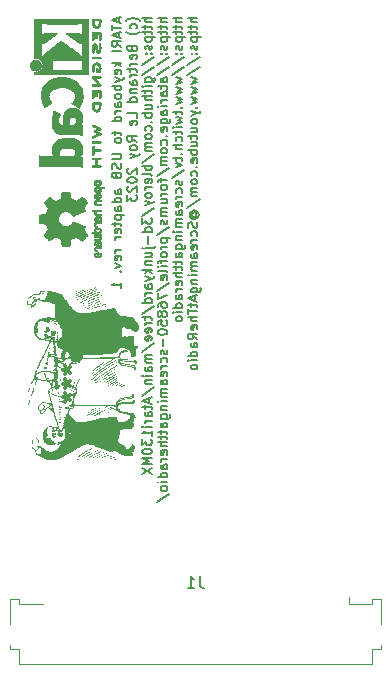
<source format=gbr>
%TF.GenerationSoftware,KiCad,Pcbnew,(6.0.10)*%
%TF.CreationDate,2023-01-29T19:44:21-08:00*%
%TF.ProjectId,DecentXE-to-USB,44656365-6e74-4584-952d-746f2d555342,rev?*%
%TF.SameCoordinates,Original*%
%TF.FileFunction,Legend,Bot*%
%TF.FilePolarity,Positive*%
%FSLAX46Y46*%
G04 Gerber Fmt 4.6, Leading zero omitted, Abs format (unit mm)*
G04 Created by KiCad (PCBNEW (6.0.10)) date 2023-01-29 19:44:21*
%MOMM*%
%LPD*%
G01*
G04 APERTURE LIST*
%ADD10C,0.150000*%
%ADD11C,0.300000*%
%ADD12C,0.010000*%
%ADD13C,0.120000*%
G04 APERTURE END LIST*
D10*
X31457333Y-23109880D02*
X31457333Y-23490833D01*
X31685904Y-23033690D02*
X30885904Y-23300357D01*
X31685904Y-23567023D01*
X30885904Y-23719404D02*
X30885904Y-24176547D01*
X31685904Y-23947976D02*
X30885904Y-23947976D01*
X31457333Y-24405119D02*
X31457333Y-24786071D01*
X31685904Y-24328928D02*
X30885904Y-24595595D01*
X31685904Y-24862261D01*
X31685904Y-25586071D02*
X31304952Y-25319404D01*
X31685904Y-25128928D02*
X30885904Y-25128928D01*
X30885904Y-25433690D01*
X30924000Y-25509880D01*
X30962095Y-25547976D01*
X31038285Y-25586071D01*
X31152571Y-25586071D01*
X31228761Y-25547976D01*
X31266857Y-25509880D01*
X31304952Y-25433690D01*
X31304952Y-25128928D01*
X31685904Y-25928928D02*
X30885904Y-25928928D01*
X31685904Y-26919404D02*
X30885904Y-26919404D01*
X31381142Y-26995595D02*
X31685904Y-27224166D01*
X31152571Y-27224166D02*
X31457333Y-26919404D01*
X31647809Y-27871785D02*
X31685904Y-27795595D01*
X31685904Y-27643214D01*
X31647809Y-27567023D01*
X31571619Y-27528928D01*
X31266857Y-27528928D01*
X31190666Y-27567023D01*
X31152571Y-27643214D01*
X31152571Y-27795595D01*
X31190666Y-27871785D01*
X31266857Y-27909880D01*
X31343047Y-27909880D01*
X31419238Y-27528928D01*
X31152571Y-28176547D02*
X31685904Y-28367023D01*
X31152571Y-28557500D02*
X31685904Y-28367023D01*
X31876380Y-28290833D01*
X31914476Y-28252738D01*
X31952571Y-28176547D01*
X31685904Y-28862261D02*
X30885904Y-28862261D01*
X31190666Y-28862261D02*
X31152571Y-28938452D01*
X31152571Y-29090833D01*
X31190666Y-29167023D01*
X31228761Y-29205119D01*
X31304952Y-29243214D01*
X31533523Y-29243214D01*
X31609714Y-29205119D01*
X31647809Y-29167023D01*
X31685904Y-29090833D01*
X31685904Y-28938452D01*
X31647809Y-28862261D01*
X31685904Y-29700357D02*
X31647809Y-29624166D01*
X31609714Y-29586071D01*
X31533523Y-29547976D01*
X31304952Y-29547976D01*
X31228761Y-29586071D01*
X31190666Y-29624166D01*
X31152571Y-29700357D01*
X31152571Y-29814642D01*
X31190666Y-29890833D01*
X31228761Y-29928928D01*
X31304952Y-29967023D01*
X31533523Y-29967023D01*
X31609714Y-29928928D01*
X31647809Y-29890833D01*
X31685904Y-29814642D01*
X31685904Y-29700357D01*
X31685904Y-30652738D02*
X31266857Y-30652738D01*
X31190666Y-30614642D01*
X31152571Y-30538452D01*
X31152571Y-30386071D01*
X31190666Y-30309880D01*
X31647809Y-30652738D02*
X31685904Y-30576547D01*
X31685904Y-30386071D01*
X31647809Y-30309880D01*
X31571619Y-30271785D01*
X31495428Y-30271785D01*
X31419238Y-30309880D01*
X31381142Y-30386071D01*
X31381142Y-30576547D01*
X31343047Y-30652738D01*
X31685904Y-31033690D02*
X31152571Y-31033690D01*
X31304952Y-31033690D02*
X31228761Y-31071785D01*
X31190666Y-31109880D01*
X31152571Y-31186071D01*
X31152571Y-31262261D01*
X31685904Y-31871785D02*
X30885904Y-31871785D01*
X31647809Y-31871785D02*
X31685904Y-31795595D01*
X31685904Y-31643214D01*
X31647809Y-31567023D01*
X31609714Y-31528928D01*
X31533523Y-31490833D01*
X31304952Y-31490833D01*
X31228761Y-31528928D01*
X31190666Y-31567023D01*
X31152571Y-31643214D01*
X31152571Y-31795595D01*
X31190666Y-31871785D01*
X31152571Y-32747976D02*
X31152571Y-33052738D01*
X30885904Y-32862261D02*
X31571619Y-32862261D01*
X31647809Y-32900357D01*
X31685904Y-32976547D01*
X31685904Y-33052738D01*
X31685904Y-33433690D02*
X31647809Y-33357500D01*
X31609714Y-33319404D01*
X31533523Y-33281309D01*
X31304952Y-33281309D01*
X31228761Y-33319404D01*
X31190666Y-33357500D01*
X31152571Y-33433690D01*
X31152571Y-33547976D01*
X31190666Y-33624166D01*
X31228761Y-33662261D01*
X31304952Y-33700357D01*
X31533523Y-33700357D01*
X31609714Y-33662261D01*
X31647809Y-33624166D01*
X31685904Y-33547976D01*
X31685904Y-33433690D01*
X30885904Y-34652738D02*
X31533523Y-34652738D01*
X31609714Y-34690833D01*
X31647809Y-34728928D01*
X31685904Y-34805119D01*
X31685904Y-34957500D01*
X31647809Y-35033690D01*
X31609714Y-35071785D01*
X31533523Y-35109880D01*
X30885904Y-35109880D01*
X31647809Y-35452738D02*
X31685904Y-35567023D01*
X31685904Y-35757500D01*
X31647809Y-35833690D01*
X31609714Y-35871785D01*
X31533523Y-35909880D01*
X31457333Y-35909880D01*
X31381142Y-35871785D01*
X31343047Y-35833690D01*
X31304952Y-35757500D01*
X31266857Y-35605119D01*
X31228761Y-35528928D01*
X31190666Y-35490833D01*
X31114476Y-35452738D01*
X31038285Y-35452738D01*
X30962095Y-35490833D01*
X30924000Y-35528928D01*
X30885904Y-35605119D01*
X30885904Y-35795595D01*
X30924000Y-35909880D01*
X31266857Y-36519404D02*
X31304952Y-36633690D01*
X31343047Y-36671785D01*
X31419238Y-36709880D01*
X31533523Y-36709880D01*
X31609714Y-36671785D01*
X31647809Y-36633690D01*
X31685904Y-36557500D01*
X31685904Y-36252738D01*
X30885904Y-36252738D01*
X30885904Y-36519404D01*
X30924000Y-36595595D01*
X30962095Y-36633690D01*
X31038285Y-36671785D01*
X31114476Y-36671785D01*
X31190666Y-36633690D01*
X31228761Y-36595595D01*
X31266857Y-36519404D01*
X31266857Y-36252738D01*
X31685904Y-38005119D02*
X31266857Y-38005119D01*
X31190666Y-37967023D01*
X31152571Y-37890833D01*
X31152571Y-37738452D01*
X31190666Y-37662261D01*
X31647809Y-38005119D02*
X31685904Y-37928928D01*
X31685904Y-37738452D01*
X31647809Y-37662261D01*
X31571619Y-37624166D01*
X31495428Y-37624166D01*
X31419238Y-37662261D01*
X31381142Y-37738452D01*
X31381142Y-37928928D01*
X31343047Y-38005119D01*
X31685904Y-38728928D02*
X30885904Y-38728928D01*
X31647809Y-38728928D02*
X31685904Y-38652738D01*
X31685904Y-38500357D01*
X31647809Y-38424166D01*
X31609714Y-38386071D01*
X31533523Y-38347976D01*
X31304952Y-38347976D01*
X31228761Y-38386071D01*
X31190666Y-38424166D01*
X31152571Y-38500357D01*
X31152571Y-38652738D01*
X31190666Y-38728928D01*
X31685904Y-39452738D02*
X31266857Y-39452738D01*
X31190666Y-39414642D01*
X31152571Y-39338452D01*
X31152571Y-39186071D01*
X31190666Y-39109880D01*
X31647809Y-39452738D02*
X31685904Y-39376547D01*
X31685904Y-39186071D01*
X31647809Y-39109880D01*
X31571619Y-39071785D01*
X31495428Y-39071785D01*
X31419238Y-39109880D01*
X31381142Y-39186071D01*
X31381142Y-39376547D01*
X31343047Y-39452738D01*
X31152571Y-39833690D02*
X31952571Y-39833690D01*
X31190666Y-39833690D02*
X31152571Y-39909880D01*
X31152571Y-40062261D01*
X31190666Y-40138452D01*
X31228761Y-40176547D01*
X31304952Y-40214642D01*
X31533523Y-40214642D01*
X31609714Y-40176547D01*
X31647809Y-40138452D01*
X31685904Y-40062261D01*
X31685904Y-39909880D01*
X31647809Y-39833690D01*
X31152571Y-40443214D02*
X31152571Y-40747976D01*
X30885904Y-40557500D02*
X31571619Y-40557500D01*
X31647809Y-40595595D01*
X31685904Y-40671785D01*
X31685904Y-40747976D01*
X31647809Y-41319404D02*
X31685904Y-41243214D01*
X31685904Y-41090833D01*
X31647809Y-41014642D01*
X31571619Y-40976547D01*
X31266857Y-40976547D01*
X31190666Y-41014642D01*
X31152571Y-41090833D01*
X31152571Y-41243214D01*
X31190666Y-41319404D01*
X31266857Y-41357500D01*
X31343047Y-41357500D01*
X31419238Y-40976547D01*
X31685904Y-41700357D02*
X31152571Y-41700357D01*
X31304952Y-41700357D02*
X31228761Y-41738452D01*
X31190666Y-41776547D01*
X31152571Y-41852738D01*
X31152571Y-41928928D01*
X31685904Y-42805119D02*
X31152571Y-42805119D01*
X31304952Y-42805119D02*
X31228761Y-42843214D01*
X31190666Y-42881309D01*
X31152571Y-42957500D01*
X31152571Y-43033690D01*
X31647809Y-43605119D02*
X31685904Y-43528928D01*
X31685904Y-43376547D01*
X31647809Y-43300357D01*
X31571619Y-43262261D01*
X31266857Y-43262261D01*
X31190666Y-43300357D01*
X31152571Y-43376547D01*
X31152571Y-43528928D01*
X31190666Y-43605119D01*
X31266857Y-43643214D01*
X31343047Y-43643214D01*
X31419238Y-43262261D01*
X31152571Y-43909880D02*
X31685904Y-44100357D01*
X31152571Y-44290833D01*
X31609714Y-44595595D02*
X31647809Y-44633690D01*
X31685904Y-44595595D01*
X31647809Y-44557500D01*
X31609714Y-44595595D01*
X31685904Y-44595595D01*
X31685904Y-46005119D02*
X31685904Y-45547976D01*
X31685904Y-45776547D02*
X30885904Y-45776547D01*
X31000190Y-45700357D01*
X31076380Y-45624166D01*
X31114476Y-45547976D01*
X33278666Y-23376547D02*
X33240571Y-23338452D01*
X33126285Y-23262261D01*
X33050095Y-23224166D01*
X32935809Y-23186071D01*
X32745333Y-23147976D01*
X32592952Y-23147976D01*
X32402476Y-23186071D01*
X32288190Y-23224166D01*
X32212000Y-23262261D01*
X32097714Y-23338452D01*
X32059619Y-23376547D01*
X32935809Y-24024166D02*
X32973904Y-23947976D01*
X32973904Y-23795595D01*
X32935809Y-23719404D01*
X32897714Y-23681309D01*
X32821523Y-23643214D01*
X32592952Y-23643214D01*
X32516761Y-23681309D01*
X32478666Y-23719404D01*
X32440571Y-23795595D01*
X32440571Y-23947976D01*
X32478666Y-24024166D01*
X33278666Y-24290833D02*
X33240571Y-24328928D01*
X33126285Y-24405119D01*
X33050095Y-24443214D01*
X32935809Y-24481309D01*
X32745333Y-24519404D01*
X32592952Y-24519404D01*
X32402476Y-24481309D01*
X32288190Y-24443214D01*
X32212000Y-24405119D01*
X32097714Y-24328928D01*
X32059619Y-24290833D01*
X32554857Y-25776547D02*
X32592952Y-25890833D01*
X32631047Y-25928928D01*
X32707238Y-25967023D01*
X32821523Y-25967023D01*
X32897714Y-25928928D01*
X32935809Y-25890833D01*
X32973904Y-25814642D01*
X32973904Y-25509880D01*
X32173904Y-25509880D01*
X32173904Y-25776547D01*
X32212000Y-25852738D01*
X32250095Y-25890833D01*
X32326285Y-25928928D01*
X32402476Y-25928928D01*
X32478666Y-25890833D01*
X32516761Y-25852738D01*
X32554857Y-25776547D01*
X32554857Y-25509880D01*
X32935809Y-26614642D02*
X32973904Y-26538452D01*
X32973904Y-26386071D01*
X32935809Y-26309880D01*
X32859619Y-26271785D01*
X32554857Y-26271785D01*
X32478666Y-26309880D01*
X32440571Y-26386071D01*
X32440571Y-26538452D01*
X32478666Y-26614642D01*
X32554857Y-26652738D01*
X32631047Y-26652738D01*
X32707238Y-26271785D01*
X32973904Y-26995595D02*
X32440571Y-26995595D01*
X32592952Y-26995595D02*
X32516761Y-27033690D01*
X32478666Y-27071785D01*
X32440571Y-27147976D01*
X32440571Y-27224166D01*
X32440571Y-27376547D02*
X32440571Y-27681309D01*
X32173904Y-27490833D02*
X32859619Y-27490833D01*
X32935809Y-27528928D01*
X32973904Y-27605119D01*
X32973904Y-27681309D01*
X32973904Y-27947976D02*
X32440571Y-27947976D01*
X32592952Y-27947976D02*
X32516761Y-27986071D01*
X32478666Y-28024166D01*
X32440571Y-28100357D01*
X32440571Y-28176547D01*
X32973904Y-28786071D02*
X32554857Y-28786071D01*
X32478666Y-28747976D01*
X32440571Y-28671785D01*
X32440571Y-28519404D01*
X32478666Y-28443214D01*
X32935809Y-28786071D02*
X32973904Y-28709880D01*
X32973904Y-28519404D01*
X32935809Y-28443214D01*
X32859619Y-28405119D01*
X32783428Y-28405119D01*
X32707238Y-28443214D01*
X32669142Y-28519404D01*
X32669142Y-28709880D01*
X32631047Y-28786071D01*
X32440571Y-29167023D02*
X32973904Y-29167023D01*
X32516761Y-29167023D02*
X32478666Y-29205119D01*
X32440571Y-29281309D01*
X32440571Y-29395595D01*
X32478666Y-29471785D01*
X32554857Y-29509880D01*
X32973904Y-29509880D01*
X32973904Y-30233690D02*
X32173904Y-30233690D01*
X32935809Y-30233690D02*
X32973904Y-30157500D01*
X32973904Y-30005119D01*
X32935809Y-29928928D01*
X32897714Y-29890833D01*
X32821523Y-29852738D01*
X32592952Y-29852738D01*
X32516761Y-29890833D01*
X32478666Y-29928928D01*
X32440571Y-30005119D01*
X32440571Y-30157500D01*
X32478666Y-30233690D01*
X32973904Y-31605119D02*
X32973904Y-31224166D01*
X32173904Y-31224166D01*
X32935809Y-32176547D02*
X32973904Y-32100357D01*
X32973904Y-31947976D01*
X32935809Y-31871785D01*
X32859619Y-31833690D01*
X32554857Y-31833690D01*
X32478666Y-31871785D01*
X32440571Y-31947976D01*
X32440571Y-32100357D01*
X32478666Y-32176547D01*
X32554857Y-32214642D01*
X32631047Y-32214642D01*
X32707238Y-31833690D01*
X32973904Y-33624166D02*
X32592952Y-33357500D01*
X32973904Y-33167023D02*
X32173904Y-33167023D01*
X32173904Y-33471785D01*
X32212000Y-33547976D01*
X32250095Y-33586071D01*
X32326285Y-33624166D01*
X32440571Y-33624166D01*
X32516761Y-33586071D01*
X32554857Y-33547976D01*
X32592952Y-33471785D01*
X32592952Y-33167023D01*
X32973904Y-34081309D02*
X32935809Y-34005119D01*
X32897714Y-33967023D01*
X32821523Y-33928928D01*
X32592952Y-33928928D01*
X32516761Y-33967023D01*
X32478666Y-34005119D01*
X32440571Y-34081309D01*
X32440571Y-34195595D01*
X32478666Y-34271785D01*
X32516761Y-34309880D01*
X32592952Y-34347976D01*
X32821523Y-34347976D01*
X32897714Y-34309880D01*
X32935809Y-34271785D01*
X32973904Y-34195595D01*
X32973904Y-34081309D01*
X32440571Y-34614642D02*
X32973904Y-34805119D01*
X32440571Y-34995595D02*
X32973904Y-34805119D01*
X33164380Y-34728928D01*
X33202476Y-34690833D01*
X33240571Y-34614642D01*
X32250095Y-35871785D02*
X32212000Y-35909880D01*
X32173904Y-35986071D01*
X32173904Y-36176547D01*
X32212000Y-36252738D01*
X32250095Y-36290833D01*
X32326285Y-36328928D01*
X32402476Y-36328928D01*
X32516761Y-36290833D01*
X32973904Y-35833690D01*
X32973904Y-36328928D01*
X32173904Y-36824166D02*
X32173904Y-36900357D01*
X32212000Y-36976547D01*
X32250095Y-37014642D01*
X32326285Y-37052738D01*
X32478666Y-37090833D01*
X32669142Y-37090833D01*
X32821523Y-37052738D01*
X32897714Y-37014642D01*
X32935809Y-36976547D01*
X32973904Y-36900357D01*
X32973904Y-36824166D01*
X32935809Y-36747976D01*
X32897714Y-36709880D01*
X32821523Y-36671785D01*
X32669142Y-36633690D01*
X32478666Y-36633690D01*
X32326285Y-36671785D01*
X32250095Y-36709880D01*
X32212000Y-36747976D01*
X32173904Y-36824166D01*
X32250095Y-37395595D02*
X32212000Y-37433690D01*
X32173904Y-37509880D01*
X32173904Y-37700357D01*
X32212000Y-37776547D01*
X32250095Y-37814642D01*
X32326285Y-37852738D01*
X32402476Y-37852738D01*
X32516761Y-37814642D01*
X32973904Y-37357500D01*
X32973904Y-37852738D01*
X32173904Y-38119404D02*
X32173904Y-38614642D01*
X32478666Y-38347976D01*
X32478666Y-38462261D01*
X32516761Y-38538452D01*
X32554857Y-38576547D01*
X32631047Y-38614642D01*
X32821523Y-38614642D01*
X32897714Y-38576547D01*
X32935809Y-38538452D01*
X32973904Y-38462261D01*
X32973904Y-38233690D01*
X32935809Y-38157500D01*
X32897714Y-38119404D01*
X34261904Y-23147976D02*
X33461904Y-23147976D01*
X34261904Y-23490833D02*
X33842857Y-23490833D01*
X33766666Y-23452738D01*
X33728571Y-23376547D01*
X33728571Y-23262261D01*
X33766666Y-23186071D01*
X33804761Y-23147976D01*
X33728571Y-23757500D02*
X33728571Y-24062261D01*
X33461904Y-23871785D02*
X34147619Y-23871785D01*
X34223809Y-23909880D01*
X34261904Y-23986071D01*
X34261904Y-24062261D01*
X33728571Y-24214642D02*
X33728571Y-24519404D01*
X33461904Y-24328928D02*
X34147619Y-24328928D01*
X34223809Y-24367023D01*
X34261904Y-24443214D01*
X34261904Y-24519404D01*
X33728571Y-24786071D02*
X34528571Y-24786071D01*
X33766666Y-24786071D02*
X33728571Y-24862261D01*
X33728571Y-25014642D01*
X33766666Y-25090833D01*
X33804761Y-25128928D01*
X33880952Y-25167023D01*
X34109523Y-25167023D01*
X34185714Y-25128928D01*
X34223809Y-25090833D01*
X34261904Y-25014642D01*
X34261904Y-24862261D01*
X34223809Y-24786071D01*
X34223809Y-25471785D02*
X34261904Y-25547976D01*
X34261904Y-25700357D01*
X34223809Y-25776547D01*
X34147619Y-25814642D01*
X34109523Y-25814642D01*
X34033333Y-25776547D01*
X33995238Y-25700357D01*
X33995238Y-25586071D01*
X33957142Y-25509880D01*
X33880952Y-25471785D01*
X33842857Y-25471785D01*
X33766666Y-25509880D01*
X33728571Y-25586071D01*
X33728571Y-25700357D01*
X33766666Y-25776547D01*
X34185714Y-26157500D02*
X34223809Y-26195595D01*
X34261904Y-26157500D01*
X34223809Y-26119404D01*
X34185714Y-26157500D01*
X34261904Y-26157500D01*
X33766666Y-26157500D02*
X33804761Y-26195595D01*
X33842857Y-26157500D01*
X33804761Y-26119404D01*
X33766666Y-26157500D01*
X33842857Y-26157500D01*
X33423809Y-27109880D02*
X34452380Y-26424166D01*
X33423809Y-27947976D02*
X34452380Y-27262261D01*
X33728571Y-28557499D02*
X34376190Y-28557499D01*
X34452380Y-28519404D01*
X34490476Y-28481309D01*
X34528571Y-28405119D01*
X34528571Y-28290833D01*
X34490476Y-28214642D01*
X34223809Y-28557499D02*
X34261904Y-28481309D01*
X34261904Y-28328928D01*
X34223809Y-28252738D01*
X34185714Y-28214642D01*
X34109523Y-28176547D01*
X33880952Y-28176547D01*
X33804761Y-28214642D01*
X33766666Y-28252738D01*
X33728571Y-28328928D01*
X33728571Y-28481309D01*
X33766666Y-28557499D01*
X34261904Y-28938452D02*
X33728571Y-28938452D01*
X33461904Y-28938452D02*
X33500000Y-28900357D01*
X33538095Y-28938452D01*
X33500000Y-28976547D01*
X33461904Y-28938452D01*
X33538095Y-28938452D01*
X33728571Y-29205119D02*
X33728571Y-29509880D01*
X33461904Y-29319404D02*
X34147619Y-29319404D01*
X34223809Y-29357499D01*
X34261904Y-29433690D01*
X34261904Y-29509880D01*
X34261904Y-29776547D02*
X33461904Y-29776547D01*
X34261904Y-30119404D02*
X33842857Y-30119404D01*
X33766666Y-30081309D01*
X33728571Y-30005119D01*
X33728571Y-29890833D01*
X33766666Y-29814642D01*
X33804761Y-29776547D01*
X33728571Y-30843214D02*
X34261904Y-30843214D01*
X33728571Y-30500357D02*
X34147619Y-30500357D01*
X34223809Y-30538452D01*
X34261904Y-30614642D01*
X34261904Y-30728928D01*
X34223809Y-30805119D01*
X34185714Y-30843214D01*
X34261904Y-31224166D02*
X33461904Y-31224166D01*
X33766666Y-31224166D02*
X33728571Y-31300357D01*
X33728571Y-31452738D01*
X33766666Y-31528928D01*
X33804761Y-31567023D01*
X33880952Y-31605119D01*
X34109523Y-31605119D01*
X34185714Y-31567023D01*
X34223809Y-31528928D01*
X34261904Y-31452738D01*
X34261904Y-31300357D01*
X34223809Y-31224166D01*
X34185714Y-31947976D02*
X34223809Y-31986071D01*
X34261904Y-31947976D01*
X34223809Y-31909880D01*
X34185714Y-31947976D01*
X34261904Y-31947976D01*
X34223809Y-32671785D02*
X34261904Y-32595595D01*
X34261904Y-32443214D01*
X34223809Y-32367023D01*
X34185714Y-32328928D01*
X34109523Y-32290833D01*
X33880952Y-32290833D01*
X33804761Y-32328928D01*
X33766666Y-32367023D01*
X33728571Y-32443214D01*
X33728571Y-32595595D01*
X33766666Y-32671785D01*
X34261904Y-33128928D02*
X34223809Y-33052738D01*
X34185714Y-33014642D01*
X34109523Y-32976547D01*
X33880952Y-32976547D01*
X33804761Y-33014642D01*
X33766666Y-33052738D01*
X33728571Y-33128928D01*
X33728571Y-33243214D01*
X33766666Y-33319404D01*
X33804761Y-33357499D01*
X33880952Y-33395595D01*
X34109523Y-33395595D01*
X34185714Y-33357499D01*
X34223809Y-33319404D01*
X34261904Y-33243214D01*
X34261904Y-33128928D01*
X34261904Y-33738452D02*
X33728571Y-33738452D01*
X33804761Y-33738452D02*
X33766666Y-33776547D01*
X33728571Y-33852738D01*
X33728571Y-33967023D01*
X33766666Y-34043214D01*
X33842857Y-34081309D01*
X34261904Y-34081309D01*
X33842857Y-34081309D02*
X33766666Y-34119404D01*
X33728571Y-34195595D01*
X33728571Y-34309880D01*
X33766666Y-34386071D01*
X33842857Y-34424166D01*
X34261904Y-34424166D01*
X33423809Y-35376547D02*
X34452380Y-34690833D01*
X34261904Y-35643214D02*
X33461904Y-35643214D01*
X33766666Y-35643214D02*
X33728571Y-35719404D01*
X33728571Y-35871785D01*
X33766666Y-35947976D01*
X33804761Y-35986071D01*
X33880952Y-36024166D01*
X34109523Y-36024166D01*
X34185714Y-35986071D01*
X34223809Y-35947976D01*
X34261904Y-35871785D01*
X34261904Y-35719404D01*
X34223809Y-35643214D01*
X34261904Y-36481309D02*
X34223809Y-36405119D01*
X34147619Y-36367023D01*
X33461904Y-36367023D01*
X34223809Y-37090833D02*
X34261904Y-37014642D01*
X34261904Y-36862261D01*
X34223809Y-36786071D01*
X34147619Y-36747976D01*
X33842857Y-36747976D01*
X33766666Y-36786071D01*
X33728571Y-36862261D01*
X33728571Y-37014642D01*
X33766666Y-37090833D01*
X33842857Y-37128928D01*
X33919047Y-37128928D01*
X33995238Y-36747976D01*
X34261904Y-37471785D02*
X33728571Y-37471785D01*
X33880952Y-37471785D02*
X33804761Y-37509880D01*
X33766666Y-37547976D01*
X33728571Y-37624166D01*
X33728571Y-37700357D01*
X34261904Y-38081309D02*
X34223809Y-38005119D01*
X34185714Y-37967023D01*
X34109523Y-37928928D01*
X33880952Y-37928928D01*
X33804761Y-37967023D01*
X33766666Y-38005119D01*
X33728571Y-38081309D01*
X33728571Y-38195595D01*
X33766666Y-38271785D01*
X33804761Y-38309880D01*
X33880952Y-38347976D01*
X34109523Y-38347976D01*
X34185714Y-38309880D01*
X34223809Y-38271785D01*
X34261904Y-38195595D01*
X34261904Y-38081309D01*
X33728571Y-38614642D02*
X34261904Y-38805119D01*
X33728571Y-38995595D02*
X34261904Y-38805119D01*
X34452380Y-38728928D01*
X34490476Y-38690833D01*
X34528571Y-38614642D01*
X33423809Y-39871785D02*
X34452380Y-39186071D01*
X33461904Y-40062261D02*
X33461904Y-40557500D01*
X33766666Y-40290833D01*
X33766666Y-40405119D01*
X33804761Y-40481309D01*
X33842857Y-40519404D01*
X33919047Y-40557500D01*
X34109523Y-40557500D01*
X34185714Y-40519404D01*
X34223809Y-40481309D01*
X34261904Y-40405119D01*
X34261904Y-40176547D01*
X34223809Y-40100357D01*
X34185714Y-40062261D01*
X34261904Y-41243214D02*
X33461904Y-41243214D01*
X34223809Y-41243214D02*
X34261904Y-41167023D01*
X34261904Y-41014642D01*
X34223809Y-40938452D01*
X34185714Y-40900357D01*
X34109523Y-40862261D01*
X33880952Y-40862261D01*
X33804761Y-40900357D01*
X33766666Y-40938452D01*
X33728571Y-41014642D01*
X33728571Y-41167023D01*
X33766666Y-41243214D01*
X33957142Y-41624166D02*
X33957142Y-42233690D01*
X33728571Y-42614642D02*
X34414285Y-42614642D01*
X34490476Y-42576547D01*
X34528571Y-42500357D01*
X34528571Y-42462261D01*
X33461904Y-42614642D02*
X33500000Y-42576547D01*
X33538095Y-42614642D01*
X33500000Y-42652738D01*
X33461904Y-42614642D01*
X33538095Y-42614642D01*
X33728571Y-43338452D02*
X34261904Y-43338452D01*
X33728571Y-42995595D02*
X34147619Y-42995595D01*
X34223809Y-43033690D01*
X34261904Y-43109880D01*
X34261904Y-43224166D01*
X34223809Y-43300357D01*
X34185714Y-43338452D01*
X33728571Y-43719404D02*
X34261904Y-43719404D01*
X33804761Y-43719404D02*
X33766666Y-43757499D01*
X33728571Y-43833690D01*
X33728571Y-43947976D01*
X33766666Y-44024166D01*
X33842857Y-44062261D01*
X34261904Y-44062261D01*
X34261904Y-44443214D02*
X33461904Y-44443214D01*
X33957142Y-44519404D02*
X34261904Y-44747976D01*
X33728571Y-44747976D02*
X34033333Y-44443214D01*
X33728571Y-45014642D02*
X34261904Y-45205119D01*
X33728571Y-45395595D02*
X34261904Y-45205119D01*
X34452380Y-45128928D01*
X34490476Y-45090833D01*
X34528571Y-45014642D01*
X34261904Y-46043214D02*
X33842857Y-46043214D01*
X33766666Y-46005119D01*
X33728571Y-45928928D01*
X33728571Y-45776547D01*
X33766666Y-45700357D01*
X34223809Y-46043214D02*
X34261904Y-45967023D01*
X34261904Y-45776547D01*
X34223809Y-45700357D01*
X34147619Y-45662261D01*
X34071428Y-45662261D01*
X33995238Y-45700357D01*
X33957142Y-45776547D01*
X33957142Y-45967023D01*
X33919047Y-46043214D01*
X34261904Y-46424166D02*
X33728571Y-46424166D01*
X33880952Y-46424166D02*
X33804761Y-46462261D01*
X33766666Y-46500357D01*
X33728571Y-46576547D01*
X33728571Y-46652738D01*
X34261904Y-47262261D02*
X33461904Y-47262261D01*
X34223809Y-47262261D02*
X34261904Y-47186071D01*
X34261904Y-47033690D01*
X34223809Y-46957499D01*
X34185714Y-46919404D01*
X34109523Y-46881309D01*
X33880952Y-46881309D01*
X33804761Y-46919404D01*
X33766666Y-46957499D01*
X33728571Y-47033690D01*
X33728571Y-47186071D01*
X33766666Y-47262261D01*
X33423809Y-48214642D02*
X34452380Y-47528928D01*
X33728571Y-48367023D02*
X33728571Y-48671785D01*
X33461904Y-48481309D02*
X34147619Y-48481309D01*
X34223809Y-48519404D01*
X34261904Y-48595595D01*
X34261904Y-48671785D01*
X34261904Y-48938452D02*
X33728571Y-48938452D01*
X33880952Y-48938452D02*
X33804761Y-48976547D01*
X33766666Y-49014642D01*
X33728571Y-49090833D01*
X33728571Y-49167023D01*
X34223809Y-49738452D02*
X34261904Y-49662261D01*
X34261904Y-49509880D01*
X34223809Y-49433690D01*
X34147619Y-49395595D01*
X33842857Y-49395595D01*
X33766666Y-49433690D01*
X33728571Y-49509880D01*
X33728571Y-49662261D01*
X33766666Y-49738452D01*
X33842857Y-49776547D01*
X33919047Y-49776547D01*
X33995238Y-49395595D01*
X34223809Y-50424166D02*
X34261904Y-50347976D01*
X34261904Y-50195595D01*
X34223809Y-50119404D01*
X34147619Y-50081309D01*
X33842857Y-50081309D01*
X33766666Y-50119404D01*
X33728571Y-50195595D01*
X33728571Y-50347976D01*
X33766666Y-50424166D01*
X33842857Y-50462261D01*
X33919047Y-50462261D01*
X33995238Y-50081309D01*
X33423809Y-51376547D02*
X34452380Y-50690833D01*
X34261904Y-51643214D02*
X33728571Y-51643214D01*
X33804761Y-51643214D02*
X33766666Y-51681309D01*
X33728571Y-51757499D01*
X33728571Y-51871785D01*
X33766666Y-51947976D01*
X33842857Y-51986071D01*
X34261904Y-51986071D01*
X33842857Y-51986071D02*
X33766666Y-52024166D01*
X33728571Y-52100357D01*
X33728571Y-52214642D01*
X33766666Y-52290833D01*
X33842857Y-52328928D01*
X34261904Y-52328928D01*
X34261904Y-53052738D02*
X33842857Y-53052738D01*
X33766666Y-53014642D01*
X33728571Y-52938452D01*
X33728571Y-52786071D01*
X33766666Y-52709880D01*
X34223809Y-53052738D02*
X34261904Y-52976547D01*
X34261904Y-52786071D01*
X34223809Y-52709880D01*
X34147619Y-52671785D01*
X34071428Y-52671785D01*
X33995238Y-52709880D01*
X33957142Y-52786071D01*
X33957142Y-52976547D01*
X33919047Y-53052738D01*
X34261904Y-53433690D02*
X33728571Y-53433690D01*
X33461904Y-53433690D02*
X33500000Y-53395595D01*
X33538095Y-53433690D01*
X33500000Y-53471785D01*
X33461904Y-53433690D01*
X33538095Y-53433690D01*
X33728571Y-53814642D02*
X34261904Y-53814642D01*
X33804761Y-53814642D02*
X33766666Y-53852738D01*
X33728571Y-53928928D01*
X33728571Y-54043214D01*
X33766666Y-54119404D01*
X33842857Y-54157499D01*
X34261904Y-54157499D01*
X33423809Y-55109880D02*
X34452380Y-54424166D01*
X34033333Y-55338452D02*
X34033333Y-55719404D01*
X34261904Y-55262261D02*
X33461904Y-55528928D01*
X34261904Y-55795595D01*
X33728571Y-55947976D02*
X33728571Y-56252738D01*
X33461904Y-56062261D02*
X34147619Y-56062261D01*
X34223809Y-56100357D01*
X34261904Y-56176547D01*
X34261904Y-56252738D01*
X34261904Y-56862261D02*
X33842857Y-56862261D01*
X33766666Y-56824166D01*
X33728571Y-56747976D01*
X33728571Y-56595595D01*
X33766666Y-56519404D01*
X34223809Y-56862261D02*
X34261904Y-56786071D01*
X34261904Y-56595595D01*
X34223809Y-56519404D01*
X34147619Y-56481309D01*
X34071428Y-56481309D01*
X33995238Y-56519404D01*
X33957142Y-56595595D01*
X33957142Y-56786071D01*
X33919047Y-56862261D01*
X34261904Y-57243214D02*
X33728571Y-57243214D01*
X33880952Y-57243214D02*
X33804761Y-57281309D01*
X33766666Y-57319404D01*
X33728571Y-57395595D01*
X33728571Y-57471785D01*
X34261904Y-57738452D02*
X33728571Y-57738452D01*
X33461904Y-57738452D02*
X33499999Y-57700357D01*
X33538095Y-57738452D01*
X33499999Y-57776547D01*
X33461904Y-57738452D01*
X33538095Y-57738452D01*
X34261904Y-58538452D02*
X34261904Y-58081309D01*
X34261904Y-58309880D02*
X33461904Y-58309880D01*
X33576190Y-58233690D01*
X33652380Y-58157499D01*
X33690476Y-58081309D01*
X33461904Y-58805119D02*
X33461904Y-59300357D01*
X33766666Y-59033690D01*
X33766666Y-59147976D01*
X33804761Y-59224166D01*
X33842857Y-59262261D01*
X33919047Y-59300357D01*
X34109523Y-59300357D01*
X34185714Y-59262261D01*
X34223809Y-59224166D01*
X34261904Y-59147976D01*
X34261904Y-58919404D01*
X34223809Y-58843214D01*
X34185714Y-58805119D01*
X33461904Y-59795595D02*
X33461904Y-59871785D01*
X33499999Y-59947976D01*
X33538095Y-59986071D01*
X33614285Y-60024166D01*
X33766666Y-60062261D01*
X33957142Y-60062261D01*
X34109523Y-60024166D01*
X34185714Y-59986071D01*
X34223809Y-59947976D01*
X34261904Y-59871785D01*
X34261904Y-59795595D01*
X34223809Y-59719404D01*
X34185714Y-59681309D01*
X34109523Y-59643214D01*
X33957142Y-59605119D01*
X33766666Y-59605119D01*
X33614285Y-59643214D01*
X33538095Y-59681309D01*
X33499999Y-59719404D01*
X33461904Y-59795595D01*
X34261904Y-60405119D02*
X33461904Y-60405119D01*
X34033333Y-60671785D01*
X33461904Y-60938452D01*
X34261904Y-60938452D01*
X33461904Y-61243214D02*
X34261904Y-61776547D01*
X33461904Y-61776547D02*
X34261904Y-61243214D01*
X35549904Y-23147976D02*
X34749904Y-23147976D01*
X35549904Y-23490833D02*
X35130857Y-23490833D01*
X35054666Y-23452738D01*
X35016571Y-23376547D01*
X35016571Y-23262261D01*
X35054666Y-23186071D01*
X35092761Y-23147976D01*
X35016571Y-23757500D02*
X35016571Y-24062261D01*
X34749904Y-23871785D02*
X35435619Y-23871785D01*
X35511809Y-23909880D01*
X35549904Y-23986071D01*
X35549904Y-24062261D01*
X35016571Y-24214642D02*
X35016571Y-24519404D01*
X34749904Y-24328928D02*
X35435619Y-24328928D01*
X35511809Y-24367023D01*
X35549904Y-24443214D01*
X35549904Y-24519404D01*
X35016571Y-24786071D02*
X35816571Y-24786071D01*
X35054666Y-24786071D02*
X35016571Y-24862261D01*
X35016571Y-25014642D01*
X35054666Y-25090833D01*
X35092761Y-25128928D01*
X35168952Y-25167023D01*
X35397523Y-25167023D01*
X35473714Y-25128928D01*
X35511809Y-25090833D01*
X35549904Y-25014642D01*
X35549904Y-24862261D01*
X35511809Y-24786071D01*
X35511809Y-25471785D02*
X35549904Y-25547976D01*
X35549904Y-25700357D01*
X35511809Y-25776547D01*
X35435619Y-25814642D01*
X35397523Y-25814642D01*
X35321333Y-25776547D01*
X35283238Y-25700357D01*
X35283238Y-25586071D01*
X35245142Y-25509880D01*
X35168952Y-25471785D01*
X35130857Y-25471785D01*
X35054666Y-25509880D01*
X35016571Y-25586071D01*
X35016571Y-25700357D01*
X35054666Y-25776547D01*
X35473714Y-26157500D02*
X35511809Y-26195595D01*
X35549904Y-26157500D01*
X35511809Y-26119404D01*
X35473714Y-26157500D01*
X35549904Y-26157500D01*
X35054666Y-26157500D02*
X35092761Y-26195595D01*
X35130857Y-26157500D01*
X35092761Y-26119404D01*
X35054666Y-26157500D01*
X35130857Y-26157500D01*
X34711809Y-27109880D02*
X35740380Y-26424166D01*
X34711809Y-27947976D02*
X35740380Y-27262261D01*
X35549904Y-28557500D02*
X35130857Y-28557500D01*
X35054666Y-28519404D01*
X35016571Y-28443214D01*
X35016571Y-28290833D01*
X35054666Y-28214642D01*
X35511809Y-28557500D02*
X35549904Y-28481309D01*
X35549904Y-28290833D01*
X35511809Y-28214642D01*
X35435619Y-28176547D01*
X35359428Y-28176547D01*
X35283238Y-28214642D01*
X35245142Y-28290833D01*
X35245142Y-28481309D01*
X35207047Y-28557500D01*
X35016571Y-28824166D02*
X35016571Y-29128928D01*
X34749904Y-28938452D02*
X35435619Y-28938452D01*
X35511809Y-28976547D01*
X35549904Y-29052738D01*
X35549904Y-29128928D01*
X35549904Y-29738452D02*
X35130857Y-29738452D01*
X35054666Y-29700357D01*
X35016571Y-29624166D01*
X35016571Y-29471785D01*
X35054666Y-29395595D01*
X35511809Y-29738452D02*
X35549904Y-29662261D01*
X35549904Y-29471785D01*
X35511809Y-29395595D01*
X35435619Y-29357500D01*
X35359428Y-29357500D01*
X35283238Y-29395595D01*
X35245142Y-29471785D01*
X35245142Y-29662261D01*
X35207047Y-29738452D01*
X35549904Y-30119404D02*
X35016571Y-30119404D01*
X35168952Y-30119404D02*
X35092761Y-30157499D01*
X35054666Y-30195595D01*
X35016571Y-30271785D01*
X35016571Y-30347976D01*
X35549904Y-30614642D02*
X35016571Y-30614642D01*
X34749904Y-30614642D02*
X34788000Y-30576547D01*
X34826095Y-30614642D01*
X34788000Y-30652738D01*
X34749904Y-30614642D01*
X34826095Y-30614642D01*
X35549904Y-31338452D02*
X35130857Y-31338452D01*
X35054666Y-31300357D01*
X35016571Y-31224166D01*
X35016571Y-31071785D01*
X35054666Y-30995595D01*
X35511809Y-31338452D02*
X35549904Y-31262261D01*
X35549904Y-31071785D01*
X35511809Y-30995595D01*
X35435619Y-30957499D01*
X35359428Y-30957499D01*
X35283238Y-30995595D01*
X35245142Y-31071785D01*
X35245142Y-31262261D01*
X35207047Y-31338452D01*
X35016571Y-32062261D02*
X35664190Y-32062261D01*
X35740380Y-32024166D01*
X35778476Y-31986071D01*
X35816571Y-31909880D01*
X35816571Y-31795595D01*
X35778476Y-31719404D01*
X35511809Y-32062261D02*
X35549904Y-31986071D01*
X35549904Y-31833690D01*
X35511809Y-31757499D01*
X35473714Y-31719404D01*
X35397523Y-31681309D01*
X35168952Y-31681309D01*
X35092761Y-31719404D01*
X35054666Y-31757499D01*
X35016571Y-31833690D01*
X35016571Y-31986071D01*
X35054666Y-32062261D01*
X35511809Y-32747976D02*
X35549904Y-32671785D01*
X35549904Y-32519404D01*
X35511809Y-32443214D01*
X35435619Y-32405119D01*
X35130857Y-32405119D01*
X35054666Y-32443214D01*
X35016571Y-32519404D01*
X35016571Y-32671785D01*
X35054666Y-32747976D01*
X35130857Y-32786071D01*
X35207047Y-32786071D01*
X35283238Y-32405119D01*
X35473714Y-33128928D02*
X35511809Y-33167023D01*
X35549904Y-33128928D01*
X35511809Y-33090833D01*
X35473714Y-33128928D01*
X35549904Y-33128928D01*
X35511809Y-33852738D02*
X35549904Y-33776547D01*
X35549904Y-33624166D01*
X35511809Y-33547976D01*
X35473714Y-33509880D01*
X35397523Y-33471785D01*
X35168952Y-33471785D01*
X35092761Y-33509880D01*
X35054666Y-33547976D01*
X35016571Y-33624166D01*
X35016571Y-33776547D01*
X35054666Y-33852738D01*
X35549904Y-34309880D02*
X35511809Y-34233690D01*
X35473714Y-34195595D01*
X35397523Y-34157500D01*
X35168952Y-34157500D01*
X35092761Y-34195595D01*
X35054666Y-34233690D01*
X35016571Y-34309880D01*
X35016571Y-34424166D01*
X35054666Y-34500357D01*
X35092761Y-34538452D01*
X35168952Y-34576547D01*
X35397523Y-34576547D01*
X35473714Y-34538452D01*
X35511809Y-34500357D01*
X35549904Y-34424166D01*
X35549904Y-34309880D01*
X35549904Y-34919404D02*
X35016571Y-34919404D01*
X35092761Y-34919404D02*
X35054666Y-34957500D01*
X35016571Y-35033690D01*
X35016571Y-35147976D01*
X35054666Y-35224166D01*
X35130857Y-35262261D01*
X35549904Y-35262261D01*
X35130857Y-35262261D02*
X35054666Y-35300357D01*
X35016571Y-35376547D01*
X35016571Y-35490833D01*
X35054666Y-35567023D01*
X35130857Y-35605119D01*
X35549904Y-35605119D01*
X34711809Y-36557500D02*
X35740380Y-35871785D01*
X35016571Y-36709880D02*
X35016571Y-37014642D01*
X35549904Y-36824166D02*
X34864190Y-36824166D01*
X34788000Y-36862261D01*
X34749904Y-36938452D01*
X34749904Y-37014642D01*
X35549904Y-37395595D02*
X35511809Y-37319404D01*
X35473714Y-37281309D01*
X35397523Y-37243214D01*
X35168952Y-37243214D01*
X35092761Y-37281309D01*
X35054666Y-37319404D01*
X35016571Y-37395595D01*
X35016571Y-37509880D01*
X35054666Y-37586071D01*
X35092761Y-37624166D01*
X35168952Y-37662261D01*
X35397523Y-37662261D01*
X35473714Y-37624166D01*
X35511809Y-37586071D01*
X35549904Y-37509880D01*
X35549904Y-37395595D01*
X35549904Y-38005119D02*
X35016571Y-38005119D01*
X35168952Y-38005119D02*
X35092761Y-38043214D01*
X35054666Y-38081309D01*
X35016571Y-38157500D01*
X35016571Y-38233690D01*
X35016571Y-38843214D02*
X35549904Y-38843214D01*
X35016571Y-38500357D02*
X35435619Y-38500357D01*
X35511809Y-38538452D01*
X35549904Y-38614642D01*
X35549904Y-38728928D01*
X35511809Y-38805119D01*
X35473714Y-38843214D01*
X35549904Y-39224166D02*
X35016571Y-39224166D01*
X35092761Y-39224166D02*
X35054666Y-39262261D01*
X35016571Y-39338452D01*
X35016571Y-39452738D01*
X35054666Y-39528928D01*
X35130857Y-39567023D01*
X35549904Y-39567023D01*
X35130857Y-39567023D02*
X35054666Y-39605119D01*
X35016571Y-39681309D01*
X35016571Y-39795595D01*
X35054666Y-39871785D01*
X35130857Y-39909880D01*
X35549904Y-39909880D01*
X35511809Y-40252738D02*
X35549904Y-40328928D01*
X35549904Y-40481309D01*
X35511809Y-40557500D01*
X35435619Y-40595595D01*
X35397523Y-40595595D01*
X35321333Y-40557500D01*
X35283238Y-40481309D01*
X35283238Y-40367023D01*
X35245142Y-40290833D01*
X35168952Y-40252738D01*
X35130857Y-40252738D01*
X35054666Y-40290833D01*
X35016571Y-40367023D01*
X35016571Y-40481309D01*
X35054666Y-40557500D01*
X34711809Y-41509880D02*
X35740380Y-40824166D01*
X35016571Y-41776547D02*
X35816571Y-41776547D01*
X35054666Y-41776547D02*
X35016571Y-41852738D01*
X35016571Y-42005119D01*
X35054666Y-42081309D01*
X35092761Y-42119404D01*
X35168952Y-42157500D01*
X35397523Y-42157500D01*
X35473714Y-42119404D01*
X35511809Y-42081309D01*
X35549904Y-42005119D01*
X35549904Y-41852738D01*
X35511809Y-41776547D01*
X35549904Y-42500357D02*
X35016571Y-42500357D01*
X35168952Y-42500357D02*
X35092761Y-42538452D01*
X35054666Y-42576547D01*
X35016571Y-42652738D01*
X35016571Y-42728928D01*
X35549904Y-43109880D02*
X35511809Y-43033690D01*
X35473714Y-42995595D01*
X35397523Y-42957500D01*
X35168952Y-42957500D01*
X35092761Y-42995595D01*
X35054666Y-43033690D01*
X35016571Y-43109880D01*
X35016571Y-43224166D01*
X35054666Y-43300357D01*
X35092761Y-43338452D01*
X35168952Y-43376547D01*
X35397523Y-43376547D01*
X35473714Y-43338452D01*
X35511809Y-43300357D01*
X35549904Y-43224166D01*
X35549904Y-43109880D01*
X35016571Y-43605119D02*
X35016571Y-43909880D01*
X35549904Y-43719404D02*
X34864190Y-43719404D01*
X34788000Y-43757500D01*
X34749904Y-43833690D01*
X34749904Y-43909880D01*
X35549904Y-44176547D02*
X35016571Y-44176547D01*
X34749904Y-44176547D02*
X34788000Y-44138452D01*
X34826095Y-44176547D01*
X34788000Y-44214642D01*
X34749904Y-44176547D01*
X34826095Y-44176547D01*
X35549904Y-44671785D02*
X35511809Y-44595595D01*
X35435619Y-44557500D01*
X34749904Y-44557500D01*
X35511809Y-45281309D02*
X35549904Y-45205119D01*
X35549904Y-45052738D01*
X35511809Y-44976547D01*
X35435619Y-44938452D01*
X35130857Y-44938452D01*
X35054666Y-44976547D01*
X35016571Y-45052738D01*
X35016571Y-45205119D01*
X35054666Y-45281309D01*
X35130857Y-45319404D01*
X35207047Y-45319404D01*
X35283238Y-44938452D01*
X34711809Y-46233690D02*
X35740380Y-45547976D01*
X34749904Y-46424166D02*
X34749904Y-46957500D01*
X35549904Y-46614642D01*
X34749904Y-47605119D02*
X34749904Y-47452738D01*
X34788000Y-47376547D01*
X34826095Y-47338452D01*
X34940380Y-47262261D01*
X35092761Y-47224166D01*
X35397523Y-47224166D01*
X35473714Y-47262261D01*
X35511809Y-47300357D01*
X35549904Y-47376547D01*
X35549904Y-47528928D01*
X35511809Y-47605119D01*
X35473714Y-47643214D01*
X35397523Y-47681309D01*
X35207047Y-47681309D01*
X35130857Y-47643214D01*
X35092761Y-47605119D01*
X35054666Y-47528928D01*
X35054666Y-47376547D01*
X35092761Y-47300357D01*
X35130857Y-47262261D01*
X35207047Y-47224166D01*
X35092761Y-48138452D02*
X35054666Y-48062261D01*
X35016571Y-48024166D01*
X34940380Y-47986071D01*
X34902285Y-47986071D01*
X34826095Y-48024166D01*
X34788000Y-48062261D01*
X34749904Y-48138452D01*
X34749904Y-48290833D01*
X34788000Y-48367023D01*
X34826095Y-48405119D01*
X34902285Y-48443214D01*
X34940380Y-48443214D01*
X35016571Y-48405119D01*
X35054666Y-48367023D01*
X35092761Y-48290833D01*
X35092761Y-48138452D01*
X35130857Y-48062261D01*
X35168952Y-48024166D01*
X35245142Y-47986071D01*
X35397523Y-47986071D01*
X35473714Y-48024166D01*
X35511809Y-48062261D01*
X35549904Y-48138452D01*
X35549904Y-48290833D01*
X35511809Y-48367023D01*
X35473714Y-48405119D01*
X35397523Y-48443214D01*
X35245142Y-48443214D01*
X35168952Y-48405119D01*
X35130857Y-48367023D01*
X35092761Y-48290833D01*
X34749904Y-49167023D02*
X34749904Y-48786071D01*
X35130857Y-48747976D01*
X35092761Y-48786071D01*
X35054666Y-48862261D01*
X35054666Y-49052738D01*
X35092761Y-49128928D01*
X35130857Y-49167023D01*
X35207047Y-49205119D01*
X35397523Y-49205119D01*
X35473714Y-49167023D01*
X35511809Y-49128928D01*
X35549904Y-49052738D01*
X35549904Y-48862261D01*
X35511809Y-48786071D01*
X35473714Y-48747976D01*
X34749904Y-49700357D02*
X34749904Y-49776547D01*
X34788000Y-49852738D01*
X34826095Y-49890833D01*
X34902285Y-49928928D01*
X35054666Y-49967023D01*
X35245142Y-49967023D01*
X35397523Y-49928928D01*
X35473714Y-49890833D01*
X35511809Y-49852738D01*
X35549904Y-49776547D01*
X35549904Y-49700357D01*
X35511809Y-49624166D01*
X35473714Y-49586071D01*
X35397523Y-49547976D01*
X35245142Y-49509880D01*
X35054666Y-49509880D01*
X34902285Y-49547976D01*
X34826095Y-49586071D01*
X34788000Y-49624166D01*
X34749904Y-49700357D01*
X35245142Y-50309880D02*
X35245142Y-50919404D01*
X35511809Y-51262261D02*
X35549904Y-51338452D01*
X35549904Y-51490833D01*
X35511809Y-51567023D01*
X35435619Y-51605119D01*
X35397523Y-51605119D01*
X35321333Y-51567023D01*
X35283238Y-51490833D01*
X35283238Y-51376547D01*
X35245142Y-51300357D01*
X35168952Y-51262261D01*
X35130857Y-51262261D01*
X35054666Y-51300357D01*
X35016571Y-51376547D01*
X35016571Y-51490833D01*
X35054666Y-51567023D01*
X35511809Y-52290833D02*
X35549904Y-52214642D01*
X35549904Y-52062261D01*
X35511809Y-51986071D01*
X35473714Y-51947976D01*
X35397523Y-51909880D01*
X35168952Y-51909880D01*
X35092761Y-51947976D01*
X35054666Y-51986071D01*
X35016571Y-52062261D01*
X35016571Y-52214642D01*
X35054666Y-52290833D01*
X35549904Y-52633690D02*
X35016571Y-52633690D01*
X35168952Y-52633690D02*
X35092761Y-52671785D01*
X35054666Y-52709880D01*
X35016571Y-52786071D01*
X35016571Y-52862261D01*
X35511809Y-53433690D02*
X35549904Y-53357500D01*
X35549904Y-53205119D01*
X35511809Y-53128928D01*
X35435619Y-53090833D01*
X35130857Y-53090833D01*
X35054666Y-53128928D01*
X35016571Y-53205119D01*
X35016571Y-53357500D01*
X35054666Y-53433690D01*
X35130857Y-53471785D01*
X35207047Y-53471785D01*
X35283238Y-53090833D01*
X35549904Y-54157500D02*
X35130857Y-54157500D01*
X35054666Y-54119404D01*
X35016571Y-54043214D01*
X35016571Y-53890833D01*
X35054666Y-53814642D01*
X35511809Y-54157500D02*
X35549904Y-54081309D01*
X35549904Y-53890833D01*
X35511809Y-53814642D01*
X35435619Y-53776547D01*
X35359428Y-53776547D01*
X35283238Y-53814642D01*
X35245142Y-53890833D01*
X35245142Y-54081309D01*
X35207047Y-54157500D01*
X35549904Y-54538452D02*
X35016571Y-54538452D01*
X35092761Y-54538452D02*
X35054666Y-54576547D01*
X35016571Y-54652738D01*
X35016571Y-54767023D01*
X35054666Y-54843214D01*
X35130857Y-54881309D01*
X35549904Y-54881309D01*
X35130857Y-54881309D02*
X35054666Y-54919404D01*
X35016571Y-54995595D01*
X35016571Y-55109880D01*
X35054666Y-55186071D01*
X35130857Y-55224166D01*
X35549904Y-55224166D01*
X35549904Y-55605119D02*
X35016571Y-55605119D01*
X34749904Y-55605119D02*
X34788000Y-55567023D01*
X34826095Y-55605119D01*
X34788000Y-55643214D01*
X34749904Y-55605119D01*
X34826095Y-55605119D01*
X35016571Y-55986071D02*
X35549904Y-55986071D01*
X35092761Y-55986071D02*
X35054666Y-56024166D01*
X35016571Y-56100357D01*
X35016571Y-56214642D01*
X35054666Y-56290833D01*
X35130857Y-56328928D01*
X35549904Y-56328928D01*
X35016571Y-57052738D02*
X35664190Y-57052738D01*
X35740380Y-57014642D01*
X35778476Y-56976547D01*
X35816571Y-56900357D01*
X35816571Y-56786071D01*
X35778476Y-56709880D01*
X35511809Y-57052738D02*
X35549904Y-56976547D01*
X35549904Y-56824166D01*
X35511809Y-56747976D01*
X35473714Y-56709880D01*
X35397523Y-56671785D01*
X35168952Y-56671785D01*
X35092761Y-56709880D01*
X35054666Y-56747976D01*
X35016571Y-56824166D01*
X35016571Y-56976547D01*
X35054666Y-57052738D01*
X35549904Y-57776547D02*
X35130857Y-57776547D01*
X35054666Y-57738452D01*
X35016571Y-57662261D01*
X35016571Y-57509880D01*
X35054666Y-57433690D01*
X35511809Y-57776547D02*
X35549904Y-57700357D01*
X35549904Y-57509880D01*
X35511809Y-57433690D01*
X35435619Y-57395595D01*
X35359428Y-57395595D01*
X35283238Y-57433690D01*
X35245142Y-57509880D01*
X35245142Y-57700357D01*
X35207047Y-57776547D01*
X35016571Y-58043214D02*
X35016571Y-58347976D01*
X34749904Y-58157500D02*
X35435619Y-58157500D01*
X35511809Y-58195595D01*
X35549904Y-58271785D01*
X35549904Y-58347976D01*
X35016571Y-58500357D02*
X35016571Y-58805119D01*
X34749904Y-58614642D02*
X35435619Y-58614642D01*
X35511809Y-58652738D01*
X35549904Y-58728928D01*
X35549904Y-58805119D01*
X35549904Y-59071785D02*
X34749904Y-59071785D01*
X35549904Y-59414642D02*
X35130857Y-59414642D01*
X35054666Y-59376547D01*
X35016571Y-59300357D01*
X35016571Y-59186071D01*
X35054666Y-59109880D01*
X35092761Y-59071785D01*
X35511809Y-60100357D02*
X35549904Y-60024166D01*
X35549904Y-59871785D01*
X35511809Y-59795595D01*
X35435619Y-59757500D01*
X35130857Y-59757500D01*
X35054666Y-59795595D01*
X35016571Y-59871785D01*
X35016571Y-60024166D01*
X35054666Y-60100357D01*
X35130857Y-60138452D01*
X35207047Y-60138452D01*
X35283238Y-59757500D01*
X35549904Y-60481309D02*
X35016571Y-60481309D01*
X35168952Y-60481309D02*
X35092761Y-60519404D01*
X35054666Y-60557500D01*
X35016571Y-60633690D01*
X35016571Y-60709880D01*
X35549904Y-61319404D02*
X35130857Y-61319404D01*
X35054666Y-61281309D01*
X35016571Y-61205119D01*
X35016571Y-61052738D01*
X35054666Y-60976547D01*
X35511809Y-61319404D02*
X35549904Y-61243214D01*
X35549904Y-61052738D01*
X35511809Y-60976547D01*
X35435619Y-60938452D01*
X35359428Y-60938452D01*
X35283238Y-60976547D01*
X35245142Y-61052738D01*
X35245142Y-61243214D01*
X35207047Y-61319404D01*
X35549904Y-62043214D02*
X34749904Y-62043214D01*
X35511809Y-62043214D02*
X35549904Y-61967023D01*
X35549904Y-61814642D01*
X35511809Y-61738452D01*
X35473714Y-61700357D01*
X35397523Y-61662261D01*
X35168952Y-61662261D01*
X35092761Y-61700357D01*
X35054666Y-61738452D01*
X35016571Y-61814642D01*
X35016571Y-61967023D01*
X35054666Y-62043214D01*
X35549904Y-62424166D02*
X35016571Y-62424166D01*
X34749904Y-62424166D02*
X34788000Y-62386071D01*
X34826095Y-62424166D01*
X34788000Y-62462261D01*
X34749904Y-62424166D01*
X34826095Y-62424166D01*
X35549904Y-62919404D02*
X35511809Y-62843214D01*
X35473714Y-62805119D01*
X35397523Y-62767023D01*
X35168952Y-62767023D01*
X35092761Y-62805119D01*
X35054666Y-62843214D01*
X35016571Y-62919404D01*
X35016571Y-63033690D01*
X35054666Y-63109880D01*
X35092761Y-63147976D01*
X35168952Y-63186071D01*
X35397523Y-63186071D01*
X35473714Y-63147976D01*
X35511809Y-63109880D01*
X35549904Y-63033690D01*
X35549904Y-62919404D01*
X34711809Y-64100357D02*
X35740380Y-63414642D01*
X36837904Y-23147976D02*
X36037904Y-23147976D01*
X36837904Y-23490833D02*
X36418857Y-23490833D01*
X36342666Y-23452738D01*
X36304571Y-23376547D01*
X36304571Y-23262261D01*
X36342666Y-23186071D01*
X36380761Y-23147976D01*
X36304571Y-23757500D02*
X36304571Y-24062261D01*
X36037904Y-23871785D02*
X36723619Y-23871785D01*
X36799809Y-23909880D01*
X36837904Y-23986071D01*
X36837904Y-24062261D01*
X36304571Y-24214642D02*
X36304571Y-24519404D01*
X36037904Y-24328928D02*
X36723619Y-24328928D01*
X36799809Y-24367023D01*
X36837904Y-24443214D01*
X36837904Y-24519404D01*
X36304571Y-24786071D02*
X37104571Y-24786071D01*
X36342666Y-24786071D02*
X36304571Y-24862261D01*
X36304571Y-25014642D01*
X36342666Y-25090833D01*
X36380761Y-25128928D01*
X36456952Y-25167023D01*
X36685523Y-25167023D01*
X36761714Y-25128928D01*
X36799809Y-25090833D01*
X36837904Y-25014642D01*
X36837904Y-24862261D01*
X36799809Y-24786071D01*
X36799809Y-25471785D02*
X36837904Y-25547976D01*
X36837904Y-25700357D01*
X36799809Y-25776547D01*
X36723619Y-25814642D01*
X36685523Y-25814642D01*
X36609333Y-25776547D01*
X36571238Y-25700357D01*
X36571238Y-25586071D01*
X36533142Y-25509880D01*
X36456952Y-25471785D01*
X36418857Y-25471785D01*
X36342666Y-25509880D01*
X36304571Y-25586071D01*
X36304571Y-25700357D01*
X36342666Y-25776547D01*
X36761714Y-26157500D02*
X36799809Y-26195595D01*
X36837904Y-26157500D01*
X36799809Y-26119404D01*
X36761714Y-26157500D01*
X36837904Y-26157500D01*
X36342666Y-26157500D02*
X36380761Y-26195595D01*
X36418857Y-26157500D01*
X36380761Y-26119404D01*
X36342666Y-26157500D01*
X36418857Y-26157500D01*
X35999809Y-27109880D02*
X37028380Y-26424166D01*
X35999809Y-27947976D02*
X37028380Y-27262261D01*
X36304571Y-28138452D02*
X36837904Y-28290833D01*
X36456952Y-28443214D01*
X36837904Y-28595595D01*
X36304571Y-28747976D01*
X36304571Y-28976547D02*
X36837904Y-29128928D01*
X36456952Y-29281309D01*
X36837904Y-29433690D01*
X36304571Y-29586071D01*
X36304571Y-29814642D02*
X36837904Y-29967023D01*
X36456952Y-30119404D01*
X36837904Y-30271785D01*
X36304571Y-30424166D01*
X36761714Y-30728928D02*
X36799809Y-30767023D01*
X36837904Y-30728928D01*
X36799809Y-30690833D01*
X36761714Y-30728928D01*
X36837904Y-30728928D01*
X36304571Y-30995595D02*
X36304571Y-31300357D01*
X36037904Y-31109880D02*
X36723619Y-31109880D01*
X36799809Y-31147976D01*
X36837904Y-31224166D01*
X36837904Y-31300357D01*
X36304571Y-31490833D02*
X36837904Y-31643214D01*
X36456952Y-31795595D01*
X36837904Y-31947976D01*
X36304571Y-32100357D01*
X36837904Y-32405119D02*
X36304571Y-32405119D01*
X36037904Y-32405119D02*
X36076000Y-32367023D01*
X36114095Y-32405119D01*
X36076000Y-32443214D01*
X36037904Y-32405119D01*
X36114095Y-32405119D01*
X36304571Y-32671785D02*
X36304571Y-32976547D01*
X36037904Y-32786071D02*
X36723619Y-32786071D01*
X36799809Y-32824166D01*
X36837904Y-32900357D01*
X36837904Y-32976547D01*
X36799809Y-33586071D02*
X36837904Y-33509880D01*
X36837904Y-33357500D01*
X36799809Y-33281309D01*
X36761714Y-33243214D01*
X36685523Y-33205119D01*
X36456952Y-33205119D01*
X36380761Y-33243214D01*
X36342666Y-33281309D01*
X36304571Y-33357500D01*
X36304571Y-33509880D01*
X36342666Y-33586071D01*
X36837904Y-33928928D02*
X36037904Y-33928928D01*
X36837904Y-34271785D02*
X36418857Y-34271785D01*
X36342666Y-34233690D01*
X36304571Y-34157500D01*
X36304571Y-34043214D01*
X36342666Y-33967023D01*
X36380761Y-33928928D01*
X36761714Y-34652738D02*
X36799809Y-34690833D01*
X36837904Y-34652738D01*
X36799809Y-34614642D01*
X36761714Y-34652738D01*
X36837904Y-34652738D01*
X36304571Y-34919404D02*
X36304571Y-35224166D01*
X36037904Y-35033690D02*
X36723619Y-35033690D01*
X36799809Y-35071785D01*
X36837904Y-35147976D01*
X36837904Y-35224166D01*
X36304571Y-35414642D02*
X36837904Y-35605119D01*
X36304571Y-35795595D01*
X35999809Y-36671785D02*
X37028380Y-35986071D01*
X36799809Y-36900357D02*
X36837904Y-36976547D01*
X36837904Y-37128928D01*
X36799809Y-37205119D01*
X36723619Y-37243214D01*
X36685523Y-37243214D01*
X36609333Y-37205119D01*
X36571238Y-37128928D01*
X36571238Y-37014642D01*
X36533142Y-36938452D01*
X36456952Y-36900357D01*
X36418857Y-36900357D01*
X36342666Y-36938452D01*
X36304571Y-37014642D01*
X36304571Y-37128928D01*
X36342666Y-37205119D01*
X36799809Y-37928928D02*
X36837904Y-37852738D01*
X36837904Y-37700357D01*
X36799809Y-37624166D01*
X36761714Y-37586071D01*
X36685523Y-37547976D01*
X36456952Y-37547976D01*
X36380761Y-37586071D01*
X36342666Y-37624166D01*
X36304571Y-37700357D01*
X36304571Y-37852738D01*
X36342666Y-37928928D01*
X36837904Y-38271785D02*
X36304571Y-38271785D01*
X36456952Y-38271785D02*
X36380761Y-38309880D01*
X36342666Y-38347976D01*
X36304571Y-38424166D01*
X36304571Y-38500357D01*
X36799809Y-39071785D02*
X36837904Y-38995595D01*
X36837904Y-38843214D01*
X36799809Y-38767023D01*
X36723619Y-38728928D01*
X36418857Y-38728928D01*
X36342666Y-38767023D01*
X36304571Y-38843214D01*
X36304571Y-38995595D01*
X36342666Y-39071785D01*
X36418857Y-39109880D01*
X36495047Y-39109880D01*
X36571238Y-38728928D01*
X36837904Y-39795595D02*
X36418857Y-39795595D01*
X36342666Y-39757500D01*
X36304571Y-39681309D01*
X36304571Y-39528928D01*
X36342666Y-39452738D01*
X36799809Y-39795595D02*
X36837904Y-39719404D01*
X36837904Y-39528928D01*
X36799809Y-39452738D01*
X36723619Y-39414642D01*
X36647428Y-39414642D01*
X36571238Y-39452738D01*
X36533142Y-39528928D01*
X36533142Y-39719404D01*
X36495047Y-39795595D01*
X36837904Y-40176547D02*
X36304571Y-40176547D01*
X36380761Y-40176547D02*
X36342666Y-40214642D01*
X36304571Y-40290833D01*
X36304571Y-40405119D01*
X36342666Y-40481309D01*
X36418857Y-40519404D01*
X36837904Y-40519404D01*
X36418857Y-40519404D02*
X36342666Y-40557500D01*
X36304571Y-40633690D01*
X36304571Y-40747976D01*
X36342666Y-40824166D01*
X36418857Y-40862261D01*
X36837904Y-40862261D01*
X36837904Y-41243214D02*
X36304571Y-41243214D01*
X36037904Y-41243214D02*
X36076000Y-41205119D01*
X36114095Y-41243214D01*
X36076000Y-41281309D01*
X36037904Y-41243214D01*
X36114095Y-41243214D01*
X36304571Y-41624166D02*
X36837904Y-41624166D01*
X36380761Y-41624166D02*
X36342666Y-41662261D01*
X36304571Y-41738452D01*
X36304571Y-41852738D01*
X36342666Y-41928928D01*
X36418857Y-41967023D01*
X36837904Y-41967023D01*
X36304571Y-42690833D02*
X36952190Y-42690833D01*
X37028380Y-42652738D01*
X37066476Y-42614642D01*
X37104571Y-42538452D01*
X37104571Y-42424166D01*
X37066476Y-42347976D01*
X36799809Y-42690833D02*
X36837904Y-42614642D01*
X36837904Y-42462261D01*
X36799809Y-42386071D01*
X36761714Y-42347976D01*
X36685523Y-42309880D01*
X36456952Y-42309880D01*
X36380761Y-42347976D01*
X36342666Y-42386071D01*
X36304571Y-42462261D01*
X36304571Y-42614642D01*
X36342666Y-42690833D01*
X36837904Y-43414642D02*
X36418857Y-43414642D01*
X36342666Y-43376547D01*
X36304571Y-43300357D01*
X36304571Y-43147976D01*
X36342666Y-43071785D01*
X36799809Y-43414642D02*
X36837904Y-43338452D01*
X36837904Y-43147976D01*
X36799809Y-43071785D01*
X36723619Y-43033690D01*
X36647428Y-43033690D01*
X36571238Y-43071785D01*
X36533142Y-43147976D01*
X36533142Y-43338452D01*
X36495047Y-43414642D01*
X36304571Y-43681309D02*
X36304571Y-43986071D01*
X36037904Y-43795595D02*
X36723619Y-43795595D01*
X36799809Y-43833690D01*
X36837904Y-43909880D01*
X36837904Y-43986071D01*
X36304571Y-44138452D02*
X36304571Y-44443214D01*
X36037904Y-44252738D02*
X36723619Y-44252738D01*
X36799809Y-44290833D01*
X36837904Y-44367023D01*
X36837904Y-44443214D01*
X36837904Y-44709880D02*
X36037904Y-44709880D01*
X36837904Y-45052738D02*
X36418857Y-45052738D01*
X36342666Y-45014642D01*
X36304571Y-44938452D01*
X36304571Y-44824166D01*
X36342666Y-44747976D01*
X36380761Y-44709880D01*
X36799809Y-45738452D02*
X36837904Y-45662261D01*
X36837904Y-45509880D01*
X36799809Y-45433690D01*
X36723619Y-45395595D01*
X36418857Y-45395595D01*
X36342666Y-45433690D01*
X36304571Y-45509880D01*
X36304571Y-45662261D01*
X36342666Y-45738452D01*
X36418857Y-45776547D01*
X36495047Y-45776547D01*
X36571238Y-45395595D01*
X36837904Y-46119404D02*
X36304571Y-46119404D01*
X36456952Y-46119404D02*
X36380761Y-46157500D01*
X36342666Y-46195595D01*
X36304571Y-46271785D01*
X36304571Y-46347976D01*
X36837904Y-46957500D02*
X36418857Y-46957500D01*
X36342666Y-46919404D01*
X36304571Y-46843214D01*
X36304571Y-46690833D01*
X36342666Y-46614642D01*
X36799809Y-46957500D02*
X36837904Y-46881309D01*
X36837904Y-46690833D01*
X36799809Y-46614642D01*
X36723619Y-46576547D01*
X36647428Y-46576547D01*
X36571238Y-46614642D01*
X36533142Y-46690833D01*
X36533142Y-46881309D01*
X36495047Y-46957500D01*
X36837904Y-47681309D02*
X36037904Y-47681309D01*
X36799809Y-47681309D02*
X36837904Y-47605119D01*
X36837904Y-47452738D01*
X36799809Y-47376547D01*
X36761714Y-47338452D01*
X36685523Y-47300357D01*
X36456952Y-47300357D01*
X36380761Y-47338452D01*
X36342666Y-47376547D01*
X36304571Y-47452738D01*
X36304571Y-47605119D01*
X36342666Y-47681309D01*
X36837904Y-48062261D02*
X36304571Y-48062261D01*
X36037904Y-48062261D02*
X36076000Y-48024166D01*
X36114095Y-48062261D01*
X36076000Y-48100357D01*
X36037904Y-48062261D01*
X36114095Y-48062261D01*
X36837904Y-48557500D02*
X36799809Y-48481309D01*
X36761714Y-48443214D01*
X36685523Y-48405119D01*
X36456952Y-48405119D01*
X36380761Y-48443214D01*
X36342666Y-48481309D01*
X36304571Y-48557500D01*
X36304571Y-48671785D01*
X36342666Y-48747976D01*
X36380761Y-48786071D01*
X36456952Y-48824166D01*
X36685523Y-48824166D01*
X36761714Y-48786071D01*
X36799809Y-48747976D01*
X36837904Y-48671785D01*
X36837904Y-48557500D01*
X38125904Y-23147976D02*
X37325904Y-23147976D01*
X38125904Y-23490833D02*
X37706857Y-23490833D01*
X37630666Y-23452738D01*
X37592571Y-23376547D01*
X37592571Y-23262261D01*
X37630666Y-23186071D01*
X37668761Y-23147976D01*
X37592571Y-23757500D02*
X37592571Y-24062261D01*
X37325904Y-23871785D02*
X38011619Y-23871785D01*
X38087809Y-23909880D01*
X38125904Y-23986071D01*
X38125904Y-24062261D01*
X37592571Y-24214642D02*
X37592571Y-24519404D01*
X37325904Y-24328928D02*
X38011619Y-24328928D01*
X38087809Y-24367023D01*
X38125904Y-24443214D01*
X38125904Y-24519404D01*
X37592571Y-24786071D02*
X38392571Y-24786071D01*
X37630666Y-24786071D02*
X37592571Y-24862261D01*
X37592571Y-25014642D01*
X37630666Y-25090833D01*
X37668761Y-25128928D01*
X37744952Y-25167023D01*
X37973523Y-25167023D01*
X38049714Y-25128928D01*
X38087809Y-25090833D01*
X38125904Y-25014642D01*
X38125904Y-24862261D01*
X38087809Y-24786071D01*
X38087809Y-25471785D02*
X38125904Y-25547976D01*
X38125904Y-25700357D01*
X38087809Y-25776547D01*
X38011619Y-25814642D01*
X37973523Y-25814642D01*
X37897333Y-25776547D01*
X37859238Y-25700357D01*
X37859238Y-25586071D01*
X37821142Y-25509880D01*
X37744952Y-25471785D01*
X37706857Y-25471785D01*
X37630666Y-25509880D01*
X37592571Y-25586071D01*
X37592571Y-25700357D01*
X37630666Y-25776547D01*
X38049714Y-26157500D02*
X38087809Y-26195595D01*
X38125904Y-26157500D01*
X38087809Y-26119404D01*
X38049714Y-26157500D01*
X38125904Y-26157500D01*
X37630666Y-26157500D02*
X37668761Y-26195595D01*
X37706857Y-26157500D01*
X37668761Y-26119404D01*
X37630666Y-26157500D01*
X37706857Y-26157500D01*
X37287809Y-27109880D02*
X38316380Y-26424166D01*
X37287809Y-27947976D02*
X38316380Y-27262261D01*
X37592571Y-28138452D02*
X38125904Y-28290833D01*
X37744952Y-28443214D01*
X38125904Y-28595595D01*
X37592571Y-28747976D01*
X37592571Y-28976547D02*
X38125904Y-29128928D01*
X37744952Y-29281309D01*
X38125904Y-29433690D01*
X37592571Y-29586071D01*
X37592571Y-29814642D02*
X38125904Y-29967023D01*
X37744952Y-30119404D01*
X38125904Y-30271785D01*
X37592571Y-30424166D01*
X38049714Y-30728928D02*
X38087809Y-30767023D01*
X38125904Y-30728928D01*
X38087809Y-30690833D01*
X38049714Y-30728928D01*
X38125904Y-30728928D01*
X37592571Y-31033690D02*
X38125904Y-31224166D01*
X37592571Y-31414642D02*
X38125904Y-31224166D01*
X38316380Y-31147976D01*
X38354476Y-31109880D01*
X38392571Y-31033690D01*
X38125904Y-31833690D02*
X38087809Y-31757500D01*
X38049714Y-31719404D01*
X37973523Y-31681309D01*
X37744952Y-31681309D01*
X37668761Y-31719404D01*
X37630666Y-31757500D01*
X37592571Y-31833690D01*
X37592571Y-31947976D01*
X37630666Y-32024166D01*
X37668761Y-32062261D01*
X37744952Y-32100357D01*
X37973523Y-32100357D01*
X38049714Y-32062261D01*
X38087809Y-32024166D01*
X38125904Y-31947976D01*
X38125904Y-31833690D01*
X37592571Y-32786071D02*
X38125904Y-32786071D01*
X37592571Y-32443214D02*
X38011619Y-32443214D01*
X38087809Y-32481309D01*
X38125904Y-32557500D01*
X38125904Y-32671785D01*
X38087809Y-32747976D01*
X38049714Y-32786071D01*
X37592571Y-33052738D02*
X37592571Y-33357500D01*
X37325904Y-33167023D02*
X38011619Y-33167023D01*
X38087809Y-33205119D01*
X38125904Y-33281309D01*
X38125904Y-33357500D01*
X37592571Y-33967023D02*
X38125904Y-33967023D01*
X37592571Y-33624166D02*
X38011619Y-33624166D01*
X38087809Y-33662261D01*
X38125904Y-33738452D01*
X38125904Y-33852738D01*
X38087809Y-33928928D01*
X38049714Y-33967023D01*
X38125904Y-34347976D02*
X37325904Y-34347976D01*
X37630666Y-34347976D02*
X37592571Y-34424166D01*
X37592571Y-34576547D01*
X37630666Y-34652738D01*
X37668761Y-34690833D01*
X37744952Y-34728928D01*
X37973523Y-34728928D01*
X38049714Y-34690833D01*
X38087809Y-34652738D01*
X38125904Y-34576547D01*
X38125904Y-34424166D01*
X38087809Y-34347976D01*
X38087809Y-35376547D02*
X38125904Y-35300357D01*
X38125904Y-35147976D01*
X38087809Y-35071785D01*
X38011619Y-35033690D01*
X37706857Y-35033690D01*
X37630666Y-35071785D01*
X37592571Y-35147976D01*
X37592571Y-35300357D01*
X37630666Y-35376547D01*
X37706857Y-35414642D01*
X37783047Y-35414642D01*
X37859238Y-35033690D01*
X38049714Y-35757500D02*
X38087809Y-35795595D01*
X38125904Y-35757500D01*
X38087809Y-35719404D01*
X38049714Y-35757500D01*
X38125904Y-35757500D01*
X38087809Y-36481309D02*
X38125904Y-36405119D01*
X38125904Y-36252738D01*
X38087809Y-36176547D01*
X38049714Y-36138452D01*
X37973523Y-36100357D01*
X37744952Y-36100357D01*
X37668761Y-36138452D01*
X37630666Y-36176547D01*
X37592571Y-36252738D01*
X37592571Y-36405119D01*
X37630666Y-36481309D01*
X38125904Y-36938452D02*
X38087809Y-36862261D01*
X38049714Y-36824166D01*
X37973523Y-36786071D01*
X37744952Y-36786071D01*
X37668761Y-36824166D01*
X37630666Y-36862261D01*
X37592571Y-36938452D01*
X37592571Y-37052738D01*
X37630666Y-37128928D01*
X37668761Y-37167023D01*
X37744952Y-37205119D01*
X37973523Y-37205119D01*
X38049714Y-37167023D01*
X38087809Y-37128928D01*
X38125904Y-37052738D01*
X38125904Y-36938452D01*
X38125904Y-37547976D02*
X37592571Y-37547976D01*
X37668761Y-37547976D02*
X37630666Y-37586071D01*
X37592571Y-37662261D01*
X37592571Y-37776547D01*
X37630666Y-37852738D01*
X37706857Y-37890833D01*
X38125904Y-37890833D01*
X37706857Y-37890833D02*
X37630666Y-37928928D01*
X37592571Y-38005119D01*
X37592571Y-38119404D01*
X37630666Y-38195595D01*
X37706857Y-38233690D01*
X38125904Y-38233690D01*
X37287809Y-39186071D02*
X38316380Y-38500357D01*
X37744952Y-39947976D02*
X37706857Y-39909880D01*
X37668761Y-39833690D01*
X37668761Y-39757500D01*
X37706857Y-39681309D01*
X37744952Y-39643214D01*
X37821142Y-39605119D01*
X37897333Y-39605119D01*
X37973523Y-39643214D01*
X38011619Y-39681309D01*
X38049714Y-39757500D01*
X38049714Y-39833690D01*
X38011619Y-39909880D01*
X37973523Y-39947976D01*
X37668761Y-39947976D02*
X37973523Y-39947976D01*
X38011619Y-39986071D01*
X38011619Y-40024166D01*
X37973523Y-40100357D01*
X37897333Y-40138452D01*
X37706857Y-40138452D01*
X37592571Y-40062261D01*
X37516380Y-39947976D01*
X37478285Y-39795595D01*
X37516380Y-39643214D01*
X37592571Y-39528928D01*
X37706857Y-39452738D01*
X37859238Y-39414642D01*
X38011619Y-39452738D01*
X38125904Y-39528928D01*
X38202095Y-39643214D01*
X38240190Y-39795595D01*
X38202095Y-39947976D01*
X38125904Y-40062261D01*
X38087809Y-40443214D02*
X38125904Y-40557500D01*
X38125904Y-40747976D01*
X38087809Y-40824166D01*
X38049714Y-40862261D01*
X37973523Y-40900357D01*
X37897333Y-40900357D01*
X37821142Y-40862261D01*
X37783047Y-40824166D01*
X37744952Y-40747976D01*
X37706857Y-40595595D01*
X37668761Y-40519404D01*
X37630666Y-40481309D01*
X37554476Y-40443214D01*
X37478285Y-40443214D01*
X37402095Y-40481309D01*
X37364000Y-40519404D01*
X37325904Y-40595595D01*
X37325904Y-40786071D01*
X37364000Y-40900357D01*
X38087809Y-41586071D02*
X38125904Y-41509880D01*
X38125904Y-41357500D01*
X38087809Y-41281309D01*
X38049714Y-41243214D01*
X37973523Y-41205119D01*
X37744952Y-41205119D01*
X37668761Y-41243214D01*
X37630666Y-41281309D01*
X37592571Y-41357500D01*
X37592571Y-41509880D01*
X37630666Y-41586071D01*
X38125904Y-41928928D02*
X37592571Y-41928928D01*
X37744952Y-41928928D02*
X37668761Y-41967023D01*
X37630666Y-42005119D01*
X37592571Y-42081309D01*
X37592571Y-42157500D01*
X38087809Y-42728928D02*
X38125904Y-42652738D01*
X38125904Y-42500357D01*
X38087809Y-42424166D01*
X38011619Y-42386071D01*
X37706857Y-42386071D01*
X37630666Y-42424166D01*
X37592571Y-42500357D01*
X37592571Y-42652738D01*
X37630666Y-42728928D01*
X37706857Y-42767023D01*
X37783047Y-42767023D01*
X37859238Y-42386071D01*
X38125904Y-43452738D02*
X37706857Y-43452738D01*
X37630666Y-43414642D01*
X37592571Y-43338452D01*
X37592571Y-43186071D01*
X37630666Y-43109880D01*
X38087809Y-43452738D02*
X38125904Y-43376547D01*
X38125904Y-43186071D01*
X38087809Y-43109880D01*
X38011619Y-43071785D01*
X37935428Y-43071785D01*
X37859238Y-43109880D01*
X37821142Y-43186071D01*
X37821142Y-43376547D01*
X37783047Y-43452738D01*
X38125904Y-43833690D02*
X37592571Y-43833690D01*
X37668761Y-43833690D02*
X37630666Y-43871785D01*
X37592571Y-43947976D01*
X37592571Y-44062261D01*
X37630666Y-44138452D01*
X37706857Y-44176547D01*
X38125904Y-44176547D01*
X37706857Y-44176547D02*
X37630666Y-44214642D01*
X37592571Y-44290833D01*
X37592571Y-44405119D01*
X37630666Y-44481309D01*
X37706857Y-44519404D01*
X38125904Y-44519404D01*
X38125904Y-44900357D02*
X37592571Y-44900357D01*
X37325904Y-44900357D02*
X37364000Y-44862261D01*
X37402095Y-44900357D01*
X37364000Y-44938452D01*
X37325904Y-44900357D01*
X37402095Y-44900357D01*
X37592571Y-45281309D02*
X38125904Y-45281309D01*
X37668761Y-45281309D02*
X37630666Y-45319404D01*
X37592571Y-45395595D01*
X37592571Y-45509880D01*
X37630666Y-45586071D01*
X37706857Y-45624166D01*
X38125904Y-45624166D01*
X37592571Y-46347976D02*
X38240190Y-46347976D01*
X38316380Y-46309880D01*
X38354476Y-46271785D01*
X38392571Y-46195595D01*
X38392571Y-46081309D01*
X38354476Y-46005119D01*
X38087809Y-46347976D02*
X38125904Y-46271785D01*
X38125904Y-46119404D01*
X38087809Y-46043214D01*
X38049714Y-46005119D01*
X37973523Y-45967023D01*
X37744952Y-45967023D01*
X37668761Y-46005119D01*
X37630666Y-46043214D01*
X37592571Y-46119404D01*
X37592571Y-46271785D01*
X37630666Y-46347976D01*
X37897333Y-46690833D02*
X37897333Y-47071785D01*
X38125904Y-46614642D02*
X37325904Y-46881309D01*
X38125904Y-47147976D01*
X37592571Y-47300357D02*
X37592571Y-47605119D01*
X37325904Y-47414642D02*
X38011619Y-47414642D01*
X38087809Y-47452738D01*
X38125904Y-47528928D01*
X38125904Y-47605119D01*
X37325904Y-47757500D02*
X37325904Y-48214642D01*
X38125904Y-47986071D02*
X37325904Y-47986071D01*
X38125904Y-48481309D02*
X37325904Y-48481309D01*
X38125904Y-48824166D02*
X37706857Y-48824166D01*
X37630666Y-48786071D01*
X37592571Y-48709880D01*
X37592571Y-48595595D01*
X37630666Y-48519404D01*
X37668761Y-48481309D01*
X38087809Y-49509880D02*
X38125904Y-49433690D01*
X38125904Y-49281309D01*
X38087809Y-49205119D01*
X38011619Y-49167023D01*
X37706857Y-49167023D01*
X37630666Y-49205119D01*
X37592571Y-49281309D01*
X37592571Y-49433690D01*
X37630666Y-49509880D01*
X37706857Y-49547976D01*
X37783047Y-49547976D01*
X37859238Y-49167023D01*
X38125904Y-50347976D02*
X37744952Y-50081309D01*
X38125904Y-49890833D02*
X37325904Y-49890833D01*
X37325904Y-50195595D01*
X37364000Y-50271785D01*
X37402095Y-50309880D01*
X37478285Y-50347976D01*
X37592571Y-50347976D01*
X37668761Y-50309880D01*
X37706857Y-50271785D01*
X37744952Y-50195595D01*
X37744952Y-49890833D01*
X38125904Y-51033690D02*
X37706857Y-51033690D01*
X37630666Y-50995595D01*
X37592571Y-50919404D01*
X37592571Y-50767023D01*
X37630666Y-50690833D01*
X38087809Y-51033690D02*
X38125904Y-50957500D01*
X38125904Y-50767023D01*
X38087809Y-50690833D01*
X38011619Y-50652738D01*
X37935428Y-50652738D01*
X37859238Y-50690833D01*
X37821142Y-50767023D01*
X37821142Y-50957500D01*
X37783047Y-51033690D01*
X38125904Y-51757500D02*
X37325904Y-51757500D01*
X38087809Y-51757500D02*
X38125904Y-51681309D01*
X38125904Y-51528928D01*
X38087809Y-51452738D01*
X38049714Y-51414642D01*
X37973523Y-51376547D01*
X37744952Y-51376547D01*
X37668761Y-51414642D01*
X37630666Y-51452738D01*
X37592571Y-51528928D01*
X37592571Y-51681309D01*
X37630666Y-51757500D01*
X38125904Y-52138452D02*
X37592571Y-52138452D01*
X37325904Y-52138452D02*
X37364000Y-52100357D01*
X37402095Y-52138452D01*
X37364000Y-52176547D01*
X37325904Y-52138452D01*
X37402095Y-52138452D01*
X38125904Y-52633690D02*
X38087809Y-52557500D01*
X38049714Y-52519404D01*
X37973523Y-52481309D01*
X37744952Y-52481309D01*
X37668761Y-52519404D01*
X37630666Y-52557500D01*
X37592571Y-52633690D01*
X37592571Y-52747976D01*
X37630666Y-52824166D01*
X37668761Y-52862261D01*
X37744952Y-52900357D01*
X37973523Y-52900357D01*
X38049714Y-52862261D01*
X38087809Y-52824166D01*
X38125904Y-52747976D01*
X38125904Y-52633690D01*
D11*
%TO.C,G\u002A\u002A\u002A*%
X26791442Y-51997428D02*
X26718870Y-51852285D01*
X26718870Y-51634571D01*
X26791442Y-51416857D01*
X26936584Y-51271714D01*
X27081727Y-51199142D01*
X27372013Y-51126571D01*
X27589727Y-51126571D01*
X27880013Y-51199142D01*
X28025156Y-51271714D01*
X28170299Y-51416857D01*
X28242870Y-51634571D01*
X28242870Y-51779714D01*
X28170299Y-51997428D01*
X28097727Y-52070000D01*
X27589727Y-52070000D01*
X27589727Y-51779714D01*
X26718870Y-52940857D02*
X27081727Y-52940857D01*
X26936584Y-52578000D02*
X27081727Y-52940857D01*
X26936584Y-53303714D01*
X27372013Y-52723142D02*
X27081727Y-52940857D01*
X27372013Y-53158571D01*
X26718870Y-54102000D02*
X27081727Y-54102000D01*
X26936584Y-53739142D02*
X27081727Y-54102000D01*
X26936584Y-54464857D01*
X27372013Y-53884285D02*
X27081727Y-54102000D01*
X27372013Y-54319714D01*
X26718870Y-55263142D02*
X27081727Y-55263142D01*
X26936584Y-54900285D02*
X27081727Y-55263142D01*
X26936584Y-55626000D01*
X27372013Y-55045428D02*
X27081727Y-55263142D01*
X27372013Y-55480857D01*
D10*
%TO.C,J1*%
X38306333Y-70382380D02*
X38306333Y-71096666D01*
X38353952Y-71239523D01*
X38449190Y-71334761D01*
X38592047Y-71382380D01*
X38687285Y-71382380D01*
X37306333Y-71382380D02*
X37877761Y-71382380D01*
X37592047Y-71382380D02*
X37592047Y-70382380D01*
X37687285Y-70525238D01*
X37782523Y-70620476D01*
X37877761Y-70668095D01*
%TO.C,REF\u002A\u002A*%
G36*
X29943127Y-41455188D02*
G01*
X29953427Y-41465680D01*
X29976320Y-41494745D01*
X29983735Y-41524057D01*
X29980321Y-41567674D01*
X29978114Y-41585432D01*
X29973445Y-41631233D01*
X29971585Y-41663257D01*
X29971869Y-41672756D01*
X29974948Y-41711726D01*
X29980321Y-41758840D01*
X29982168Y-41773915D01*
X29982893Y-41811890D01*
X29971429Y-41839675D01*
X29943127Y-41871326D01*
X29897196Y-41917257D01*
X29637055Y-41917257D01*
X29560180Y-41916899D01*
X29486886Y-41915784D01*
X29428850Y-41914048D01*
X29390663Y-41911833D01*
X29376914Y-41909279D01*
X29376951Y-41908744D01*
X29383793Y-41890192D01*
X29398868Y-41858847D01*
X29420822Y-41816392D01*
X29649240Y-41812396D01*
X29877657Y-41808400D01*
X29877657Y-41721314D01*
X29627286Y-41717343D01*
X29559227Y-41716084D01*
X29486482Y-41714282D01*
X29428730Y-41712329D01*
X29390648Y-41710388D01*
X29376914Y-41708623D01*
X29376962Y-41708115D01*
X29382015Y-41690518D01*
X29392849Y-41658166D01*
X29408783Y-41612457D01*
X29628706Y-41612235D01*
X29666909Y-41612012D01*
X29741146Y-41610469D01*
X29803145Y-41607708D01*
X29847308Y-41604023D01*
X29868041Y-41599708D01*
X29879131Y-41584268D01*
X29882556Y-41552759D01*
X29877657Y-41518114D01*
X29627286Y-41514143D01*
X29563663Y-41512722D01*
X29488356Y-41509775D01*
X29429286Y-41505921D01*
X29390718Y-41501458D01*
X29376914Y-41496683D01*
X29381282Y-41478059D01*
X29393758Y-41446226D01*
X29410602Y-41409257D01*
X29897196Y-41409257D01*
X29943127Y-41455188D01*
G37*
D12*
X29943127Y-41455188D02*
X29953427Y-41465680D01*
X29976320Y-41494745D01*
X29983735Y-41524057D01*
X29980321Y-41567674D01*
X29978114Y-41585432D01*
X29973445Y-41631233D01*
X29971585Y-41663257D01*
X29971869Y-41672756D01*
X29974948Y-41711726D01*
X29980321Y-41758840D01*
X29982168Y-41773915D01*
X29982893Y-41811890D01*
X29971429Y-41839675D01*
X29943127Y-41871326D01*
X29897196Y-41917257D01*
X29637055Y-41917257D01*
X29560180Y-41916899D01*
X29486886Y-41915784D01*
X29428850Y-41914048D01*
X29390663Y-41911833D01*
X29376914Y-41909279D01*
X29376951Y-41908744D01*
X29383793Y-41890192D01*
X29398868Y-41858847D01*
X29420822Y-41816392D01*
X29649240Y-41812396D01*
X29877657Y-41808400D01*
X29877657Y-41721314D01*
X29627286Y-41717343D01*
X29559227Y-41716084D01*
X29486482Y-41714282D01*
X29428730Y-41712329D01*
X29390648Y-41710388D01*
X29376914Y-41708623D01*
X29376962Y-41708115D01*
X29382015Y-41690518D01*
X29392849Y-41658166D01*
X29408783Y-41612457D01*
X29628706Y-41612235D01*
X29666909Y-41612012D01*
X29741146Y-41610469D01*
X29803145Y-41607708D01*
X29847308Y-41604023D01*
X29868041Y-41599708D01*
X29879131Y-41584268D01*
X29882556Y-41552759D01*
X29877657Y-41518114D01*
X29627286Y-41514143D01*
X29563663Y-41512722D01*
X29488356Y-41509775D01*
X29429286Y-41505921D01*
X29390718Y-41501458D01*
X29376914Y-41496683D01*
X29381282Y-41478059D01*
X29393758Y-41446226D01*
X29410602Y-41409257D01*
X29897196Y-41409257D01*
X29943127Y-41455188D01*
G36*
X29682935Y-36866299D02*
G01*
X29753119Y-36867086D01*
X29802022Y-36869790D01*
X29836178Y-36875394D01*
X29862124Y-36884881D01*
X29886397Y-36899232D01*
X29891433Y-36902763D01*
X29931143Y-36940122D01*
X29961092Y-36982689D01*
X29970810Y-37004548D01*
X29987020Y-37083092D01*
X29976535Y-37160769D01*
X29940707Y-37232355D01*
X29880887Y-37292626D01*
X29872873Y-37297714D01*
X29826342Y-37314270D01*
X29761552Y-37325427D01*
X29686727Y-37330840D01*
X29610096Y-37330167D01*
X29539882Y-37323063D01*
X29484312Y-37309185D01*
X29447301Y-37291351D01*
X29389733Y-37241145D01*
X29353962Y-37173115D01*
X29342426Y-37094992D01*
X29478514Y-37094992D01*
X29479635Y-37108560D01*
X29500194Y-37146570D01*
X29546299Y-37171688D01*
X29617513Y-37183752D01*
X29713399Y-37182598D01*
X29719569Y-37182134D01*
X29772478Y-37175371D01*
X29806029Y-37163329D01*
X29829016Y-37142995D01*
X29850548Y-37108903D01*
X29851680Y-37075186D01*
X29826857Y-37040457D01*
X29820325Y-37034416D01*
X29800779Y-37022583D01*
X29772386Y-37015596D01*
X29728430Y-37012273D01*
X29662192Y-37011429D01*
X29600150Y-37012875D01*
X29541042Y-37020093D01*
X29503686Y-37034994D01*
X29484152Y-37059364D01*
X29478514Y-37094992D01*
X29342426Y-37094992D01*
X29341665Y-37089842D01*
X29342331Y-37067602D01*
X29355947Y-37002109D01*
X29390249Y-36948313D01*
X29449338Y-36898943D01*
X29453722Y-36896005D01*
X29477299Y-36882713D01*
X29503949Y-36874068D01*
X29540159Y-36869096D01*
X29592413Y-36866826D01*
X29662192Y-36866322D01*
X29667200Y-36866286D01*
X29682935Y-36866299D01*
G37*
X29682935Y-36866299D02*
X29753119Y-36867086D01*
X29802022Y-36869790D01*
X29836178Y-36875394D01*
X29862124Y-36884881D01*
X29886397Y-36899232D01*
X29891433Y-36902763D01*
X29931143Y-36940122D01*
X29961092Y-36982689D01*
X29970810Y-37004548D01*
X29987020Y-37083092D01*
X29976535Y-37160769D01*
X29940707Y-37232355D01*
X29880887Y-37292626D01*
X29872873Y-37297714D01*
X29826342Y-37314270D01*
X29761552Y-37325427D01*
X29686727Y-37330840D01*
X29610096Y-37330167D01*
X29539882Y-37323063D01*
X29484312Y-37309185D01*
X29447301Y-37291351D01*
X29389733Y-37241145D01*
X29353962Y-37173115D01*
X29342426Y-37094992D01*
X29478514Y-37094992D01*
X29479635Y-37108560D01*
X29500194Y-37146570D01*
X29546299Y-37171688D01*
X29617513Y-37183752D01*
X29713399Y-37182598D01*
X29719569Y-37182134D01*
X29772478Y-37175371D01*
X29806029Y-37163329D01*
X29829016Y-37142995D01*
X29850548Y-37108903D01*
X29851680Y-37075186D01*
X29826857Y-37040457D01*
X29820325Y-37034416D01*
X29800779Y-37022583D01*
X29772386Y-37015596D01*
X29728430Y-37012273D01*
X29662192Y-37011429D01*
X29600150Y-37012875D01*
X29541042Y-37020093D01*
X29503686Y-37034994D01*
X29484152Y-37059364D01*
X29478514Y-37094992D01*
X29342426Y-37094992D01*
X29341665Y-37089842D01*
X29342331Y-37067602D01*
X29355947Y-37002109D01*
X29390249Y-36948313D01*
X29449338Y-36898943D01*
X29453722Y-36896005D01*
X29477299Y-36882713D01*
X29503949Y-36874068D01*
X29540159Y-36869096D01*
X29592413Y-36866826D01*
X29662192Y-36866322D01*
X29667200Y-36866286D01*
X29682935Y-36866299D01*
G36*
X29723305Y-42991693D02*
G01*
X29799521Y-42995238D01*
X29855294Y-43004517D01*
X29896613Y-43021625D01*
X29929467Y-43048656D01*
X29959846Y-43087708D01*
X29973660Y-43112555D01*
X29982965Y-43152385D01*
X29982230Y-43208335D01*
X29979283Y-43239615D01*
X29970283Y-43277347D01*
X29950720Y-43307506D01*
X29914267Y-43342592D01*
X29908943Y-43347280D01*
X29867969Y-43378823D01*
X29832283Y-43393872D01*
X29789966Y-43397714D01*
X29727779Y-43397714D01*
X29744182Y-43354258D01*
X29763356Y-43322576D01*
X29808347Y-43295038D01*
X29822752Y-43289289D01*
X29863546Y-43257145D01*
X29884081Y-43213389D01*
X29882235Y-43165746D01*
X29855886Y-43121943D01*
X29839455Y-43106889D01*
X29814667Y-43093237D01*
X29792144Y-43097507D01*
X29768964Y-43122084D01*
X29742202Y-43169349D01*
X29708934Y-43241686D01*
X29643816Y-43390457D01*
X29579308Y-43394405D01*
X29531064Y-43392662D01*
X29470096Y-43370719D01*
X29436497Y-43343021D01*
X29398966Y-43285595D01*
X29380006Y-43217473D01*
X29380135Y-43211410D01*
X29478364Y-43211410D01*
X29501109Y-43263856D01*
X29512481Y-43278391D01*
X29538220Y-43295990D01*
X29563657Y-43288632D01*
X29590814Y-43255152D01*
X29621714Y-43194386D01*
X29626190Y-43184331D01*
X29647017Y-43136249D01*
X29661665Y-43100274D01*
X29667200Y-43083556D01*
X29663126Y-43081023D01*
X29638247Y-43080007D01*
X29598257Y-43083631D01*
X29559152Y-43092758D01*
X29509884Y-43121227D01*
X29482122Y-43162322D01*
X29478364Y-43211410D01*
X29380135Y-43211410D01*
X29381507Y-43147053D01*
X29405355Y-43082733D01*
X29414513Y-43068574D01*
X29442849Y-43036096D01*
X29478695Y-43013884D01*
X29527384Y-43000196D01*
X29594249Y-42993285D01*
X29638247Y-42992372D01*
X29684622Y-42991410D01*
X29723305Y-42991693D01*
G37*
X29723305Y-42991693D02*
X29799521Y-42995238D01*
X29855294Y-43004517D01*
X29896613Y-43021625D01*
X29929467Y-43048656D01*
X29959846Y-43087708D01*
X29973660Y-43112555D01*
X29982965Y-43152385D01*
X29982230Y-43208335D01*
X29979283Y-43239615D01*
X29970283Y-43277347D01*
X29950720Y-43307506D01*
X29914267Y-43342592D01*
X29908943Y-43347280D01*
X29867969Y-43378823D01*
X29832283Y-43393872D01*
X29789966Y-43397714D01*
X29727779Y-43397714D01*
X29744182Y-43354258D01*
X29763356Y-43322576D01*
X29808347Y-43295038D01*
X29822752Y-43289289D01*
X29863546Y-43257145D01*
X29884081Y-43213389D01*
X29882235Y-43165746D01*
X29855886Y-43121943D01*
X29839455Y-43106889D01*
X29814667Y-43093237D01*
X29792144Y-43097507D01*
X29768964Y-43122084D01*
X29742202Y-43169349D01*
X29708934Y-43241686D01*
X29643816Y-43390457D01*
X29579308Y-43394405D01*
X29531064Y-43392662D01*
X29470096Y-43370719D01*
X29436497Y-43343021D01*
X29398966Y-43285595D01*
X29380006Y-43217473D01*
X29380135Y-43211410D01*
X29478364Y-43211410D01*
X29501109Y-43263856D01*
X29512481Y-43278391D01*
X29538220Y-43295990D01*
X29563657Y-43288632D01*
X29590814Y-43255152D01*
X29621714Y-43194386D01*
X29626190Y-43184331D01*
X29647017Y-43136249D01*
X29661665Y-43100274D01*
X29667200Y-43083556D01*
X29663126Y-43081023D01*
X29638247Y-43080007D01*
X29598257Y-43083631D01*
X29559152Y-43092758D01*
X29509884Y-43121227D01*
X29482122Y-43162322D01*
X29478364Y-43211410D01*
X29380135Y-43211410D01*
X29381507Y-43147053D01*
X29405355Y-43082733D01*
X29414513Y-43068574D01*
X29442849Y-43036096D01*
X29478695Y-43013884D01*
X29527384Y-43000196D01*
X29594249Y-42993285D01*
X29638247Y-42992372D01*
X29684622Y-42991410D01*
X29723305Y-42991693D01*
G36*
X29986491Y-38571775D02*
G01*
X29973156Y-38606732D01*
X29960323Y-38632903D01*
X29943780Y-38649987D01*
X29918465Y-38659914D01*
X29879316Y-38664614D01*
X29821268Y-38666018D01*
X29739261Y-38666057D01*
X29673895Y-38666256D01*
X29611173Y-38667441D01*
X29568334Y-38670271D01*
X29540220Y-38675391D01*
X29521675Y-38683447D01*
X29507543Y-38695086D01*
X29487600Y-38723697D01*
X29480083Y-38771761D01*
X29499079Y-38819312D01*
X29501511Y-38822450D01*
X29512748Y-38832231D01*
X29530770Y-38839447D01*
X29560026Y-38844701D01*
X29604962Y-38848598D01*
X29670028Y-38851744D01*
X29759670Y-38854743D01*
X29999697Y-38862000D01*
X29972044Y-38923686D01*
X29944391Y-38985371D01*
X29725246Y-38985371D01*
X29665711Y-38985116D01*
X29582892Y-38982914D01*
X29521227Y-38977339D01*
X29475748Y-38967059D01*
X29441484Y-38950742D01*
X29413466Y-38927057D01*
X29386723Y-38894672D01*
X29359780Y-38848093D01*
X29342191Y-38774713D01*
X29349822Y-38700980D01*
X29381680Y-38633190D01*
X29436770Y-38577634D01*
X29454016Y-38566119D01*
X29473562Y-38556568D01*
X29498198Y-38549794D01*
X29532711Y-38545181D01*
X29581889Y-38542112D01*
X29650519Y-38539971D01*
X29743389Y-38538141D01*
X30001007Y-38533596D01*
X29986491Y-38571775D01*
G37*
X29986491Y-38571775D02*
X29973156Y-38606732D01*
X29960323Y-38632903D01*
X29943780Y-38649987D01*
X29918465Y-38659914D01*
X29879316Y-38664614D01*
X29821268Y-38666018D01*
X29739261Y-38666057D01*
X29673895Y-38666256D01*
X29611173Y-38667441D01*
X29568334Y-38670271D01*
X29540220Y-38675391D01*
X29521675Y-38683447D01*
X29507543Y-38695086D01*
X29487600Y-38723697D01*
X29480083Y-38771761D01*
X29499079Y-38819312D01*
X29501511Y-38822450D01*
X29512748Y-38832231D01*
X29530770Y-38839447D01*
X29560026Y-38844701D01*
X29604962Y-38848598D01*
X29670028Y-38851744D01*
X29759670Y-38854743D01*
X29999697Y-38862000D01*
X29972044Y-38923686D01*
X29944391Y-38985371D01*
X29725246Y-38985371D01*
X29665711Y-38985116D01*
X29582892Y-38982914D01*
X29521227Y-38977339D01*
X29475748Y-38967059D01*
X29441484Y-38950742D01*
X29413466Y-38927057D01*
X29386723Y-38894672D01*
X29359780Y-38848093D01*
X29342191Y-38774713D01*
X29349822Y-38700980D01*
X29381680Y-38633190D01*
X29436770Y-38577634D01*
X29454016Y-38566119D01*
X29473562Y-38556568D01*
X29498198Y-38549794D01*
X29532711Y-38545181D01*
X29581889Y-38542112D01*
X29650519Y-38539971D01*
X29743389Y-38538141D01*
X30001007Y-38533596D01*
X29986491Y-38571775D01*
G36*
X29806027Y-42497998D02*
G01*
X29877715Y-42498847D01*
X29934925Y-42500289D01*
X29972809Y-42502186D01*
X29986514Y-42504403D01*
X29981981Y-42518828D01*
X29969670Y-42547946D01*
X29969272Y-42548819D01*
X29961356Y-42563940D01*
X29950495Y-42574109D01*
X29931471Y-42580309D01*
X29899069Y-42583522D01*
X29848071Y-42584730D01*
X29773261Y-42584914D01*
X29725804Y-42585286D01*
X29636615Y-42589250D01*
X29571287Y-42598327D01*
X29526393Y-42613476D01*
X29498507Y-42635655D01*
X29484203Y-42665825D01*
X29483206Y-42670010D01*
X29482427Y-42726520D01*
X29507744Y-42770590D01*
X29558502Y-42801028D01*
X29573175Y-42806456D01*
X29605649Y-42818829D01*
X29620572Y-42825095D01*
X29618516Y-42837964D01*
X29607357Y-42866067D01*
X29588927Y-42892279D01*
X29554098Y-42904229D01*
X29529151Y-42900664D01*
X29478547Y-42878765D01*
X29431128Y-42843356D01*
X29398334Y-42801948D01*
X29390752Y-42784600D01*
X29378076Y-42718911D01*
X29383097Y-42649171D01*
X29405355Y-42589247D01*
X29422080Y-42564327D01*
X29446043Y-42539090D01*
X29476526Y-42521088D01*
X29518023Y-42509142D01*
X29575032Y-42502070D01*
X29652047Y-42498692D01*
X29753565Y-42497829D01*
X29806027Y-42497998D01*
G37*
X29806027Y-42497998D02*
X29877715Y-42498847D01*
X29934925Y-42500289D01*
X29972809Y-42502186D01*
X29986514Y-42504403D01*
X29981981Y-42518828D01*
X29969670Y-42547946D01*
X29969272Y-42548819D01*
X29961356Y-42563940D01*
X29950495Y-42574109D01*
X29931471Y-42580309D01*
X29899069Y-42583522D01*
X29848071Y-42584730D01*
X29773261Y-42584914D01*
X29725804Y-42585286D01*
X29636615Y-42589250D01*
X29571287Y-42598327D01*
X29526393Y-42613476D01*
X29498507Y-42635655D01*
X29484203Y-42665825D01*
X29483206Y-42670010D01*
X29482427Y-42726520D01*
X29507744Y-42770590D01*
X29558502Y-42801028D01*
X29573175Y-42806456D01*
X29605649Y-42818829D01*
X29620572Y-42825095D01*
X29618516Y-42837964D01*
X29607357Y-42866067D01*
X29588927Y-42892279D01*
X29554098Y-42904229D01*
X29529151Y-42900664D01*
X29478547Y-42878765D01*
X29431128Y-42843356D01*
X29398334Y-42801948D01*
X29390752Y-42784600D01*
X29378076Y-42718911D01*
X29383097Y-42649171D01*
X29405355Y-42589247D01*
X29422080Y-42564327D01*
X29446043Y-42539090D01*
X29476526Y-42521088D01*
X29518023Y-42509142D01*
X29575032Y-42502070D01*
X29652047Y-42498692D01*
X29753565Y-42497829D01*
X29806027Y-42497998D01*
G36*
X29738313Y-40902463D02*
G01*
X29815462Y-40910655D01*
X29873276Y-40928481D01*
X29917422Y-40958025D01*
X29953568Y-41001375D01*
X29974463Y-41042668D01*
X29986090Y-41112013D01*
X29973377Y-41181264D01*
X29937945Y-41243855D01*
X29881418Y-41293221D01*
X29870995Y-41299182D01*
X29852733Y-41307055D01*
X29829429Y-41312894D01*
X29797085Y-41317001D01*
X29751704Y-41319675D01*
X29689287Y-41321219D01*
X29605837Y-41321933D01*
X29497358Y-41322117D01*
X29160601Y-41322171D01*
X29180362Y-41275000D01*
X29185770Y-41262528D01*
X29197985Y-41242676D01*
X29216482Y-41231313D01*
X29248829Y-41225067D01*
X29302593Y-41220571D01*
X29350866Y-41216465D01*
X29382557Y-41211037D01*
X29394383Y-41203261D01*
X29391212Y-41191543D01*
X29380067Y-41161682D01*
X29377304Y-41108316D01*
X29379837Y-41094224D01*
X29480843Y-41094224D01*
X29484198Y-41144960D01*
X29512107Y-41189013D01*
X29523173Y-41198496D01*
X29544009Y-41210061D01*
X29573106Y-41216748D01*
X29617381Y-41219827D01*
X29683748Y-41220571D01*
X29736577Y-41220228D01*
X29784362Y-41218058D01*
X29815209Y-41212693D01*
X29835935Y-41202783D01*
X29853356Y-41186979D01*
X29856705Y-41183276D01*
X29881419Y-41135701D01*
X29878890Y-41085365D01*
X29849288Y-41038483D01*
X29833953Y-41024523D01*
X29813622Y-41012840D01*
X29785514Y-41006314D01*
X29742550Y-41003476D01*
X29677647Y-41002857D01*
X29628122Y-41003163D01*
X29579782Y-41005278D01*
X29548587Y-41010610D01*
X29527647Y-41020540D01*
X29510073Y-41036450D01*
X29502159Y-41045796D01*
X29480843Y-41094224D01*
X29379837Y-41094224D01*
X29387625Y-41050907D01*
X29409861Y-41001375D01*
X29430443Y-40974124D01*
X29470600Y-40939135D01*
X29522086Y-40916726D01*
X29590568Y-40904810D01*
X29677647Y-40901458D01*
X29681714Y-40901302D01*
X29738313Y-40902463D01*
G37*
X29738313Y-40902463D02*
X29815462Y-40910655D01*
X29873276Y-40928481D01*
X29917422Y-40958025D01*
X29953568Y-41001375D01*
X29974463Y-41042668D01*
X29986090Y-41112013D01*
X29973377Y-41181264D01*
X29937945Y-41243855D01*
X29881418Y-41293221D01*
X29870995Y-41299182D01*
X29852733Y-41307055D01*
X29829429Y-41312894D01*
X29797085Y-41317001D01*
X29751704Y-41319675D01*
X29689287Y-41321219D01*
X29605837Y-41321933D01*
X29497358Y-41322117D01*
X29160601Y-41322171D01*
X29180362Y-41275000D01*
X29185770Y-41262528D01*
X29197985Y-41242676D01*
X29216482Y-41231313D01*
X29248829Y-41225067D01*
X29302593Y-41220571D01*
X29350866Y-41216465D01*
X29382557Y-41211037D01*
X29394383Y-41203261D01*
X29391212Y-41191543D01*
X29380067Y-41161682D01*
X29377304Y-41108316D01*
X29379837Y-41094224D01*
X29480843Y-41094224D01*
X29484198Y-41144960D01*
X29512107Y-41189013D01*
X29523173Y-41198496D01*
X29544009Y-41210061D01*
X29573106Y-41216748D01*
X29617381Y-41219827D01*
X29683748Y-41220571D01*
X29736577Y-41220228D01*
X29784362Y-41218058D01*
X29815209Y-41212693D01*
X29835935Y-41202783D01*
X29853356Y-41186979D01*
X29856705Y-41183276D01*
X29881419Y-41135701D01*
X29878890Y-41085365D01*
X29849288Y-41038483D01*
X29833953Y-41024523D01*
X29813622Y-41012840D01*
X29785514Y-41006314D01*
X29742550Y-41003476D01*
X29677647Y-41002857D01*
X29628122Y-41003163D01*
X29579782Y-41005278D01*
X29548587Y-41010610D01*
X29527647Y-41020540D01*
X29510073Y-41036450D01*
X29502159Y-41045796D01*
X29480843Y-41094224D01*
X29379837Y-41094224D01*
X29387625Y-41050907D01*
X29409861Y-41001375D01*
X29430443Y-40974124D01*
X29470600Y-40939135D01*
X29522086Y-40916726D01*
X29590568Y-40904810D01*
X29677647Y-40901458D01*
X29681714Y-40901302D01*
X29738313Y-40902463D01*
G36*
X29701498Y-39406481D02*
G01*
X29794141Y-39407002D01*
X29872700Y-39407801D01*
X29933439Y-39408828D01*
X29972623Y-39410037D01*
X29986514Y-39411377D01*
X29986468Y-39411901D01*
X29981420Y-39429713D01*
X29970580Y-39462177D01*
X29954646Y-39507886D01*
X29750173Y-39507886D01*
X29669832Y-39508176D01*
X29611562Y-39509526D01*
X29571909Y-39512631D01*
X29545618Y-39518188D01*
X29527436Y-39526893D01*
X29512107Y-39539444D01*
X29503955Y-39548001D01*
X29481375Y-39594272D01*
X29483375Y-39645272D01*
X29510073Y-39692007D01*
X29516698Y-39698811D01*
X29530456Y-39709707D01*
X29548642Y-39717164D01*
X29576177Y-39721831D01*
X29617981Y-39724358D01*
X29678973Y-39725398D01*
X29764073Y-39725600D01*
X29807234Y-39725697D01*
X29878224Y-39726326D01*
X29935076Y-39727444D01*
X29972828Y-39728937D01*
X29986514Y-39730691D01*
X29986468Y-39731215D01*
X29981420Y-39749027D01*
X29970580Y-39781491D01*
X29954646Y-39827200D01*
X29749237Y-39827177D01*
X29730951Y-39827143D01*
X29635626Y-39825222D01*
X29563543Y-39819322D01*
X29509813Y-39807999D01*
X29469549Y-39789813D01*
X29437861Y-39763321D01*
X29409861Y-39727082D01*
X29392333Y-39691737D01*
X29378785Y-39635227D01*
X29378015Y-39579644D01*
X29391195Y-39536914D01*
X29393015Y-39533702D01*
X29392820Y-39523795D01*
X29377572Y-39517025D01*
X29342613Y-39512139D01*
X29283289Y-39507886D01*
X29161547Y-39500629D01*
X29181444Y-39453457D01*
X29201342Y-39406286D01*
X29598509Y-39406286D01*
X29701498Y-39406481D01*
G37*
X29701498Y-39406481D02*
X29794141Y-39407002D01*
X29872700Y-39407801D01*
X29933439Y-39408828D01*
X29972623Y-39410037D01*
X29986514Y-39411377D01*
X29986468Y-39411901D01*
X29981420Y-39429713D01*
X29970580Y-39462177D01*
X29954646Y-39507886D01*
X29750173Y-39507886D01*
X29669832Y-39508176D01*
X29611562Y-39509526D01*
X29571909Y-39512631D01*
X29545618Y-39518188D01*
X29527436Y-39526893D01*
X29512107Y-39539444D01*
X29503955Y-39548001D01*
X29481375Y-39594272D01*
X29483375Y-39645272D01*
X29510073Y-39692007D01*
X29516698Y-39698811D01*
X29530456Y-39709707D01*
X29548642Y-39717164D01*
X29576177Y-39721831D01*
X29617981Y-39724358D01*
X29678973Y-39725398D01*
X29764073Y-39725600D01*
X29807234Y-39725697D01*
X29878224Y-39726326D01*
X29935076Y-39727444D01*
X29972828Y-39728937D01*
X29986514Y-39730691D01*
X29986468Y-39731215D01*
X29981420Y-39749027D01*
X29970580Y-39781491D01*
X29954646Y-39827200D01*
X29749237Y-39827177D01*
X29730951Y-39827143D01*
X29635626Y-39825222D01*
X29563543Y-39819322D01*
X29509813Y-39807999D01*
X29469549Y-39789813D01*
X29437861Y-39763321D01*
X29409861Y-39727082D01*
X29392333Y-39691737D01*
X29378785Y-39635227D01*
X29378015Y-39579644D01*
X29391195Y-39536914D01*
X29393015Y-39533702D01*
X29392820Y-39523795D01*
X29377572Y-39517025D01*
X29342613Y-39512139D01*
X29283289Y-39507886D01*
X29161547Y-39500629D01*
X29181444Y-39453457D01*
X29201342Y-39406286D01*
X29598509Y-39406286D01*
X29701498Y-39406481D01*
G36*
X29617128Y-39961001D02*
G01*
X29597308Y-39993308D01*
X29556160Y-40018769D01*
X29547675Y-40021384D01*
X29504451Y-40049522D01*
X29481103Y-40091933D01*
X29480100Y-40140630D01*
X29503914Y-40187627D01*
X29510056Y-40194643D01*
X29536745Y-40218107D01*
X29560014Y-40221981D01*
X29582862Y-40204232D01*
X29608287Y-40162821D01*
X29639288Y-40095714D01*
X29641252Y-40091176D01*
X29675990Y-40016678D01*
X29706763Y-39965797D01*
X29737488Y-39934475D01*
X29772082Y-39918657D01*
X29814462Y-39914286D01*
X29861446Y-39920014D01*
X29921585Y-39948938D01*
X29964788Y-39999822D01*
X29977759Y-40036626D01*
X29984856Y-40088566D01*
X29983340Y-40139001D01*
X29972632Y-40175017D01*
X29969966Y-40178842D01*
X29951337Y-40189002D01*
X29918505Y-40181952D01*
X29892735Y-40169703D01*
X29882006Y-40150061D01*
X29882539Y-40112809D01*
X29879462Y-40061092D01*
X29858212Y-40027299D01*
X29818877Y-40015886D01*
X29817747Y-40015896D01*
X29794913Y-40022813D01*
X29773963Y-40046341D01*
X29749815Y-40092086D01*
X29720741Y-40154296D01*
X29704925Y-40195501D01*
X29705944Y-40219288D01*
X29726837Y-40230403D01*
X29770641Y-40233592D01*
X29840393Y-40233600D01*
X29883452Y-40233956D01*
X29936626Y-40235587D01*
X29973022Y-40238239D01*
X29986514Y-40241578D01*
X29986423Y-40242470D01*
X29979110Y-40261763D01*
X29963678Y-40293716D01*
X29940842Y-40337876D01*
X29735078Y-40332629D01*
X29721432Y-40332264D01*
X29625651Y-40328096D01*
X29553462Y-40320732D01*
X29500058Y-40308670D01*
X29460633Y-40290407D01*
X29430380Y-40264440D01*
X29404493Y-40229267D01*
X29404087Y-40228616D01*
X29382968Y-40171744D01*
X29379400Y-40105967D01*
X29392569Y-40042517D01*
X29421661Y-39992624D01*
X29444327Y-39970675D01*
X29512082Y-39928496D01*
X29585950Y-39914286D01*
X29636770Y-39914286D01*
X29617128Y-39961001D01*
G37*
X29617128Y-39961001D02*
X29597308Y-39993308D01*
X29556160Y-40018769D01*
X29547675Y-40021384D01*
X29504451Y-40049522D01*
X29481103Y-40091933D01*
X29480100Y-40140630D01*
X29503914Y-40187627D01*
X29510056Y-40194643D01*
X29536745Y-40218107D01*
X29560014Y-40221981D01*
X29582862Y-40204232D01*
X29608287Y-40162821D01*
X29639288Y-40095714D01*
X29641252Y-40091176D01*
X29675990Y-40016678D01*
X29706763Y-39965797D01*
X29737488Y-39934475D01*
X29772082Y-39918657D01*
X29814462Y-39914286D01*
X29861446Y-39920014D01*
X29921585Y-39948938D01*
X29964788Y-39999822D01*
X29977759Y-40036626D01*
X29984856Y-40088566D01*
X29983340Y-40139001D01*
X29972632Y-40175017D01*
X29969966Y-40178842D01*
X29951337Y-40189002D01*
X29918505Y-40181952D01*
X29892735Y-40169703D01*
X29882006Y-40150061D01*
X29882539Y-40112809D01*
X29879462Y-40061092D01*
X29858212Y-40027299D01*
X29818877Y-40015886D01*
X29817747Y-40015896D01*
X29794913Y-40022813D01*
X29773963Y-40046341D01*
X29749815Y-40092086D01*
X29720741Y-40154296D01*
X29704925Y-40195501D01*
X29705944Y-40219288D01*
X29726837Y-40230403D01*
X29770641Y-40233592D01*
X29840393Y-40233600D01*
X29883452Y-40233956D01*
X29936626Y-40235587D01*
X29973022Y-40238239D01*
X29986514Y-40241578D01*
X29986423Y-40242470D01*
X29979110Y-40261763D01*
X29963678Y-40293716D01*
X29940842Y-40337876D01*
X29735078Y-40332629D01*
X29721432Y-40332264D01*
X29625651Y-40328096D01*
X29553462Y-40320732D01*
X29500058Y-40308670D01*
X29460633Y-40290407D01*
X29430380Y-40264440D01*
X29404493Y-40229267D01*
X29404087Y-40228616D01*
X29382968Y-40171744D01*
X29379400Y-40105967D01*
X29392569Y-40042517D01*
X29421661Y-39992624D01*
X29444327Y-39970675D01*
X29512082Y-39928496D01*
X29585950Y-39914286D01*
X29636770Y-39914286D01*
X29617128Y-39961001D01*
G36*
X27299839Y-37914943D02*
G01*
X27301642Y-37924160D01*
X27310980Y-37973109D01*
X27323669Y-38040795D01*
X27338273Y-38119522D01*
X27353355Y-38201600D01*
X27359422Y-38233922D01*
X27374181Y-38306145D01*
X27388137Y-38366334D01*
X27399952Y-38408960D01*
X27408287Y-38428490D01*
X27421905Y-38437340D01*
X27457938Y-38453452D01*
X27504572Y-38469935D01*
X27522034Y-38475737D01*
X27579358Y-38497094D01*
X27647201Y-38524641D01*
X27714355Y-38553893D01*
X27749430Y-38569537D01*
X27801822Y-38591826D01*
X27841058Y-38607143D01*
X27860563Y-38612838D01*
X27862036Y-38612522D01*
X27882729Y-38601719D01*
X27922665Y-38577362D01*
X27977972Y-38541919D01*
X28044781Y-38497864D01*
X28119220Y-38447668D01*
X28361623Y-38282499D01*
X28578983Y-38499497D01*
X28599899Y-38520484D01*
X28662505Y-38584658D01*
X28716495Y-38642010D01*
X28758826Y-38689180D01*
X28786457Y-38722808D01*
X28796343Y-38739533D01*
X28788821Y-38757697D01*
X28767227Y-38795735D01*
X28734151Y-38849274D01*
X28692191Y-38914116D01*
X28643943Y-38986060D01*
X28596291Y-39056725D01*
X28554328Y-39120474D01*
X28521165Y-39172487D01*
X28499378Y-39208721D01*
X28491543Y-39225133D01*
X28491614Y-39226095D01*
X28499338Y-39247897D01*
X28517323Y-39286560D01*
X28542013Y-39334388D01*
X28542284Y-39334890D01*
X28574099Y-39398413D01*
X28589642Y-39441940D01*
X28589685Y-39468948D01*
X28575000Y-39482910D01*
X28560544Y-39488820D01*
X28521831Y-39504771D01*
X28462316Y-39529340D01*
X28385165Y-39561221D01*
X28293541Y-39599107D01*
X28190607Y-39641690D01*
X28079526Y-39687663D01*
X27978472Y-39729333D01*
X27874780Y-39771732D01*
X27782119Y-39809244D01*
X27703642Y-39840612D01*
X27642500Y-39864575D01*
X27601843Y-39879877D01*
X27584825Y-39885257D01*
X27569219Y-39874982D01*
X27543162Y-39846437D01*
X27512887Y-39806029D01*
X27433684Y-39709021D01*
X27332475Y-39622207D01*
X27221116Y-39558678D01*
X27102893Y-39518823D01*
X26981095Y-39503035D01*
X26859010Y-39511704D01*
X26739925Y-39545222D01*
X26627129Y-39603979D01*
X26523911Y-39688368D01*
X26483713Y-39732369D01*
X26412638Y-39837789D01*
X26366301Y-39950590D01*
X26343599Y-40067475D01*
X26343428Y-40185147D01*
X26364687Y-40300310D01*
X26406270Y-40409665D01*
X26467076Y-40509917D01*
X26546001Y-40597767D01*
X26641941Y-40669920D01*
X26753795Y-40723078D01*
X26880457Y-40753943D01*
X26941507Y-40759608D01*
X27073776Y-40751815D01*
X27199266Y-40716716D01*
X27315759Y-40655351D01*
X27421039Y-40568757D01*
X27512887Y-40457971D01*
X27541930Y-40419069D01*
X27568272Y-40389896D01*
X27584800Y-40378743D01*
X27599209Y-40383190D01*
X27637815Y-40397622D01*
X27697201Y-40420827D01*
X27774215Y-40451548D01*
X27865703Y-40488526D01*
X27968516Y-40530504D01*
X28079502Y-40576222D01*
X28180072Y-40617822D01*
X28283947Y-40660778D01*
X28376819Y-40699171D01*
X28455525Y-40731695D01*
X28516899Y-40757042D01*
X28557779Y-40773905D01*
X28575000Y-40780975D01*
X28575204Y-40781057D01*
X28589745Y-40795202D01*
X28589579Y-40822341D01*
X28573927Y-40865977D01*
X28542013Y-40929612D01*
X28539326Y-40934621D01*
X28515150Y-40981875D01*
X28498037Y-41019189D01*
X28491543Y-41038867D01*
X28499218Y-41054995D01*
X28520871Y-41091041D01*
X28553928Y-41142908D01*
X28595810Y-41206555D01*
X28643943Y-41277940D01*
X28691131Y-41348276D01*
X28733267Y-41413330D01*
X28766578Y-41467180D01*
X28788469Y-41505626D01*
X28796343Y-41524466D01*
X28795343Y-41527675D01*
X28779584Y-41550046D01*
X28747033Y-41588267D01*
X28700733Y-41638979D01*
X28643726Y-41698819D01*
X28579058Y-41764429D01*
X28361772Y-41981352D01*
X28113253Y-41812399D01*
X27864733Y-41643447D01*
X27753595Y-41694817D01*
X27753266Y-41694969D01*
X27682418Y-41725817D01*
X27603523Y-41757339D01*
X27533600Y-41782734D01*
X27522322Y-41786577D01*
X27469967Y-41805953D01*
X27429283Y-41823426D01*
X27408287Y-41835612D01*
X27405322Y-41840574D01*
X27395375Y-41870366D01*
X27382505Y-41920953D01*
X27368053Y-41986806D01*
X27353355Y-42062400D01*
X27349210Y-42085043D01*
X27334116Y-42166962D01*
X27319899Y-42243400D01*
X27307995Y-42306663D01*
X27299839Y-42349057D01*
X27284799Y-42425257D01*
X26967492Y-42425257D01*
X26928476Y-42425240D01*
X26833292Y-42424918D01*
X26762255Y-42423967D01*
X26711734Y-42422104D01*
X26678098Y-42419045D01*
X26657718Y-42414506D01*
X26646962Y-42408205D01*
X26642199Y-42399857D01*
X26640270Y-42391776D01*
X26633445Y-42358828D01*
X26623022Y-42306264D01*
X26610018Y-42239431D01*
X26595449Y-42163672D01*
X26580333Y-42084335D01*
X26565685Y-42006763D01*
X26552523Y-41936302D01*
X26541863Y-41878298D01*
X26534721Y-41838096D01*
X26532114Y-41821041D01*
X26530541Y-41819888D01*
X26510119Y-41810615D01*
X26471045Y-41794568D01*
X26419629Y-41774365D01*
X26350353Y-41746328D01*
X26270290Y-41711814D01*
X26199728Y-41679462D01*
X26183889Y-41672048D01*
X26134293Y-41651245D01*
X26096038Y-41638781D01*
X26076356Y-41637137D01*
X26074962Y-41637985D01*
X26054420Y-41651452D01*
X26014516Y-41678150D01*
X25959140Y-41715461D01*
X25892177Y-41760766D01*
X25817517Y-41811448D01*
X25732692Y-41868555D01*
X25666800Y-41911393D01*
X25618478Y-41940540D01*
X25584733Y-41957683D01*
X25562572Y-41964505D01*
X25549002Y-41962694D01*
X25547984Y-41962085D01*
X25528210Y-41945703D01*
X25492175Y-41912305D01*
X25443451Y-41865329D01*
X25385612Y-41808214D01*
X25322227Y-41744397D01*
X25257905Y-41678198D01*
X25197447Y-41613352D01*
X25156655Y-41565701D01*
X25134484Y-41534010D01*
X25129889Y-41517042D01*
X25130921Y-41514825D01*
X25144837Y-41491476D01*
X25172030Y-41449088D01*
X25209889Y-41391631D01*
X25255803Y-41323077D01*
X25307160Y-41247399D01*
X25475626Y-41000702D01*
X25425062Y-40889294D01*
X25423597Y-40886057D01*
X25393965Y-40817657D01*
X25364493Y-40745093D01*
X25341358Y-40683543D01*
X25341262Y-40683271D01*
X25323367Y-40634405D01*
X25308253Y-40596788D01*
X25299184Y-40578543D01*
X25298855Y-40578248D01*
X25280282Y-40572054D01*
X25238045Y-40561861D01*
X25176696Y-40548652D01*
X25100789Y-40533410D01*
X25014875Y-40517119D01*
X25011796Y-40516551D01*
X24924128Y-40500287D01*
X24844741Y-40485392D01*
X24778701Y-40472829D01*
X24731079Y-40463562D01*
X24706943Y-40458556D01*
X24705605Y-40458236D01*
X24695273Y-40454940D01*
X24687506Y-40448262D01*
X24681940Y-40434538D01*
X24678207Y-40410105D01*
X24675942Y-40371298D01*
X24674778Y-40314454D01*
X24674348Y-40235910D01*
X24674286Y-40132000D01*
X24674286Y-40118944D01*
X24674371Y-40018067D01*
X24674865Y-39942144D01*
X24676135Y-39887509D01*
X24678547Y-39850500D01*
X24682467Y-39827453D01*
X24688262Y-39814704D01*
X24696299Y-39808589D01*
X24706943Y-39805444D01*
X24707325Y-39805354D01*
X24732347Y-39800186D01*
X24780681Y-39790791D01*
X24847260Y-39778133D01*
X24927014Y-39763175D01*
X25014875Y-39746881D01*
X25022064Y-39745552D01*
X25107340Y-39729309D01*
X25182242Y-39714195D01*
X25242219Y-39701192D01*
X25282717Y-39691285D01*
X25299184Y-39685456D01*
X25299210Y-39685425D01*
X25308320Y-39667057D01*
X25323457Y-39629360D01*
X25341358Y-39580457D01*
X25342330Y-39577703D01*
X25365959Y-39515183D01*
X25395595Y-39442457D01*
X25425062Y-39374706D01*
X25475626Y-39263297D01*
X25307160Y-39016601D01*
X25295311Y-38999225D01*
X25244947Y-38924798D01*
X25200612Y-38858386D01*
X25164916Y-38803961D01*
X25140471Y-38765494D01*
X25129889Y-38746958D01*
X25132315Y-38734257D01*
X25151110Y-38705421D01*
X25188330Y-38660857D01*
X25245020Y-38599330D01*
X25322227Y-38519602D01*
X25329255Y-38512468D01*
X25392222Y-38449204D01*
X25449268Y-38393010D01*
X25496817Y-38347323D01*
X25531297Y-38315586D01*
X25549131Y-38301236D01*
X25549217Y-38301190D01*
X25562795Y-38299367D01*
X25584820Y-38306090D01*
X25618304Y-38323054D01*
X25666261Y-38351956D01*
X25731704Y-38394492D01*
X25817645Y-38452356D01*
X25832151Y-38462217D01*
X25905635Y-38512087D01*
X25970687Y-38556095D01*
X26023417Y-38591620D01*
X26059936Y-38616041D01*
X26076356Y-38626736D01*
X26079834Y-38627542D01*
X26105785Y-38622482D01*
X26148159Y-38607323D01*
X26199728Y-38584537D01*
X26267170Y-38553571D01*
X26347195Y-38518996D01*
X26419629Y-38489634D01*
X26438377Y-38482355D01*
X26486246Y-38463290D01*
X26519596Y-38449285D01*
X26532114Y-38442959D01*
X26533050Y-38435975D01*
X26538461Y-38404587D01*
X26547806Y-38353213D01*
X26560069Y-38287198D01*
X26574232Y-38211887D01*
X26589280Y-38132625D01*
X26604195Y-38054757D01*
X26617961Y-37983630D01*
X26629562Y-37924588D01*
X26637980Y-37882978D01*
X26642199Y-37864143D01*
X26643389Y-37861020D01*
X26649805Y-37853409D01*
X26663465Y-37847746D01*
X26687999Y-37843749D01*
X26727038Y-37841134D01*
X26784213Y-37839616D01*
X26863154Y-37838914D01*
X26967492Y-37838743D01*
X27284799Y-37838743D01*
X27299839Y-37914943D01*
G37*
X27299839Y-37914943D02*
X27301642Y-37924160D01*
X27310980Y-37973109D01*
X27323669Y-38040795D01*
X27338273Y-38119522D01*
X27353355Y-38201600D01*
X27359422Y-38233922D01*
X27374181Y-38306145D01*
X27388137Y-38366334D01*
X27399952Y-38408960D01*
X27408287Y-38428490D01*
X27421905Y-38437340D01*
X27457938Y-38453452D01*
X27504572Y-38469935D01*
X27522034Y-38475737D01*
X27579358Y-38497094D01*
X27647201Y-38524641D01*
X27714355Y-38553893D01*
X27749430Y-38569537D01*
X27801822Y-38591826D01*
X27841058Y-38607143D01*
X27860563Y-38612838D01*
X27862036Y-38612522D01*
X27882729Y-38601719D01*
X27922665Y-38577362D01*
X27977972Y-38541919D01*
X28044781Y-38497864D01*
X28119220Y-38447668D01*
X28361623Y-38282499D01*
X28578983Y-38499497D01*
X28599899Y-38520484D01*
X28662505Y-38584658D01*
X28716495Y-38642010D01*
X28758826Y-38689180D01*
X28786457Y-38722808D01*
X28796343Y-38739533D01*
X28788821Y-38757697D01*
X28767227Y-38795735D01*
X28734151Y-38849274D01*
X28692191Y-38914116D01*
X28643943Y-38986060D01*
X28596291Y-39056725D01*
X28554328Y-39120474D01*
X28521165Y-39172487D01*
X28499378Y-39208721D01*
X28491543Y-39225133D01*
X28491614Y-39226095D01*
X28499338Y-39247897D01*
X28517323Y-39286560D01*
X28542013Y-39334388D01*
X28542284Y-39334890D01*
X28574099Y-39398413D01*
X28589642Y-39441940D01*
X28589685Y-39468948D01*
X28575000Y-39482910D01*
X28560544Y-39488820D01*
X28521831Y-39504771D01*
X28462316Y-39529340D01*
X28385165Y-39561221D01*
X28293541Y-39599107D01*
X28190607Y-39641690D01*
X28079526Y-39687663D01*
X27978472Y-39729333D01*
X27874780Y-39771732D01*
X27782119Y-39809244D01*
X27703642Y-39840612D01*
X27642500Y-39864575D01*
X27601843Y-39879877D01*
X27584825Y-39885257D01*
X27569219Y-39874982D01*
X27543162Y-39846437D01*
X27512887Y-39806029D01*
X27433684Y-39709021D01*
X27332475Y-39622207D01*
X27221116Y-39558678D01*
X27102893Y-39518823D01*
X26981095Y-39503035D01*
X26859010Y-39511704D01*
X26739925Y-39545222D01*
X26627129Y-39603979D01*
X26523911Y-39688368D01*
X26483713Y-39732369D01*
X26412638Y-39837789D01*
X26366301Y-39950590D01*
X26343599Y-40067475D01*
X26343428Y-40185147D01*
X26364687Y-40300310D01*
X26406270Y-40409665D01*
X26467076Y-40509917D01*
X26546001Y-40597767D01*
X26641941Y-40669920D01*
X26753795Y-40723078D01*
X26880457Y-40753943D01*
X26941507Y-40759608D01*
X27073776Y-40751815D01*
X27199266Y-40716716D01*
X27315759Y-40655351D01*
X27421039Y-40568757D01*
X27512887Y-40457971D01*
X27541930Y-40419069D01*
X27568272Y-40389896D01*
X27584800Y-40378743D01*
X27599209Y-40383190D01*
X27637815Y-40397622D01*
X27697201Y-40420827D01*
X27774215Y-40451548D01*
X27865703Y-40488526D01*
X27968516Y-40530504D01*
X28079502Y-40576222D01*
X28180072Y-40617822D01*
X28283947Y-40660778D01*
X28376819Y-40699171D01*
X28455525Y-40731695D01*
X28516899Y-40757042D01*
X28557779Y-40773905D01*
X28575000Y-40780975D01*
X28575204Y-40781057D01*
X28589745Y-40795202D01*
X28589579Y-40822341D01*
X28573927Y-40865977D01*
X28542013Y-40929612D01*
X28539326Y-40934621D01*
X28515150Y-40981875D01*
X28498037Y-41019189D01*
X28491543Y-41038867D01*
X28499218Y-41054995D01*
X28520871Y-41091041D01*
X28553928Y-41142908D01*
X28595810Y-41206555D01*
X28643943Y-41277940D01*
X28691131Y-41348276D01*
X28733267Y-41413330D01*
X28766578Y-41467180D01*
X28788469Y-41505626D01*
X28796343Y-41524466D01*
X28795343Y-41527675D01*
X28779584Y-41550046D01*
X28747033Y-41588267D01*
X28700733Y-41638979D01*
X28643726Y-41698819D01*
X28579058Y-41764429D01*
X28361772Y-41981352D01*
X28113253Y-41812399D01*
X27864733Y-41643447D01*
X27753595Y-41694817D01*
X27753266Y-41694969D01*
X27682418Y-41725817D01*
X27603523Y-41757339D01*
X27533600Y-41782734D01*
X27522322Y-41786577D01*
X27469967Y-41805953D01*
X27429283Y-41823426D01*
X27408287Y-41835612D01*
X27405322Y-41840574D01*
X27395375Y-41870366D01*
X27382505Y-41920953D01*
X27368053Y-41986806D01*
X27353355Y-42062400D01*
X27349210Y-42085043D01*
X27334116Y-42166962D01*
X27319899Y-42243400D01*
X27307995Y-42306663D01*
X27299839Y-42349057D01*
X27284799Y-42425257D01*
X26967492Y-42425257D01*
X26928476Y-42425240D01*
X26833292Y-42424918D01*
X26762255Y-42423967D01*
X26711734Y-42422104D01*
X26678098Y-42419045D01*
X26657718Y-42414506D01*
X26646962Y-42408205D01*
X26642199Y-42399857D01*
X26640270Y-42391776D01*
X26633445Y-42358828D01*
X26623022Y-42306264D01*
X26610018Y-42239431D01*
X26595449Y-42163672D01*
X26580333Y-42084335D01*
X26565685Y-42006763D01*
X26552523Y-41936302D01*
X26541863Y-41878298D01*
X26534721Y-41838096D01*
X26532114Y-41821041D01*
X26530541Y-41819888D01*
X26510119Y-41810615D01*
X26471045Y-41794568D01*
X26419629Y-41774365D01*
X26350353Y-41746328D01*
X26270290Y-41711814D01*
X26199728Y-41679462D01*
X26183889Y-41672048D01*
X26134293Y-41651245D01*
X26096038Y-41638781D01*
X26076356Y-41637137D01*
X26074962Y-41637985D01*
X26054420Y-41651452D01*
X26014516Y-41678150D01*
X25959140Y-41715461D01*
X25892177Y-41760766D01*
X25817517Y-41811448D01*
X25732692Y-41868555D01*
X25666800Y-41911393D01*
X25618478Y-41940540D01*
X25584733Y-41957683D01*
X25562572Y-41964505D01*
X25549002Y-41962694D01*
X25547984Y-41962085D01*
X25528210Y-41945703D01*
X25492175Y-41912305D01*
X25443451Y-41865329D01*
X25385612Y-41808214D01*
X25322227Y-41744397D01*
X25257905Y-41678198D01*
X25197447Y-41613352D01*
X25156655Y-41565701D01*
X25134484Y-41534010D01*
X25129889Y-41517042D01*
X25130921Y-41514825D01*
X25144837Y-41491476D01*
X25172030Y-41449088D01*
X25209889Y-41391631D01*
X25255803Y-41323077D01*
X25307160Y-41247399D01*
X25475626Y-41000702D01*
X25425062Y-40889294D01*
X25423597Y-40886057D01*
X25393965Y-40817657D01*
X25364493Y-40745093D01*
X25341358Y-40683543D01*
X25341262Y-40683271D01*
X25323367Y-40634405D01*
X25308253Y-40596788D01*
X25299184Y-40578543D01*
X25298855Y-40578248D01*
X25280282Y-40572054D01*
X25238045Y-40561861D01*
X25176696Y-40548652D01*
X25100789Y-40533410D01*
X25014875Y-40517119D01*
X25011796Y-40516551D01*
X24924128Y-40500287D01*
X24844741Y-40485392D01*
X24778701Y-40472829D01*
X24731079Y-40463562D01*
X24706943Y-40458556D01*
X24705605Y-40458236D01*
X24695273Y-40454940D01*
X24687506Y-40448262D01*
X24681940Y-40434538D01*
X24678207Y-40410105D01*
X24675942Y-40371298D01*
X24674778Y-40314454D01*
X24674348Y-40235910D01*
X24674286Y-40132000D01*
X24674286Y-40118944D01*
X24674371Y-40018067D01*
X24674865Y-39942144D01*
X24676135Y-39887509D01*
X24678547Y-39850500D01*
X24682467Y-39827453D01*
X24688262Y-39814704D01*
X24696299Y-39808589D01*
X24706943Y-39805444D01*
X24707325Y-39805354D01*
X24732347Y-39800186D01*
X24780681Y-39790791D01*
X24847260Y-39778133D01*
X24927014Y-39763175D01*
X25014875Y-39746881D01*
X25022064Y-39745552D01*
X25107340Y-39729309D01*
X25182242Y-39714195D01*
X25242219Y-39701192D01*
X25282717Y-39691285D01*
X25299184Y-39685456D01*
X25299210Y-39685425D01*
X25308320Y-39667057D01*
X25323457Y-39629360D01*
X25341358Y-39580457D01*
X25342330Y-39577703D01*
X25365959Y-39515183D01*
X25395595Y-39442457D01*
X25425062Y-39374706D01*
X25475626Y-39263297D01*
X25307160Y-39016601D01*
X25295311Y-38999225D01*
X25244947Y-38924798D01*
X25200612Y-38858386D01*
X25164916Y-38803961D01*
X25140471Y-38765494D01*
X25129889Y-38746958D01*
X25132315Y-38734257D01*
X25151110Y-38705421D01*
X25188330Y-38660857D01*
X25245020Y-38599330D01*
X25322227Y-38519602D01*
X25329255Y-38512468D01*
X25392222Y-38449204D01*
X25449268Y-38393010D01*
X25496817Y-38347323D01*
X25531297Y-38315586D01*
X25549131Y-38301236D01*
X25549217Y-38301190D01*
X25562795Y-38299367D01*
X25584820Y-38306090D01*
X25618304Y-38323054D01*
X25666261Y-38351956D01*
X25731704Y-38394492D01*
X25817645Y-38452356D01*
X25832151Y-38462217D01*
X25905635Y-38512087D01*
X25970687Y-38556095D01*
X26023417Y-38591620D01*
X26059936Y-38616041D01*
X26076356Y-38626736D01*
X26079834Y-38627542D01*
X26105785Y-38622482D01*
X26148159Y-38607323D01*
X26199728Y-38584537D01*
X26267170Y-38553571D01*
X26347195Y-38518996D01*
X26419629Y-38489634D01*
X26438377Y-38482355D01*
X26486246Y-38463290D01*
X26519596Y-38449285D01*
X26532114Y-38442959D01*
X26533050Y-38435975D01*
X26538461Y-38404587D01*
X26547806Y-38353213D01*
X26560069Y-38287198D01*
X26574232Y-38211887D01*
X26589280Y-38132625D01*
X26604195Y-38054757D01*
X26617961Y-37983630D01*
X26629562Y-37924588D01*
X26637980Y-37882978D01*
X26642199Y-37864143D01*
X26643389Y-37861020D01*
X26649805Y-37853409D01*
X26663465Y-37847746D01*
X26687999Y-37843749D01*
X26727038Y-37841134D01*
X26784213Y-37839616D01*
X26863154Y-37838914D01*
X26967492Y-37838743D01*
X27284799Y-37838743D01*
X27299839Y-37914943D01*
G36*
X29851983Y-42005256D02*
G01*
X29907845Y-42029576D01*
X29953355Y-42075432D01*
X29972727Y-42112562D01*
X29986292Y-42184289D01*
X29984462Y-42224148D01*
X29974568Y-42261047D01*
X29953806Y-42275203D01*
X29919613Y-42269909D01*
X29915092Y-42268369D01*
X29891116Y-42256158D01*
X29882042Y-42235826D01*
X29882649Y-42197092D01*
X29883474Y-42169743D01*
X29876392Y-42137743D01*
X29855219Y-42115818D01*
X29829152Y-42103330D01*
X29801845Y-42101938D01*
X29801685Y-42102002D01*
X29786930Y-42118193D01*
X29765457Y-42152845D01*
X29741458Y-42197679D01*
X29719125Y-42244418D01*
X29702652Y-42284783D01*
X29696229Y-42310496D01*
X29702518Y-42314321D01*
X29732115Y-42319136D01*
X29780447Y-42322434D01*
X29841372Y-42323657D01*
X29883542Y-42323942D01*
X29936653Y-42325282D01*
X29973025Y-42327472D01*
X29986514Y-42330231D01*
X29981981Y-42344656D01*
X29969670Y-42373774D01*
X29952826Y-42410743D01*
X29736721Y-42410743D01*
X29681327Y-42410507D01*
X29597207Y-42408271D01*
X29534800Y-42402577D01*
X29489358Y-42392097D01*
X29456133Y-42375503D01*
X29430378Y-42351469D01*
X29407344Y-42318667D01*
X29388335Y-42276876D01*
X29376914Y-42199713D01*
X29378220Y-42164505D01*
X29386121Y-42133401D01*
X29405817Y-42104441D01*
X29442484Y-42067169D01*
X29468378Y-42043199D01*
X29501997Y-42018230D01*
X29533506Y-42006969D01*
X29573485Y-42004343D01*
X29638917Y-42004343D01*
X29615842Y-42048965D01*
X29587724Y-42084327D01*
X29549848Y-42108549D01*
X29539551Y-42112709D01*
X29499637Y-42144406D01*
X29479624Y-42188446D01*
X29481572Y-42236469D01*
X29507543Y-42280114D01*
X29528635Y-42298580D01*
X29555619Y-42309337D01*
X29579634Y-42297822D01*
X29603791Y-42262019D01*
X29631199Y-42199910D01*
X29634985Y-42190485D01*
X29659759Y-42133942D01*
X29684189Y-42085420D01*
X29703486Y-42054549D01*
X29737953Y-42023629D01*
X29792957Y-42003073D01*
X29851983Y-42005256D01*
G37*
X29851983Y-42005256D02*
X29907845Y-42029576D01*
X29953355Y-42075432D01*
X29972727Y-42112562D01*
X29986292Y-42184289D01*
X29984462Y-42224148D01*
X29974568Y-42261047D01*
X29953806Y-42275203D01*
X29919613Y-42269909D01*
X29915092Y-42268369D01*
X29891116Y-42256158D01*
X29882042Y-42235826D01*
X29882649Y-42197092D01*
X29883474Y-42169743D01*
X29876392Y-42137743D01*
X29855219Y-42115818D01*
X29829152Y-42103330D01*
X29801845Y-42101938D01*
X29801685Y-42102002D01*
X29786930Y-42118193D01*
X29765457Y-42152845D01*
X29741458Y-42197679D01*
X29719125Y-42244418D01*
X29702652Y-42284783D01*
X29696229Y-42310496D01*
X29702518Y-42314321D01*
X29732115Y-42319136D01*
X29780447Y-42322434D01*
X29841372Y-42323657D01*
X29883542Y-42323942D01*
X29936653Y-42325282D01*
X29973025Y-42327472D01*
X29986514Y-42330231D01*
X29981981Y-42344656D01*
X29969670Y-42373774D01*
X29952826Y-42410743D01*
X29736721Y-42410743D01*
X29681327Y-42410507D01*
X29597207Y-42408271D01*
X29534800Y-42402577D01*
X29489358Y-42392097D01*
X29456133Y-42375503D01*
X29430378Y-42351469D01*
X29407344Y-42318667D01*
X29388335Y-42276876D01*
X29376914Y-42199713D01*
X29378220Y-42164505D01*
X29386121Y-42133401D01*
X29405817Y-42104441D01*
X29442484Y-42067169D01*
X29468378Y-42043199D01*
X29501997Y-42018230D01*
X29533506Y-42006969D01*
X29573485Y-42004343D01*
X29638917Y-42004343D01*
X29615842Y-42048965D01*
X29587724Y-42084327D01*
X29549848Y-42108549D01*
X29539551Y-42112709D01*
X29499637Y-42144406D01*
X29479624Y-42188446D01*
X29481572Y-42236469D01*
X29507543Y-42280114D01*
X29528635Y-42298580D01*
X29555619Y-42309337D01*
X29579634Y-42297822D01*
X29603791Y-42262019D01*
X29631199Y-42199910D01*
X29634985Y-42190485D01*
X29659759Y-42133942D01*
X29684189Y-42085420D01*
X29703486Y-42054549D01*
X29737953Y-42023629D01*
X29792957Y-42003073D01*
X29851983Y-42005256D01*
G36*
X29736078Y-37974316D02*
G01*
X29759387Y-37976922D01*
X29842352Y-37996340D01*
X29905448Y-38031427D01*
X29953808Y-38084788D01*
X29955804Y-38087804D01*
X29984185Y-38155638D01*
X29986711Y-38226465D01*
X29965097Y-38294711D01*
X29921062Y-38354804D01*
X29856322Y-38401171D01*
X29854761Y-38401950D01*
X29814558Y-38417357D01*
X29768866Y-38428643D01*
X29725972Y-38434630D01*
X29694160Y-38434139D01*
X29681714Y-38425993D01*
X29682471Y-38418756D01*
X29696235Y-38384149D01*
X29721546Y-38344922D01*
X29750845Y-38311552D01*
X29776572Y-38294517D01*
X29811471Y-38276808D01*
X29843212Y-38240515D01*
X29855886Y-38198370D01*
X29852221Y-38182923D01*
X29833774Y-38152431D01*
X29808166Y-38125872D01*
X29784934Y-38114514D01*
X29784848Y-38114518D01*
X29774179Y-38127404D01*
X29754933Y-38161759D01*
X29729813Y-38212407D01*
X29701524Y-38274171D01*
X29701374Y-38274511D01*
X29671498Y-38341612D01*
X29649973Y-38386589D01*
X29633437Y-38413855D01*
X29618531Y-38427822D01*
X29601893Y-38432903D01*
X29580162Y-38433510D01*
X29528086Y-38428167D01*
X29457335Y-38401749D01*
X29401735Y-38357527D01*
X29363239Y-38300303D01*
X29343797Y-38234880D01*
X29344910Y-38185846D01*
X29479950Y-38185846D01*
X29481845Y-38227923D01*
X29507632Y-38266995D01*
X29525451Y-38282353D01*
X29539013Y-38286000D01*
X29551949Y-38271209D01*
X29571333Y-38234356D01*
X29571881Y-38233275D01*
X29592587Y-38189795D01*
X29609105Y-38150898D01*
X29616093Y-38126222D01*
X29606753Y-38116324D01*
X29574748Y-38114514D01*
X29534915Y-38122034D01*
X29498717Y-38148103D01*
X29479950Y-38185846D01*
X29344910Y-38185846D01*
X29345359Y-38166063D01*
X29369878Y-38098653D01*
X29419302Y-38037456D01*
X29468212Y-38003550D01*
X29538027Y-37979194D01*
X29574748Y-37975233D01*
X29626055Y-37969701D01*
X29736078Y-37974316D01*
G37*
X29736078Y-37974316D02*
X29759387Y-37976922D01*
X29842352Y-37996340D01*
X29905448Y-38031427D01*
X29953808Y-38084788D01*
X29955804Y-38087804D01*
X29984185Y-38155638D01*
X29986711Y-38226465D01*
X29965097Y-38294711D01*
X29921062Y-38354804D01*
X29856322Y-38401171D01*
X29854761Y-38401950D01*
X29814558Y-38417357D01*
X29768866Y-38428643D01*
X29725972Y-38434630D01*
X29694160Y-38434139D01*
X29681714Y-38425993D01*
X29682471Y-38418756D01*
X29696235Y-38384149D01*
X29721546Y-38344922D01*
X29750845Y-38311552D01*
X29776572Y-38294517D01*
X29811471Y-38276808D01*
X29843212Y-38240515D01*
X29855886Y-38198370D01*
X29852221Y-38182923D01*
X29833774Y-38152431D01*
X29808166Y-38125872D01*
X29784934Y-38114514D01*
X29784848Y-38114518D01*
X29774179Y-38127404D01*
X29754933Y-38161759D01*
X29729813Y-38212407D01*
X29701524Y-38274171D01*
X29701374Y-38274511D01*
X29671498Y-38341612D01*
X29649973Y-38386589D01*
X29633437Y-38413855D01*
X29618531Y-38427822D01*
X29601893Y-38432903D01*
X29580162Y-38433510D01*
X29528086Y-38428167D01*
X29457335Y-38401749D01*
X29401735Y-38357527D01*
X29363239Y-38300303D01*
X29343797Y-38234880D01*
X29344910Y-38185846D01*
X29479950Y-38185846D01*
X29481845Y-38227923D01*
X29507632Y-38266995D01*
X29525451Y-38282353D01*
X29539013Y-38286000D01*
X29551949Y-38271209D01*
X29571333Y-38234356D01*
X29571881Y-38233275D01*
X29592587Y-38189795D01*
X29609105Y-38150898D01*
X29616093Y-38126222D01*
X29606753Y-38116324D01*
X29574748Y-38114514D01*
X29534915Y-38122034D01*
X29498717Y-38148103D01*
X29479950Y-38185846D01*
X29344910Y-38185846D01*
X29345359Y-38166063D01*
X29369878Y-38098653D01*
X29419302Y-38037456D01*
X29468212Y-38003550D01*
X29538027Y-37979194D01*
X29574748Y-37975233D01*
X29626055Y-37969701D01*
X29736078Y-37974316D01*
G36*
X29931934Y-40410006D02*
G01*
X29972948Y-40413836D01*
X29986514Y-40420111D01*
X29982452Y-40439102D01*
X29970144Y-40471362D01*
X29966545Y-40478959D01*
X29958398Y-40490824D01*
X29945004Y-40499006D01*
X29921608Y-40504357D01*
X29883455Y-40507731D01*
X29825790Y-40509981D01*
X29743857Y-40511960D01*
X29719907Y-40512502D01*
X29644266Y-40514597D01*
X29591328Y-40517317D01*
X29556075Y-40521485D01*
X29533487Y-40527921D01*
X29518544Y-40537450D01*
X29506227Y-40550894D01*
X29484634Y-40590695D01*
X29480476Y-40639659D01*
X29496999Y-40683471D01*
X29531210Y-40714992D01*
X29580114Y-40727086D01*
X29593407Y-40727422D01*
X29617472Y-40734028D01*
X29621144Y-40753530D01*
X29606813Y-40791717D01*
X29602217Y-40800562D01*
X29575186Y-40824466D01*
X29534994Y-40824939D01*
X29479409Y-40802164D01*
X29449117Y-40781273D01*
X29406084Y-40727858D01*
X29381755Y-40661926D01*
X29378443Y-40591426D01*
X29398467Y-40524309D01*
X29401003Y-40519727D01*
X29430057Y-40482296D01*
X29467410Y-40448830D01*
X29475852Y-40442993D01*
X29495553Y-40431835D01*
X29518935Y-40423864D01*
X29551067Y-40418382D01*
X29597019Y-40414693D01*
X29661859Y-40412101D01*
X29750657Y-40409908D01*
X29765669Y-40409598D01*
X29862999Y-40408600D01*
X29931934Y-40410006D01*
G37*
X29931934Y-40410006D02*
X29972948Y-40413836D01*
X29986514Y-40420111D01*
X29982452Y-40439102D01*
X29970144Y-40471362D01*
X29966545Y-40478959D01*
X29958398Y-40490824D01*
X29945004Y-40499006D01*
X29921608Y-40504357D01*
X29883455Y-40507731D01*
X29825790Y-40509981D01*
X29743857Y-40511960D01*
X29719907Y-40512502D01*
X29644266Y-40514597D01*
X29591328Y-40517317D01*
X29556075Y-40521485D01*
X29533487Y-40527921D01*
X29518544Y-40537450D01*
X29506227Y-40550894D01*
X29484634Y-40590695D01*
X29480476Y-40639659D01*
X29496999Y-40683471D01*
X29531210Y-40714992D01*
X29580114Y-40727086D01*
X29593407Y-40727422D01*
X29617472Y-40734028D01*
X29621144Y-40753530D01*
X29606813Y-40791717D01*
X29602217Y-40800562D01*
X29575186Y-40824466D01*
X29534994Y-40824939D01*
X29479409Y-40802164D01*
X29449117Y-40781273D01*
X29406084Y-40727858D01*
X29381755Y-40661926D01*
X29378443Y-40591426D01*
X29398467Y-40524309D01*
X29401003Y-40519727D01*
X29430057Y-40482296D01*
X29467410Y-40448830D01*
X29475852Y-40442993D01*
X29495553Y-40431835D01*
X29518935Y-40423864D01*
X29551067Y-40418382D01*
X29597019Y-40414693D01*
X29661859Y-40412101D01*
X29750657Y-40409908D01*
X29765669Y-40409598D01*
X29862999Y-40408600D01*
X29931934Y-40410006D01*
G36*
X29845000Y-37420748D02*
G01*
X29877339Y-37420349D01*
X29985455Y-37419071D01*
X30068186Y-37418815D01*
X30128426Y-37420366D01*
X30169073Y-37424510D01*
X30193023Y-37432036D01*
X30203171Y-37443729D01*
X30202414Y-37460376D01*
X30193648Y-37482764D01*
X30179769Y-37511679D01*
X30176808Y-37517858D01*
X30162311Y-37543587D01*
X30145065Y-37557024D01*
X30116308Y-37562166D01*
X30067283Y-37563010D01*
X29979257Y-37563048D01*
X29979257Y-37653724D01*
X29976815Y-37709502D01*
X29966908Y-37753360D01*
X29946886Y-37789782D01*
X29944929Y-37792497D01*
X29911869Y-37829454D01*
X29871931Y-37855174D01*
X29819657Y-37871394D01*
X29749588Y-37879852D01*
X29656267Y-37882286D01*
X29588169Y-37881747D01*
X29536587Y-37879293D01*
X29500816Y-37873842D01*
X29474015Y-37864314D01*
X29449338Y-37849629D01*
X29430480Y-37836148D01*
X29379568Y-37787201D01*
X29351918Y-37731744D01*
X29343165Y-37662072D01*
X29343776Y-37656491D01*
X29478514Y-37656491D01*
X29480094Y-37673650D01*
X29495766Y-37703340D01*
X29530691Y-37722969D01*
X29587901Y-37733812D01*
X29670430Y-37737143D01*
X29683697Y-37737118D01*
X29743584Y-37735739D01*
X29782732Y-37731313D01*
X29808153Y-37722539D01*
X29826857Y-37708114D01*
X29827750Y-37707216D01*
X29851952Y-37671763D01*
X29849567Y-37637404D01*
X29820260Y-37598597D01*
X29810244Y-37589105D01*
X29789708Y-37575124D01*
X29762997Y-37567240D01*
X29722499Y-37563755D01*
X29660603Y-37562971D01*
X29623130Y-37563650D01*
X29554980Y-37571017D01*
X29510330Y-37587832D01*
X29485926Y-37615766D01*
X29478514Y-37656491D01*
X29343776Y-37656491D01*
X29351890Y-37582336D01*
X29383185Y-37513405D01*
X29438381Y-37458887D01*
X29444224Y-37454777D01*
X29459753Y-37445192D01*
X29477498Y-37437849D01*
X29501290Y-37432388D01*
X29534958Y-37428450D01*
X29582333Y-37425677D01*
X29647245Y-37423708D01*
X29660603Y-37423472D01*
X29733524Y-37422185D01*
X29845000Y-37420748D01*
G37*
X29845000Y-37420748D02*
X29877339Y-37420349D01*
X29985455Y-37419071D01*
X30068186Y-37418815D01*
X30128426Y-37420366D01*
X30169073Y-37424510D01*
X30193023Y-37432036D01*
X30203171Y-37443729D01*
X30202414Y-37460376D01*
X30193648Y-37482764D01*
X30179769Y-37511679D01*
X30176808Y-37517858D01*
X30162311Y-37543587D01*
X30145065Y-37557024D01*
X30116308Y-37562166D01*
X30067283Y-37563010D01*
X29979257Y-37563048D01*
X29979257Y-37653724D01*
X29976815Y-37709502D01*
X29966908Y-37753360D01*
X29946886Y-37789782D01*
X29944929Y-37792497D01*
X29911869Y-37829454D01*
X29871931Y-37855174D01*
X29819657Y-37871394D01*
X29749588Y-37879852D01*
X29656267Y-37882286D01*
X29588169Y-37881747D01*
X29536587Y-37879293D01*
X29500816Y-37873842D01*
X29474015Y-37864314D01*
X29449338Y-37849629D01*
X29430480Y-37836148D01*
X29379568Y-37787201D01*
X29351918Y-37731744D01*
X29343165Y-37662072D01*
X29343776Y-37656491D01*
X29478514Y-37656491D01*
X29480094Y-37673650D01*
X29495766Y-37703340D01*
X29530691Y-37722969D01*
X29587901Y-37733812D01*
X29670430Y-37737143D01*
X29683697Y-37737118D01*
X29743584Y-37735739D01*
X29782732Y-37731313D01*
X29808153Y-37722539D01*
X29826857Y-37708114D01*
X29827750Y-37707216D01*
X29851952Y-37671763D01*
X29849567Y-37637404D01*
X29820260Y-37598597D01*
X29810244Y-37589105D01*
X29789708Y-37575124D01*
X29762997Y-37567240D01*
X29722499Y-37563755D01*
X29660603Y-37562971D01*
X29623130Y-37563650D01*
X29554980Y-37571017D01*
X29510330Y-37587832D01*
X29485926Y-37615766D01*
X29478514Y-37656491D01*
X29343776Y-37656491D01*
X29351890Y-37582336D01*
X29383185Y-37513405D01*
X29438381Y-37458887D01*
X29444224Y-37454777D01*
X29459753Y-37445192D01*
X29477498Y-37437849D01*
X29501290Y-37432388D01*
X29534958Y-37428450D01*
X29582333Y-37425677D01*
X29647245Y-37423708D01*
X29660603Y-37423472D01*
X29733524Y-37422185D01*
X29845000Y-37420748D01*
%TO.C,G\u002A\u002A\u002A*%
G36*
X26695255Y-46570602D02*
G01*
X26715328Y-46600926D01*
X26742706Y-46649474D01*
X26743410Y-46650822D01*
X26779600Y-46711722D01*
X26825439Y-46777848D01*
X26871182Y-46835119D01*
X26923998Y-46895963D01*
X26995108Y-46982507D01*
X27045605Y-47050579D01*
X27051712Y-47058811D01*
X27097577Y-47130078D01*
X27136469Y-47201509D01*
X27146644Y-47222404D01*
X27169924Y-47275124D01*
X27186107Y-47319063D01*
X27192173Y-47346367D01*
X27196339Y-47369189D01*
X27210543Y-47386981D01*
X27215168Y-47390018D01*
X27238112Y-47409560D01*
X27276223Y-47444467D01*
X27326408Y-47491834D01*
X27385574Y-47548759D01*
X27450628Y-47612338D01*
X27469953Y-47631284D01*
X27540813Y-47699492D01*
X27609928Y-47764234D01*
X27634793Y-47786842D01*
X27672844Y-47821440D01*
X27725107Y-47867044D01*
X27762262Y-47896977D01*
X27767062Y-47900531D01*
X27816555Y-47938560D01*
X27861975Y-47975604D01*
X27894030Y-48004111D01*
X27902141Y-48011565D01*
X27905147Y-48014327D01*
X27948725Y-48044933D01*
X28003062Y-48069527D01*
X28070241Y-48088290D01*
X28152343Y-48101406D01*
X28251451Y-48109057D01*
X28369645Y-48111424D01*
X28509009Y-48108691D01*
X28671622Y-48101039D01*
X28859569Y-48088650D01*
X28895465Y-48085991D01*
X28998924Y-48077597D01*
X29086852Y-48068750D01*
X29166302Y-48058298D01*
X29244330Y-48045086D01*
X29327990Y-48027963D01*
X29424336Y-48005775D01*
X29540422Y-47977369D01*
X29627070Y-47956599D01*
X29721694Y-47935453D01*
X29810668Y-47917024D01*
X29886920Y-47902773D01*
X29943376Y-47894161D01*
X29985729Y-47889064D01*
X30111513Y-47873695D01*
X30214692Y-47860584D01*
X30299132Y-47849127D01*
X30368700Y-47838722D01*
X30427263Y-47828765D01*
X30478690Y-47818654D01*
X30526845Y-47807784D01*
X30575597Y-47795554D01*
X30681482Y-47769248D01*
X30816141Y-47740290D01*
X30930696Y-47721449D01*
X31023771Y-47712894D01*
X31093987Y-47714790D01*
X31139969Y-47727303D01*
X31150470Y-47735095D01*
X31179689Y-47765485D01*
X31218565Y-47812681D01*
X31263855Y-47872234D01*
X31312317Y-47939690D01*
X31360707Y-48010600D01*
X31405781Y-48080512D01*
X31444296Y-48144974D01*
X31467102Y-48184837D01*
X31499437Y-48240170D01*
X31526666Y-48285420D01*
X31544571Y-48313495D01*
X31570980Y-48351707D01*
X32176992Y-48351707D01*
X32185242Y-48392957D01*
X32198394Y-48427996D01*
X32223826Y-48464542D01*
X32254160Y-48494876D01*
X32290262Y-48452363D01*
X32295794Y-48446030D01*
X32337932Y-48410162D01*
X32376127Y-48399513D01*
X32408269Y-48414755D01*
X32421456Y-48431648D01*
X32430575Y-48456091D01*
X32431894Y-48467899D01*
X32446068Y-48482415D01*
X32477188Y-48478134D01*
X32526998Y-48455036D01*
X32558473Y-48439211D01*
X32606411Y-48424603D01*
X32643629Y-48431653D01*
X32675470Y-48462235D01*
X32707279Y-48518220D01*
X32721810Y-48545233D01*
X32759098Y-48599499D01*
X32812303Y-48661983D01*
X32884713Y-48736734D01*
X32935063Y-48787528D01*
X32983822Y-48840644D01*
X33020876Y-48887732D01*
X33051443Y-48935555D01*
X33080737Y-48990875D01*
X33090590Y-49011244D01*
X33119186Y-49075496D01*
X33143524Y-49137210D01*
X33159177Y-49185405D01*
X33164257Y-49205671D01*
X33176337Y-49271383D01*
X33177417Y-49330384D01*
X33166954Y-49393161D01*
X33144403Y-49470204D01*
X33142556Y-49475793D01*
X33109839Y-49560904D01*
X33075480Y-49621974D01*
X33036983Y-49662531D01*
X32991855Y-49686107D01*
X32943293Y-49694971D01*
X32866516Y-49689901D01*
X32782562Y-49666960D01*
X32697690Y-49628011D01*
X32618157Y-49574916D01*
X32588137Y-49551125D01*
X32540406Y-49514667D01*
X32505162Y-49491253D01*
X32476438Y-49477746D01*
X32448270Y-49471008D01*
X32414693Y-49467903D01*
X32393262Y-49465987D01*
X32348247Y-49458336D01*
X32317208Y-49448227D01*
X32311378Y-49445639D01*
X32271325Y-49439097D01*
X32216341Y-49441718D01*
X32214376Y-49441962D01*
X32159382Y-49446108D01*
X32122031Y-49439626D01*
X32093302Y-49418868D01*
X32064175Y-49380187D01*
X32031198Y-49341650D01*
X31978607Y-49310333D01*
X31966238Y-49306880D01*
X31917311Y-49301040D01*
X31865417Y-49303515D01*
X31820645Y-49313274D01*
X31793080Y-49329286D01*
X31791998Y-49330877D01*
X31784239Y-49356159D01*
X31776096Y-49402712D01*
X31768143Y-49464872D01*
X31760956Y-49536979D01*
X31755109Y-49613371D01*
X31751177Y-49688386D01*
X31749733Y-49756363D01*
X31749733Y-49756614D01*
X31747594Y-49825479D01*
X31742030Y-49904594D01*
X31734240Y-49976881D01*
X31727294Y-50034472D01*
X31725347Y-50071869D01*
X31728768Y-50093135D01*
X31737713Y-50103932D01*
X31744196Y-50107036D01*
X31780150Y-50113939D01*
X31831183Y-50115917D01*
X31887932Y-50113291D01*
X31890279Y-50112986D01*
X31941036Y-50106386D01*
X31981132Y-50095525D01*
X32013652Y-50082976D01*
X32047990Y-50076553D01*
X32074529Y-50085895D01*
X32103122Y-50112364D01*
X32138062Y-50150045D01*
X32177393Y-50112364D01*
X32179474Y-50110392D01*
X32222210Y-50081453D01*
X32265781Y-50077698D01*
X32268129Y-50078651D01*
X32316906Y-50098458D01*
X32324478Y-50102753D01*
X32350744Y-50114263D01*
X32373493Y-50112231D01*
X32406430Y-50096332D01*
X32420542Y-50089306D01*
X32447598Y-50080137D01*
X32481258Y-50075684D01*
X32528538Y-50075278D01*
X32596459Y-50078251D01*
X32631081Y-50080380D01*
X32639052Y-50080870D01*
X32691760Y-50084995D01*
X32729027Y-50089026D01*
X32744695Y-50092376D01*
X32749276Y-50100779D01*
X32757281Y-50135303D01*
X32764212Y-50189804D01*
X32769920Y-50259164D01*
X32774258Y-50338269D01*
X32777077Y-50422001D01*
X32778229Y-50505245D01*
X32777565Y-50582885D01*
X32774938Y-50649805D01*
X32770199Y-50700889D01*
X32763200Y-50731021D01*
X32760399Y-50738122D01*
X32758128Y-50757902D01*
X32764781Y-50783885D01*
X32782308Y-50821849D01*
X32812659Y-50877572D01*
X32826582Y-50901807D01*
X32828903Y-50905847D01*
X32854372Y-50947501D01*
X32855902Y-50950003D01*
X32876729Y-50980421D01*
X32882162Y-50985951D01*
X32887859Y-50991750D01*
X32897059Y-50984693D01*
X32917190Y-50959480D01*
X32942038Y-50922275D01*
X32962794Y-50892399D01*
X32988656Y-50863837D01*
X33007556Y-50852801D01*
X33039047Y-50858316D01*
X33071340Y-50881667D01*
X33083639Y-50917906D01*
X33080953Y-50938029D01*
X33065349Y-50986338D01*
X33038545Y-51046559D01*
X33003668Y-51111959D01*
X32963847Y-51175804D01*
X32958776Y-51183296D01*
X32939686Y-51213340D01*
X32928464Y-51239048D01*
X32923577Y-51268438D01*
X32923493Y-51309527D01*
X32926680Y-51370333D01*
X32926827Y-51372893D01*
X32928238Y-51460353D01*
X32923473Y-51547765D01*
X32913390Y-51628227D01*
X32898846Y-51694839D01*
X32880697Y-51740698D01*
X32867297Y-51760276D01*
X32816934Y-51808014D01*
X32755217Y-51840955D01*
X32691978Y-51853238D01*
X32658427Y-51851146D01*
X32608290Y-51835339D01*
X32569676Y-51801356D01*
X32539589Y-51746030D01*
X32515036Y-51666196D01*
X32512326Y-51655923D01*
X32496178Y-51605463D01*
X32473447Y-51543832D01*
X32448150Y-51482088D01*
X32398128Y-51366914D01*
X32304298Y-51366914D01*
X32297975Y-51366980D01*
X32235591Y-51372089D01*
X32158036Y-51384236D01*
X32071410Y-51401861D01*
X31981809Y-51423405D01*
X31895334Y-51447306D01*
X31818080Y-51472004D01*
X31756148Y-51495938D01*
X31715634Y-51517548D01*
X31691584Y-51535854D01*
X31627534Y-51601399D01*
X31588267Y-51675494D01*
X31571678Y-51761709D01*
X31571673Y-51761788D01*
X31573525Y-51831487D01*
X31591748Y-51884902D01*
X31630092Y-51928471D01*
X31692309Y-51968627D01*
X31703614Y-51974701D01*
X31743696Y-51995630D01*
X31770564Y-52008099D01*
X31779962Y-52012461D01*
X31815925Y-52025647D01*
X31855097Y-52035641D01*
X31900988Y-52042896D01*
X31957111Y-52047863D01*
X32026978Y-52050995D01*
X32114099Y-52052746D01*
X32221987Y-52053566D01*
X32354153Y-52053910D01*
X32437706Y-52054076D01*
X32546699Y-52054462D01*
X32633089Y-52055172D01*
X32700031Y-52056397D01*
X32750680Y-52058332D01*
X32788193Y-52061167D01*
X32815725Y-52065096D01*
X32836432Y-52070312D01*
X32853469Y-52077005D01*
X32869993Y-52085370D01*
X32881675Y-52092079D01*
X32927715Y-52125209D01*
X32965250Y-52161128D01*
X32980786Y-52180833D01*
X32994678Y-52207508D01*
X32999248Y-52239879D01*
X32997226Y-52288858D01*
X32997201Y-52289202D01*
X32990870Y-52341457D01*
X32979290Y-52374609D01*
X32959482Y-52397209D01*
X32933567Y-52414862D01*
X32912718Y-52422932D01*
X32911492Y-52422746D01*
X32893333Y-52410789D01*
X32863368Y-52383873D01*
X32827414Y-52347163D01*
X32824026Y-52343524D01*
X32795090Y-52314289D01*
X32766658Y-52291062D01*
X32735195Y-52273115D01*
X32697162Y-52259724D01*
X32649023Y-52250160D01*
X32587242Y-52243697D01*
X32508282Y-52239609D01*
X32408607Y-52237168D01*
X32284678Y-52235649D01*
X32270969Y-52235516D01*
X32157872Y-52233997D01*
X32066774Y-52231474D01*
X31992447Y-52227248D01*
X31929663Y-52220623D01*
X31873195Y-52210899D01*
X31817814Y-52197379D01*
X31758294Y-52179365D01*
X31689407Y-52156158D01*
X31667681Y-52149038D01*
X31619340Y-52138198D01*
X31593408Y-52142721D01*
X31589050Y-52163038D01*
X31603331Y-52194906D01*
X31605427Y-52199583D01*
X31631191Y-52233287D01*
X31692626Y-52283760D01*
X31777906Y-52331028D01*
X31884664Y-52374302D01*
X32010537Y-52412791D01*
X32153162Y-52445705D01*
X32310173Y-52472254D01*
X32479208Y-52491647D01*
X32578454Y-52502724D01*
X32712207Y-52527025D01*
X32822443Y-52560254D01*
X32825488Y-52561480D01*
X32865789Y-52593629D01*
X32894470Y-52650929D01*
X32911473Y-52733268D01*
X32915671Y-52788630D01*
X32910869Y-52841569D01*
X32893047Y-52877852D01*
X32860649Y-52902655D01*
X32847004Y-52909513D01*
X32824189Y-52916425D01*
X32804776Y-52908515D01*
X32777480Y-52883134D01*
X32768404Y-52873583D01*
X32745457Y-52843922D01*
X32736265Y-52822607D01*
X32736246Y-52821521D01*
X32722829Y-52790420D01*
X32689304Y-52760212D01*
X32642781Y-52735796D01*
X32590367Y-52722071D01*
X32553479Y-52716689D01*
X32491320Y-52706017D01*
X32430575Y-52694132D01*
X32396156Y-52687340D01*
X32330720Y-52675657D01*
X32255371Y-52663205D01*
X32180466Y-52651740D01*
X32127481Y-52643670D01*
X32053178Y-52631368D01*
X31986665Y-52619313D01*
X31937818Y-52609236D01*
X31913051Y-52603948D01*
X31865058Y-52598136D01*
X31841248Y-52603747D01*
X31823694Y-52614720D01*
X31789818Y-52612973D01*
X31755349Y-52587894D01*
X31730329Y-52565593D01*
X31690151Y-52535529D01*
X31643523Y-52504218D01*
X31566154Y-52449418D01*
X31493197Y-52378972D01*
X31458049Y-52323923D01*
X31598805Y-52323923D01*
X31616129Y-52349520D01*
X31656153Y-52390838D01*
X31709160Y-52436012D01*
X31762234Y-52467533D01*
X31827506Y-52491925D01*
X31871979Y-52504262D01*
X31940991Y-52520492D01*
X32019499Y-52536795D01*
X32100209Y-52551826D01*
X32175823Y-52564240D01*
X32239047Y-52572691D01*
X32282585Y-52575834D01*
X32296001Y-52576347D01*
X32344847Y-52581981D01*
X32408658Y-52592724D01*
X32481382Y-52607188D01*
X32556966Y-52623988D01*
X32629356Y-52641735D01*
X32692499Y-52659042D01*
X32740342Y-52674524D01*
X32766831Y-52686792D01*
X32769968Y-52689093D01*
X32796947Y-52707271D01*
X32812124Y-52714726D01*
X32816554Y-52709193D01*
X32819634Y-52686168D01*
X32819278Y-52681657D01*
X32801242Y-52654122D01*
X32756816Y-52627889D01*
X32687197Y-52603394D01*
X32593583Y-52581073D01*
X32477170Y-52561363D01*
X32468034Y-52560045D01*
X32371763Y-52545199D01*
X32269876Y-52527990D01*
X32167101Y-52509359D01*
X32068162Y-52490244D01*
X31977787Y-52471587D01*
X31900701Y-52454327D01*
X31841630Y-52439403D01*
X31805302Y-52427755D01*
X31779270Y-52415251D01*
X31732399Y-52388674D01*
X31684848Y-52358147D01*
X31674531Y-52351151D01*
X31628856Y-52323769D01*
X31603331Y-52315016D01*
X31598805Y-52323923D01*
X31458049Y-52323923D01*
X31445561Y-52304365D01*
X31421875Y-52223314D01*
X31420767Y-52133535D01*
X31425889Y-52096993D01*
X31427433Y-52092026D01*
X31762981Y-52092026D01*
X31772268Y-52099780D01*
X31801507Y-52112134D01*
X31846680Y-52127462D01*
X31903769Y-52144138D01*
X31910743Y-52146023D01*
X31951331Y-52156023D01*
X31989062Y-52162601D01*
X32030052Y-52166066D01*
X32080420Y-52166730D01*
X32146280Y-52164903D01*
X32233751Y-52160896D01*
X32365254Y-52156167D01*
X32520901Y-52156718D01*
X32649970Y-52165310D01*
X32752474Y-52181942D01*
X32828427Y-52206617D01*
X32854695Y-52217978D01*
X32889334Y-52228966D01*
X32900782Y-52225363D01*
X32888518Y-52207824D01*
X32852019Y-52177003D01*
X32801034Y-52138085D01*
X32348327Y-52129706D01*
X32323429Y-52129228D01*
X32201778Y-52126346D01*
X32092432Y-52122855D01*
X31998489Y-52118901D01*
X31923044Y-52114630D01*
X31869195Y-52110188D01*
X31840039Y-52105722D01*
X31827864Y-52102395D01*
X31791840Y-52093664D01*
X31770564Y-52090207D01*
X31762981Y-52092026D01*
X31427433Y-52092026D01*
X31444216Y-52038021D01*
X31473283Y-52003459D01*
X31513828Y-51992188D01*
X31544616Y-51988002D01*
X31554218Y-51974579D01*
X31537647Y-51953240D01*
X31537423Y-51953068D01*
X31517657Y-51949288D01*
X31476351Y-51947671D01*
X31419440Y-51947945D01*
X31352862Y-51949839D01*
X31282554Y-51953080D01*
X31214453Y-51957396D01*
X31154496Y-51962516D01*
X31108621Y-51968167D01*
X31082763Y-51974078D01*
X31077138Y-51974920D01*
X31046428Y-51976697D01*
X30991479Y-51978650D01*
X30914623Y-51980732D01*
X30818191Y-51982898D01*
X30704516Y-51985099D01*
X30575928Y-51987290D01*
X30434761Y-51989423D01*
X30283344Y-51991452D01*
X30124011Y-51993330D01*
X30114723Y-51993432D01*
X29940624Y-51995347D01*
X29763494Y-51997296D01*
X29587185Y-51999236D01*
X29415548Y-52001127D01*
X29252438Y-52002924D01*
X29101706Y-52004586D01*
X28967204Y-52006071D01*
X28852786Y-52007334D01*
X28762304Y-52008336D01*
X28674380Y-52009373D01*
X28563803Y-52011118D01*
X28476274Y-52013479D01*
X28408948Y-52016892D01*
X28358979Y-52021793D01*
X28323523Y-52028620D01*
X28299734Y-52037810D01*
X28284767Y-52049798D01*
X28275777Y-52065022D01*
X28269920Y-52083918D01*
X28262993Y-52103706D01*
X28238463Y-52151544D01*
X28202957Y-52207718D01*
X28161583Y-52264422D01*
X28119451Y-52313848D01*
X28086282Y-52344106D01*
X28045600Y-52365924D01*
X27989649Y-52380638D01*
X27960889Y-52386816D01*
X27900362Y-52401394D01*
X27829683Y-52419729D01*
X27758902Y-52439267D01*
X27671490Y-52461943D01*
X27606465Y-52473369D01*
X27564372Y-52473267D01*
X27536979Y-52468108D01*
X27475652Y-52457357D01*
X27433114Y-52454300D01*
X27402951Y-52461519D01*
X27378748Y-52481600D01*
X27354092Y-52517125D01*
X27322568Y-52570679D01*
X27296181Y-52612411D01*
X27244272Y-52681983D01*
X27187561Y-52745979D01*
X27131895Y-52798024D01*
X27083120Y-52831744D01*
X27074408Y-52835826D01*
X27027914Y-52851819D01*
X26965971Y-52867809D01*
X26898185Y-52881755D01*
X26834164Y-52891619D01*
X26783514Y-52895361D01*
X26763011Y-52892387D01*
X26716854Y-52877958D01*
X26659305Y-52854684D01*
X26597751Y-52826069D01*
X26539579Y-52795619D01*
X26492178Y-52766839D01*
X26462936Y-52743237D01*
X26462281Y-52742506D01*
X26429739Y-52711329D01*
X26388210Y-52678046D01*
X26345090Y-52647848D01*
X26307776Y-52625923D01*
X26283664Y-52617461D01*
X26276075Y-52618256D01*
X26269344Y-52622899D01*
X26264918Y-52634378D01*
X26262836Y-52655668D01*
X26263139Y-52689747D01*
X26265867Y-52739590D01*
X26271059Y-52808173D01*
X26278757Y-52898474D01*
X26289000Y-53013468D01*
X26290622Y-53031632D01*
X26302364Y-53172247D01*
X26310325Y-53289134D01*
X26314538Y-53385696D01*
X26315030Y-53465336D01*
X26311833Y-53531454D01*
X26304977Y-53587454D01*
X26294490Y-53636736D01*
X26286090Y-53673928D01*
X26278772Y-53735051D01*
X26279909Y-53800989D01*
X26290028Y-53876962D01*
X26309658Y-53968194D01*
X26339328Y-54079907D01*
X26354949Y-54134662D01*
X26373005Y-54194349D01*
X26387053Y-54233840D01*
X26398827Y-54257118D01*
X26410059Y-54268165D01*
X26422482Y-54270963D01*
X26428387Y-54270733D01*
X26439466Y-54266720D01*
X26447127Y-54253984D01*
X26452569Y-54227768D01*
X26456993Y-54183312D01*
X26461599Y-54115859D01*
X26464150Y-54079684D01*
X26472029Y-53994473D01*
X26482012Y-53911555D01*
X26493358Y-53835163D01*
X26505332Y-53769529D01*
X26517194Y-53718888D01*
X26528208Y-53687472D01*
X26537636Y-53679516D01*
X26538023Y-53680041D01*
X26539521Y-53698335D01*
X26539041Y-53738564D01*
X26536888Y-53795680D01*
X26533364Y-53864635D01*
X26528771Y-53940382D01*
X26523413Y-54017872D01*
X26517593Y-54092058D01*
X26511614Y-54157891D01*
X26505778Y-54210325D01*
X26498390Y-54267794D01*
X26675734Y-54271283D01*
X26876545Y-54275234D01*
X26954739Y-54276862D01*
X27057353Y-54279504D01*
X27139848Y-54282581D01*
X27206907Y-54286459D01*
X27263211Y-54291504D01*
X27313442Y-54298083D01*
X27362282Y-54306561D01*
X27414413Y-54317305D01*
X27419802Y-54318470D01*
X27492523Y-54333186D01*
X27541981Y-54340736D01*
X27571455Y-54341477D01*
X27584222Y-54335765D01*
X27591266Y-54319368D01*
X27605086Y-54281367D01*
X27623236Y-54228247D01*
X27643628Y-54165980D01*
X27656958Y-54125349D01*
X27685389Y-54046562D01*
X27709583Y-53992494D01*
X27730416Y-53961360D01*
X27748759Y-53951378D01*
X27756063Y-53955842D01*
X27761866Y-53977511D01*
X27761849Y-53978277D01*
X27756551Y-54003763D01*
X27743436Y-54047912D01*
X27724879Y-54103984D01*
X27703257Y-54165235D01*
X27680946Y-54224925D01*
X27660321Y-54276310D01*
X27643758Y-54312649D01*
X27642612Y-54314875D01*
X27628664Y-54343897D01*
X27622917Y-54359545D01*
X27628058Y-54363244D01*
X27652285Y-54372970D01*
X27688030Y-54384969D01*
X27725942Y-54396336D01*
X27756672Y-54404162D01*
X27770869Y-54405541D01*
X27771512Y-54404384D01*
X27780312Y-54385110D01*
X27797945Y-54345142D01*
X27822740Y-54288306D01*
X27853025Y-54218427D01*
X27887130Y-54139329D01*
X27901263Y-54106484D01*
X27941466Y-54013329D01*
X27973132Y-53940783D01*
X27998088Y-53885047D01*
X28018162Y-53842325D01*
X28035180Y-53808817D01*
X28050969Y-53780728D01*
X28067357Y-53754259D01*
X28086170Y-53725612D01*
X28101873Y-53703396D01*
X28133519Y-53670126D01*
X28161347Y-53659611D01*
X28180828Y-53662403D01*
X28192610Y-53672391D01*
X28190899Y-53677922D01*
X28179225Y-53705445D01*
X28157959Y-53752240D01*
X28128820Y-53814607D01*
X28093526Y-53888846D01*
X28053795Y-53971258D01*
X28034591Y-54010855D01*
X27994567Y-54093523D01*
X27958468Y-54168277D01*
X27928349Y-54230845D01*
X27906268Y-54276960D01*
X27894282Y-54302351D01*
X27893602Y-54303824D01*
X27874070Y-54342326D01*
X27855937Y-54372636D01*
X27847701Y-54388141D01*
X27851905Y-54405645D01*
X27876264Y-54428549D01*
X27895855Y-54450197D01*
X27921442Y-54506575D01*
X27937155Y-54586167D01*
X27942501Y-54687060D01*
X27942445Y-54692346D01*
X27939514Y-54727610D01*
X27931512Y-54770306D01*
X27917580Y-54823012D01*
X27896856Y-54888306D01*
X27868479Y-54968765D01*
X27831589Y-55066968D01*
X27785323Y-55185493D01*
X27728822Y-55326919D01*
X27719284Y-55350612D01*
X27688906Y-55426633D01*
X27667546Y-55482360D01*
X27654102Y-55522135D01*
X27647476Y-55550301D01*
X27646569Y-55571201D01*
X27650280Y-55589178D01*
X27657511Y-55608573D01*
X27661856Y-55620847D01*
X27673798Y-55673233D01*
X27678686Y-55726742D01*
X27679185Y-55760287D01*
X27683657Y-55808672D01*
X27695359Y-55837882D01*
X27717403Y-55853563D01*
X27752900Y-55861360D01*
X27755459Y-55861642D01*
X27785210Y-55863287D01*
X27839310Y-55865046D01*
X27914849Y-55866865D01*
X27919321Y-55866952D01*
X28008914Y-55868692D01*
X28118592Y-55870476D01*
X28240973Y-55872162D01*
X28373145Y-55873700D01*
X28512195Y-55875036D01*
X28599666Y-55875856D01*
X28767251Y-55877740D01*
X28942573Y-55880066D01*
X29119711Y-55882736D01*
X29292745Y-55885654D01*
X29455752Y-55888722D01*
X29602812Y-55891843D01*
X29728004Y-55894921D01*
X29763573Y-55895869D01*
X29916516Y-55899768D01*
X30085237Y-55903830D01*
X30261025Y-55907860D01*
X30435169Y-55911661D01*
X30598956Y-55915038D01*
X30743677Y-55917794D01*
X31245237Y-55926818D01*
X31252837Y-55809516D01*
X31587300Y-55809516D01*
X31598203Y-55808982D01*
X31624769Y-55804061D01*
X31670816Y-55794190D01*
X31740163Y-55778808D01*
X31749917Y-55776755D01*
X31790607Y-55770322D01*
X31842073Y-55765392D01*
X31907714Y-55761815D01*
X31990932Y-55759443D01*
X32095128Y-55758129D01*
X32223703Y-55757724D01*
X32241172Y-55757722D01*
X32358467Y-55757482D01*
X32451869Y-55756519D01*
X32524822Y-55754381D01*
X32580766Y-55750610D01*
X32623145Y-55744754D01*
X32655400Y-55736356D01*
X32680973Y-55724963D01*
X32703307Y-55710118D01*
X32725843Y-55691368D01*
X32741171Y-55674580D01*
X32750849Y-55655126D01*
X32745608Y-55646564D01*
X32745429Y-55646582D01*
X32730139Y-55652174D01*
X32696635Y-55665843D01*
X32651817Y-55684775D01*
X32562577Y-55722987D01*
X32166571Y-55723816D01*
X32085859Y-55724027D01*
X31986265Y-55724561D01*
X31908397Y-55725572D01*
X31848626Y-55727302D01*
X31803320Y-55729990D01*
X31768849Y-55733877D01*
X31741582Y-55739205D01*
X31717890Y-55746214D01*
X31694142Y-55755144D01*
X31660640Y-55769049D01*
X31620782Y-55787111D01*
X31596877Y-55799895D01*
X31588240Y-55806225D01*
X31587300Y-55809516D01*
X31252837Y-55809516D01*
X31253320Y-55802053D01*
X31254685Y-55783246D01*
X31261303Y-55718570D01*
X31269881Y-55660183D01*
X31278919Y-55618827D01*
X31285024Y-55601324D01*
X31306146Y-55564964D01*
X31430138Y-55564964D01*
X31434319Y-55574911D01*
X31453317Y-55573851D01*
X31489480Y-55556260D01*
X31544794Y-55521382D01*
X31591537Y-55493252D01*
X31649677Y-55464194D01*
X31699390Y-55445127D01*
X31734758Y-55435851D01*
X31805730Y-55419810D01*
X31894038Y-55401870D01*
X31993621Y-55383155D01*
X32098420Y-55364793D01*
X32202375Y-55347908D01*
X32299428Y-55333627D01*
X32372149Y-55322402D01*
X32470884Y-55302701D01*
X32553830Y-55280538D01*
X32616989Y-55257035D01*
X32656368Y-55233316D01*
X32659782Y-55230076D01*
X32676686Y-55205232D01*
X32679877Y-55183468D01*
X32667584Y-55174135D01*
X32664597Y-55174554D01*
X32641044Y-55183902D01*
X32607809Y-55201674D01*
X32589119Y-55210895D01*
X32532193Y-55230398D01*
X32451202Y-55250903D01*
X32348591Y-55271884D01*
X32226805Y-55292817D01*
X32088288Y-55313177D01*
X32035335Y-55320639D01*
X31912866Y-55339957D01*
X31804251Y-55360054D01*
X31712952Y-55380196D01*
X31642433Y-55399646D01*
X31596156Y-55417670D01*
X31578985Y-55427823D01*
X31542292Y-55454248D01*
X31502726Y-55486795D01*
X31466622Y-55519843D01*
X31440314Y-55547773D01*
X31430138Y-55564964D01*
X31306146Y-55564964D01*
X31325292Y-55532006D01*
X31388268Y-55464943D01*
X31469938Y-55403290D01*
X31566287Y-55350204D01*
X31673300Y-55308840D01*
X31705124Y-55300639D01*
X31762483Y-55288446D01*
X31836423Y-55274277D01*
X31921089Y-55259143D01*
X32010628Y-55244056D01*
X32099186Y-55230027D01*
X32180908Y-55218068D01*
X32249941Y-55209191D01*
X32323526Y-55199493D01*
X32407384Y-55184605D01*
X32471127Y-55168293D01*
X32510917Y-55151408D01*
X32526827Y-55136494D01*
X32552513Y-55100361D01*
X32576154Y-55055416D01*
X32595115Y-55014922D01*
X32611522Y-54991228D01*
X32630615Y-54981493D01*
X32659078Y-54979606D01*
X32667584Y-54980730D01*
X32694180Y-54984246D01*
X32738102Y-55009234D01*
X32750577Y-55023391D01*
X32760525Y-55044939D01*
X32762981Y-55076302D01*
X32759564Y-55126304D01*
X32751912Y-55189205D01*
X32737692Y-55247369D01*
X32715101Y-55288095D01*
X32680713Y-55317083D01*
X32631101Y-55340038D01*
X32593288Y-55352132D01*
X32513054Y-55370834D01*
X32411419Y-55388378D01*
X32292303Y-55404120D01*
X32159623Y-55417416D01*
X32122824Y-55421327D01*
X32030434Y-55435939D01*
X31930021Y-55457098D01*
X31828715Y-55482903D01*
X31733649Y-55511450D01*
X31651952Y-55540838D01*
X31590755Y-55569165D01*
X31531903Y-55606238D01*
X31477779Y-55650917D01*
X31442651Y-55693720D01*
X31430138Y-55731000D01*
X31430562Y-55739454D01*
X31435734Y-55751503D01*
X31450161Y-55755445D01*
X31478025Y-55750845D01*
X31523509Y-55737267D01*
X31590797Y-55714276D01*
X31621597Y-55703618D01*
X31655393Y-55692819D01*
X31687639Y-55684474D01*
X31722525Y-55678124D01*
X31764241Y-55673307D01*
X31816977Y-55669565D01*
X31884922Y-55666435D01*
X31972267Y-55663459D01*
X32083201Y-55660175D01*
X32140496Y-55658472D01*
X32263060Y-55654351D01*
X32361768Y-55650097D01*
X32439415Y-55645418D01*
X32498797Y-55640025D01*
X32542710Y-55633626D01*
X32573950Y-55625932D01*
X32595312Y-55616651D01*
X32609592Y-55605494D01*
X32618313Y-55596222D01*
X32646169Y-55565829D01*
X32678277Y-55530127D01*
X32709183Y-55499173D01*
X32736825Y-55484030D01*
X32745608Y-55483602D01*
X32768277Y-55482498D01*
X32789089Y-55486857D01*
X32821915Y-55510702D01*
X32840945Y-55556002D01*
X32847219Y-55624630D01*
X32846233Y-55658074D01*
X32839163Y-55688670D01*
X32820925Y-55716284D01*
X32786501Y-55751388D01*
X32786142Y-55751731D01*
X32760035Y-55775387D01*
X32734040Y-55794569D01*
X32705059Y-55809710D01*
X32669991Y-55821239D01*
X32625738Y-55829588D01*
X32569199Y-55835186D01*
X32497275Y-55838465D01*
X32406866Y-55839856D01*
X32294872Y-55839789D01*
X32158195Y-55838694D01*
X32138671Y-55838505D01*
X32021279Y-55837474D01*
X31927723Y-55837010D01*
X31854561Y-55837286D01*
X31798347Y-55838474D01*
X31755638Y-55840748D01*
X31722991Y-55844280D01*
X31696962Y-55849243D01*
X31674107Y-55855809D01*
X31650982Y-55864153D01*
X31594639Y-55887320D01*
X31514887Y-55929807D01*
X31458701Y-55976195D01*
X31423377Y-56028983D01*
X31406214Y-56090674D01*
X31404404Y-56104772D01*
X31403336Y-56133296D01*
X31412278Y-56144707D01*
X31435256Y-56146783D01*
X31445087Y-56147315D01*
X31467998Y-56156481D01*
X31468423Y-56171311D01*
X31444513Y-56184316D01*
X31432860Y-56187741D01*
X31424531Y-56195447D01*
X31428702Y-56212633D01*
X31445491Y-56246908D01*
X31450980Y-56256339D01*
X31464713Y-56279933D01*
X31482549Y-56294801D01*
X31504065Y-56293710D01*
X31549152Y-56281569D01*
X31587600Y-56274144D01*
X31606110Y-56276060D01*
X31608133Y-56287098D01*
X31593399Y-56305555D01*
X31564316Y-56324832D01*
X31563598Y-56325185D01*
X31540057Y-56341775D01*
X31534960Y-56356195D01*
X31552320Y-56372691D01*
X31589414Y-56393068D01*
X31632244Y-56408257D01*
X31668698Y-56413106D01*
X31687195Y-56415203D01*
X31697433Y-56416363D01*
X31726720Y-56431456D01*
X31740559Y-56441115D01*
X31786962Y-56458938D01*
X31860725Y-56477227D01*
X31961577Y-56495919D01*
X32071012Y-56512234D01*
X32089244Y-56514952D01*
X32140424Y-56522491D01*
X32230398Y-56537715D01*
X32312251Y-56553398D01*
X32319525Y-56554792D01*
X32394420Y-56571255D01*
X32533760Y-56604994D01*
X32583653Y-56570418D01*
X32596140Y-56562194D01*
X32622237Y-56548040D01*
X32630860Y-56543363D01*
X32655086Y-56535842D01*
X32681566Y-56545071D01*
X32713518Y-56570790D01*
X32739460Y-56603580D01*
X32750160Y-56633918D01*
X32759885Y-56662416D01*
X32784372Y-56690756D01*
X32788856Y-56694642D01*
X32815377Y-56726733D01*
X32846144Y-56774582D01*
X32877113Y-56830487D01*
X32904240Y-56886750D01*
X32923482Y-56935671D01*
X32930794Y-56969551D01*
X32924671Y-56996894D01*
X32897698Y-57025326D01*
X32855081Y-57036061D01*
X32852707Y-57035842D01*
X32830442Y-57022248D01*
X32807555Y-56994022D01*
X32781990Y-56951983D01*
X32772372Y-57079395D01*
X32770292Y-57103488D01*
X32762820Y-57164684D01*
X32753576Y-57216587D01*
X32744089Y-57249962D01*
X32741018Y-57256141D01*
X32718078Y-57289620D01*
X32682480Y-57332149D01*
X32640528Y-57376053D01*
X32615021Y-57401633D01*
X32574800Y-57447127D01*
X32557261Y-57476950D01*
X32562439Y-57491023D01*
X32590367Y-57489267D01*
X32616962Y-57482706D01*
X32659585Y-57472182D01*
X32674106Y-57469084D01*
X32722244Y-57469861D01*
X32755649Y-57493402D01*
X32777485Y-57541569D01*
X32787255Y-57605137D01*
X32775533Y-57675717D01*
X32738102Y-57736309D01*
X32675555Y-57785495D01*
X32629031Y-57815709D01*
X32573828Y-57856784D01*
X32522660Y-57899360D01*
X32441057Y-57972289D01*
X32272550Y-57953678D01*
X32208417Y-57946661D01*
X32138483Y-57939152D01*
X32079458Y-57932961D01*
X32039698Y-57928974D01*
X32013952Y-57928100D01*
X31976525Y-57931969D01*
X31928982Y-57942539D01*
X31866096Y-57961022D01*
X31782641Y-57988632D01*
X31755251Y-57998093D01*
X31687509Y-58022522D01*
X31630059Y-58044674D01*
X31588275Y-58062425D01*
X31567528Y-58073652D01*
X31563943Y-58077375D01*
X31555779Y-58093536D01*
X31549336Y-58121783D01*
X31544095Y-58166041D01*
X31539535Y-58230236D01*
X31535138Y-58318293D01*
X31534299Y-58336590D01*
X31528381Y-58436473D01*
X31520997Y-58513201D01*
X31511670Y-58570762D01*
X31499926Y-58613140D01*
X31495605Y-58625034D01*
X31455781Y-58734468D01*
X31424902Y-58821300D01*
X31402966Y-58888909D01*
X31389969Y-58940678D01*
X31385911Y-58979985D01*
X31390788Y-59010213D01*
X31404599Y-59034743D01*
X31427341Y-59056954D01*
X31459013Y-59080228D01*
X31499612Y-59107946D01*
X31529764Y-59128005D01*
X31589560Y-59164303D01*
X31645033Y-59193991D01*
X31687195Y-59212079D01*
X31726965Y-59227032D01*
X31785135Y-59253170D01*
X31846065Y-59284013D01*
X31902642Y-59315735D01*
X31947754Y-59344509D01*
X31974289Y-59366511D01*
X31989048Y-59386801D01*
X32013513Y-59425272D01*
X32040165Y-59470779D01*
X32059031Y-59502776D01*
X32102965Y-59561647D01*
X32147792Y-59594972D01*
X32197836Y-59603993D01*
X32257423Y-59589946D01*
X32330881Y-59554074D01*
X32333842Y-59552397D01*
X32385316Y-59523703D01*
X32432428Y-59498161D01*
X32465313Y-59481125D01*
X32480515Y-59471798D01*
X32513184Y-59436213D01*
X32545437Y-59377363D01*
X32560082Y-59345745D01*
X32594272Y-59273776D01*
X32620181Y-59223002D01*
X32639665Y-59190181D01*
X32654582Y-59172067D01*
X32666790Y-59165418D01*
X32667478Y-59165336D01*
X32686045Y-59176740D01*
X32713543Y-59211213D01*
X32748074Y-59266398D01*
X32808515Y-59371007D01*
X32803297Y-59547872D01*
X32803081Y-59554944D01*
X32797764Y-59652220D01*
X32787396Y-59727086D01*
X32769890Y-59784460D01*
X32743161Y-59829264D01*
X32705123Y-59866418D01*
X32653692Y-59900843D01*
X32644559Y-59906277D01*
X32620698Y-59922592D01*
X32617751Y-59932974D01*
X32632849Y-59943260D01*
X32656869Y-59958791D01*
X32687513Y-59999019D01*
X32692630Y-60049913D01*
X32672112Y-60111013D01*
X32641883Y-60161981D01*
X32597998Y-60210216D01*
X32544401Y-60242185D01*
X32478125Y-60258540D01*
X32396198Y-60259933D01*
X32295652Y-60247014D01*
X32173518Y-60220436D01*
X32115168Y-60206030D01*
X32031127Y-60185426D01*
X31951091Y-60165947D01*
X31886539Y-60150396D01*
X31855784Y-60142512D01*
X31732410Y-60102141D01*
X31603588Y-60048211D01*
X31480353Y-59985686D01*
X31373735Y-59919534D01*
X31354885Y-59906561D01*
X31294269Y-59867263D01*
X31234880Y-59831756D01*
X31187255Y-59806433D01*
X31175838Y-59801040D01*
X31136519Y-59783809D01*
X31109283Y-59777434D01*
X31083543Y-59780906D01*
X31048707Y-59793213D01*
X31025670Y-59803288D01*
X30973316Y-59831887D01*
X30924791Y-59864459D01*
X30897785Y-59883411D01*
X30860866Y-59904228D01*
X30835520Y-59912319D01*
X30834348Y-59912260D01*
X30809995Y-59905418D01*
X30767004Y-59888842D01*
X30711097Y-59864865D01*
X30647994Y-59835822D01*
X30574117Y-59802697D01*
X30481319Y-59764436D01*
X30385182Y-59727516D01*
X30297681Y-59696692D01*
X30278509Y-59690307D01*
X30206308Y-59665517D01*
X30140987Y-59641998D01*
X30089076Y-59622150D01*
X30057103Y-59608369D01*
X30048463Y-59604251D01*
X30005280Y-59586241D01*
X29948407Y-59564943D01*
X29887796Y-59544132D01*
X29873737Y-59539461D01*
X29811012Y-59517503D01*
X29733504Y-59489145D01*
X29649730Y-59457540D01*
X29568212Y-59425841D01*
X29560987Y-59422990D01*
X29435141Y-59375742D01*
X29308605Y-59332447D01*
X29185732Y-59294315D01*
X29070877Y-59262552D01*
X28968391Y-59238368D01*
X28882630Y-59222972D01*
X28817947Y-59217571D01*
X28789232Y-59218287D01*
X28685931Y-59232812D01*
X28576737Y-59267148D01*
X28456615Y-59322763D01*
X28454623Y-59323805D01*
X28405511Y-59348722D01*
X28339920Y-59380983D01*
X28266178Y-59416533D01*
X28192610Y-59451319D01*
X28177040Y-59458649D01*
X28072197Y-59510287D01*
X27963183Y-59567404D01*
X27857430Y-59625906D01*
X27762372Y-59681698D01*
X27685444Y-59730685D01*
X27668359Y-59742308D01*
X27623544Y-59773062D01*
X27568602Y-59810990D01*
X27511757Y-59850421D01*
X27482365Y-59870237D01*
X27408395Y-59916768D01*
X27328228Y-59963787D01*
X27254700Y-60003641D01*
X27209759Y-60026651D01*
X27148412Y-60058130D01*
X27095896Y-60085153D01*
X27060170Y-60103628D01*
X27055441Y-60106080D01*
X27012792Y-60127828D01*
X26957536Y-60155602D01*
X26900378Y-60184014D01*
X26873458Y-60197813D01*
X26807498Y-60234127D01*
X26735567Y-60276240D01*
X26669048Y-60317578D01*
X26605389Y-60355720D01*
X26509135Y-60406017D01*
X26403447Y-60454820D01*
X26294910Y-60499457D01*
X26190108Y-60537257D01*
X26095627Y-60565549D01*
X26018051Y-60581663D01*
X25897219Y-60590640D01*
X25744745Y-60585580D01*
X25583770Y-60565079D01*
X25421395Y-60530082D01*
X25264725Y-60481532D01*
X25236439Y-60471004D01*
X25077103Y-60403502D01*
X24904241Y-60317626D01*
X24721893Y-60215489D01*
X24534100Y-60099206D01*
X24485252Y-60064710D01*
X24446352Y-60028587D01*
X24431559Y-60000416D01*
X24441748Y-59981313D01*
X24445133Y-59979323D01*
X24455981Y-59975435D01*
X24470633Y-59976158D01*
X24493339Y-59982975D01*
X24528349Y-59997372D01*
X24579910Y-60020831D01*
X24652273Y-60054838D01*
X24685401Y-60070314D01*
X24742897Y-60095616D01*
X24781853Y-60109627D01*
X24806346Y-60113660D01*
X24820452Y-60109031D01*
X24827703Y-60099752D01*
X24841695Y-60062318D01*
X24853786Y-60004241D01*
X24863282Y-59930329D01*
X24869490Y-59845390D01*
X24871713Y-59754229D01*
X24870278Y-59673459D01*
X24865021Y-59611818D01*
X24854858Y-59569141D01*
X24838712Y-59540989D01*
X24815504Y-59522924D01*
X24809670Y-59519980D01*
X24779761Y-59512016D01*
X24749690Y-59518920D01*
X24716035Y-59542997D01*
X24675376Y-59586556D01*
X24624293Y-59651903D01*
X24614143Y-59665469D01*
X24547944Y-59751476D01*
X24492897Y-59818411D01*
X24449975Y-59865201D01*
X24420153Y-59890772D01*
X24404404Y-59894054D01*
X24403400Y-59892772D01*
X24403574Y-59872311D01*
X24416394Y-59841728D01*
X24421570Y-59832399D01*
X24432657Y-59803297D01*
X24428129Y-59779303D01*
X24405100Y-59754203D01*
X24360682Y-59721785D01*
X24333769Y-59703218D01*
X24267159Y-59655101D01*
X24206791Y-59608610D01*
X24156887Y-59567190D01*
X24121667Y-59534288D01*
X24105353Y-59513348D01*
X24102727Y-59501768D01*
X24098878Y-59464576D01*
X24096094Y-59411388D01*
X24094847Y-59349573D01*
X24094908Y-59321280D01*
X24100631Y-59192081D01*
X24114757Y-59074796D01*
X24136504Y-58973266D01*
X24165094Y-58891335D01*
X24199745Y-58832845D01*
X24213565Y-58817942D01*
X24235765Y-58805510D01*
X24247978Y-58816114D01*
X24248788Y-58847316D01*
X24236782Y-58896677D01*
X24224871Y-58933260D01*
X24193763Y-59032331D01*
X24170932Y-59112265D01*
X24155097Y-59178219D01*
X24144977Y-59235347D01*
X24139289Y-59288804D01*
X24131544Y-59394774D01*
X24191494Y-59459811D01*
X24199175Y-59467981D01*
X24246070Y-59513608D01*
X24302039Y-59563060D01*
X24359931Y-59610439D01*
X24412594Y-59649847D01*
X24452877Y-59675385D01*
X24459492Y-59678698D01*
X24480499Y-59684005D01*
X24501292Y-59674975D01*
X24531208Y-59648391D01*
X24539224Y-59640182D01*
X24574586Y-59595472D01*
X24601497Y-59549419D01*
X24610637Y-59528690D01*
X24618879Y-59501580D01*
X24614270Y-59480791D01*
X24596115Y-59453926D01*
X24572271Y-59411928D01*
X24569266Y-59371687D01*
X24591939Y-59337375D01*
X24592116Y-59337215D01*
X24610513Y-59323396D01*
X24622215Y-59328556D01*
X24635383Y-59356241D01*
X24636793Y-59359554D01*
X24653815Y-59386637D01*
X24679681Y-59402333D01*
X24720566Y-59408824D01*
X24782643Y-59408291D01*
X24806290Y-59407673D01*
X24843543Y-59411492D01*
X24875478Y-59425885D01*
X24914645Y-59455324D01*
X24929825Y-59467027D01*
X24977945Y-59499979D01*
X25037228Y-59536835D01*
X25098199Y-59571593D01*
X25120134Y-59583692D01*
X25187640Y-59623240D01*
X25253551Y-59664693D01*
X25306257Y-59700841D01*
X25334984Y-59720508D01*
X25413012Y-59764793D01*
X25502676Y-59806380D01*
X25595449Y-59841857D01*
X25682802Y-59867813D01*
X25756208Y-59880835D01*
X25841743Y-59888124D01*
X25877268Y-59831849D01*
X25884374Y-59821165D01*
X25918874Y-59782459D01*
X25952932Y-59762701D01*
X25981356Y-59765214D01*
X25984358Y-59766560D01*
X26012200Y-59766622D01*
X26054050Y-59757164D01*
X26101060Y-59741117D01*
X26144384Y-59721413D01*
X26175174Y-59700985D01*
X26180670Y-59696086D01*
X26220729Y-59664769D01*
X26264040Y-59635896D01*
X26292607Y-59615087D01*
X26344224Y-59562221D01*
X26395710Y-59492507D01*
X26442135Y-59412139D01*
X26462144Y-59377168D01*
X26496886Y-59324902D01*
X26534197Y-59275389D01*
X26534263Y-59275308D01*
X26564703Y-59235501D01*
X26586410Y-59202477D01*
X26594689Y-59183378D01*
X26593820Y-59180009D01*
X26576054Y-59166762D01*
X26542583Y-59157131D01*
X26542408Y-59157103D01*
X26516846Y-59154741D01*
X26492514Y-59158498D01*
X26463471Y-59170907D01*
X26423773Y-59194505D01*
X26367480Y-59231826D01*
X26329109Y-59257081D01*
X26277243Y-59289038D01*
X26234900Y-59312621D01*
X26208671Y-59324005D01*
X26199468Y-59325440D01*
X26161111Y-59326257D01*
X26107360Y-59323483D01*
X26046821Y-59317465D01*
X26003098Y-59312617D01*
X25922955Y-59305291D01*
X25835799Y-59298718D01*
X25754044Y-59293898D01*
X25678818Y-59289644D01*
X25604941Y-59282732D01*
X25544190Y-59272144D01*
X25488475Y-59255928D01*
X25429701Y-59232132D01*
X25359779Y-59198805D01*
X25270826Y-59149607D01*
X25197360Y-59095230D01*
X25150381Y-59040768D01*
X25129215Y-58985596D01*
X25128784Y-58982843D01*
X25118664Y-58934412D01*
X25105944Y-58891039D01*
X25077699Y-58792344D01*
X25074938Y-58776669D01*
X25274210Y-58776669D01*
X25281950Y-58786827D01*
X25293327Y-58781311D01*
X25321761Y-58763702D01*
X25359931Y-58738195D01*
X25400016Y-58712418D01*
X25434295Y-58697463D01*
X25472951Y-58690973D01*
X25527666Y-58689562D01*
X25595608Y-58693390D01*
X25654181Y-58709039D01*
X25700604Y-58740103D01*
X25742429Y-58790117D01*
X25760278Y-58812516D01*
X25801390Y-58854122D01*
X25846325Y-58891124D01*
X25876293Y-58913965D01*
X25903390Y-58937984D01*
X25913836Y-58952171D01*
X25915001Y-58955585D01*
X25931887Y-58972558D01*
X25962468Y-58993410D01*
X25972466Y-58999780D01*
X26000031Y-59023639D01*
X26011100Y-59044104D01*
X26008383Y-59054159D01*
X25990969Y-59082672D01*
X25962772Y-59115866D01*
X25944104Y-59136350D01*
X25924673Y-59166745D01*
X25928783Y-59184200D01*
X25956341Y-59189781D01*
X25972613Y-59185762D01*
X25983310Y-59163692D01*
X25985315Y-59147151D01*
X26003195Y-59122670D01*
X26041781Y-59110404D01*
X26103719Y-59109157D01*
X26133863Y-59111092D01*
X26166392Y-59116022D01*
X26181248Y-59125205D01*
X26184788Y-59141149D01*
X26184786Y-59141595D01*
X26182198Y-59155540D01*
X26171411Y-59166274D01*
X26147619Y-59175722D01*
X26106016Y-59185812D01*
X26041796Y-59198471D01*
X26018766Y-59207178D01*
X26021572Y-59218841D01*
X26048998Y-59232234D01*
X26099608Y-59246170D01*
X26162733Y-59255185D01*
X26223590Y-59247558D01*
X26272111Y-59218116D01*
X26312796Y-59165152D01*
X26324574Y-59143057D01*
X26346021Y-59091396D01*
X26350679Y-59073648D01*
X26684506Y-59073648D01*
X26694326Y-59078621D01*
X26712489Y-59073066D01*
X26738433Y-59053211D01*
X26749799Y-59039583D01*
X26761996Y-59016625D01*
X26755903Y-59008878D01*
X26735771Y-59017559D01*
X26705849Y-59043884D01*
X26694667Y-59056374D01*
X26684506Y-59073648D01*
X26350679Y-59073648D01*
X26357898Y-59046139D01*
X26358661Y-59041148D01*
X26371330Y-59000477D01*
X26390580Y-58975881D01*
X26404127Y-58969804D01*
X26423696Y-58974197D01*
X26448967Y-58998725D01*
X26453121Y-59003346D01*
X26479913Y-59027213D01*
X26500602Y-59036936D01*
X26504960Y-59035919D01*
X26530008Y-59021995D01*
X26569353Y-58994737D01*
X26618142Y-58957973D01*
X26671520Y-58915533D01*
X26724633Y-58871244D01*
X26755903Y-58843677D01*
X26772625Y-58828935D01*
X26810643Y-58792434D01*
X26828749Y-58772867D01*
X26844144Y-58750716D01*
X26987158Y-58750716D01*
X26987178Y-58767099D01*
X26987302Y-58767200D01*
X26999622Y-58760446D01*
X27024990Y-58737892D01*
X27058069Y-58704267D01*
X27090215Y-58667166D01*
X27113721Y-58634659D01*
X27122698Y-58614671D01*
X27119696Y-58603374D01*
X27099626Y-58587290D01*
X27071072Y-58583185D01*
X27046363Y-58594343D01*
X27039197Y-58604760D01*
X27024331Y-58635911D01*
X27008715Y-58676421D01*
X26995330Y-58717590D01*
X26987158Y-58750716D01*
X26844144Y-58750716D01*
X26894669Y-58678020D01*
X26935048Y-58573021D01*
X26949417Y-58459545D01*
X26942151Y-58387372D01*
X27252372Y-58387372D01*
X27258148Y-58424151D01*
X27262791Y-58435336D01*
X27270539Y-58443482D01*
X27282489Y-58437654D01*
X27302809Y-58415108D01*
X27335667Y-58373100D01*
X27341698Y-58365205D01*
X27371596Y-58324180D01*
X27392641Y-58292145D01*
X27400597Y-58275470D01*
X27397571Y-58264719D01*
X27373017Y-58240917D01*
X27327446Y-58218377D01*
X27314385Y-58213851D01*
X27291190Y-58212603D01*
X27276593Y-58229065D01*
X27272170Y-58238831D01*
X27260529Y-58282583D01*
X27253548Y-58336140D01*
X27252372Y-58387372D01*
X26942151Y-58387372D01*
X26937308Y-58339266D01*
X26935437Y-58330176D01*
X26925460Y-58275967D01*
X26922218Y-58238120D01*
X26925610Y-58207320D01*
X26935537Y-58174254D01*
X26940008Y-58160843D01*
X26951284Y-58118323D01*
X26955653Y-58086858D01*
X26949784Y-58053794D01*
X26929769Y-58003091D01*
X26901010Y-57952728D01*
X26869235Y-57914150D01*
X26844798Y-57893883D01*
X26828755Y-57891288D01*
X26811167Y-57905376D01*
X26808859Y-57907886D01*
X26790055Y-57934799D01*
X26765007Y-57977418D01*
X26738480Y-58027725D01*
X26699318Y-58099612D01*
X26657757Y-58158182D01*
X26618717Y-58192224D01*
X26580850Y-58203238D01*
X26552699Y-58207384D01*
X26517999Y-58222559D01*
X26507491Y-58231136D01*
X26498910Y-58249549D01*
X26508097Y-58278138D01*
X26527372Y-58307644D01*
X26547816Y-58310844D01*
X26570124Y-58286608D01*
X26573383Y-58281605D01*
X26595195Y-58261156D01*
X26614038Y-58268298D01*
X26630027Y-58303064D01*
X26640926Y-58331442D01*
X26657390Y-58350095D01*
X26672582Y-58341854D01*
X26684254Y-58306572D01*
X26684603Y-58304741D01*
X26695576Y-58258932D01*
X26708461Y-58219124D01*
X26723152Y-58182396D01*
X26741664Y-58224081D01*
X26749887Y-58251821D01*
X26757529Y-58301391D01*
X26760672Y-58356083D01*
X26760658Y-58369695D01*
X26757065Y-58424378D01*
X26745073Y-58468437D01*
X26721225Y-58515875D01*
X26688469Y-58569551D01*
X26658160Y-58606327D01*
X26625687Y-58625997D01*
X26583916Y-58632754D01*
X26525711Y-58630793D01*
X26473722Y-58624795D01*
X26430815Y-58615739D01*
X26406387Y-58605595D01*
X26401435Y-58601058D01*
X26376746Y-58571668D01*
X26346773Y-58529016D01*
X26315876Y-58480226D01*
X26288411Y-58432421D01*
X26268736Y-58392725D01*
X26261210Y-58368263D01*
X26268767Y-58338859D01*
X26288295Y-58305191D01*
X26294343Y-58296315D01*
X26312766Y-58255356D01*
X26324748Y-58208286D01*
X26326143Y-58198605D01*
X26328289Y-58160682D01*
X26319022Y-58133743D01*
X26294434Y-58104394D01*
X26271692Y-58078414D01*
X26265205Y-58061546D01*
X26275349Y-58049949D01*
X26291137Y-58042898D01*
X26325510Y-58036711D01*
X26361891Y-58025537D01*
X26381205Y-57993950D01*
X26381710Y-57944340D01*
X26381656Y-57944011D01*
X26364094Y-57890487D01*
X26334040Y-57854890D01*
X26295495Y-57841969D01*
X26278093Y-57843722D01*
X26253815Y-57857495D01*
X26234816Y-57889116D01*
X26217305Y-57943506D01*
X26211286Y-57968564D01*
X26207042Y-58012967D01*
X26215510Y-58051026D01*
X26223090Y-58074580D01*
X26220950Y-58095440D01*
X26201066Y-58112637D01*
X26183062Y-58121795D01*
X26135257Y-58136263D01*
X26073935Y-58147431D01*
X26005875Y-58154862D01*
X25937854Y-58158118D01*
X25876649Y-58156759D01*
X25829040Y-58150349D01*
X25801802Y-58138448D01*
X25799424Y-58134786D01*
X25804220Y-58110425D01*
X25831168Y-58070353D01*
X25840089Y-58058929D01*
X25861659Y-58025425D01*
X25865521Y-58009022D01*
X25985831Y-58009022D01*
X25987258Y-58026788D01*
X25992948Y-58056886D01*
X26005973Y-58070376D01*
X26031943Y-58075322D01*
X26066871Y-58073113D01*
X26099354Y-58060582D01*
X26115019Y-58038534D01*
X26127255Y-57994505D01*
X26131644Y-57938899D01*
X26126896Y-57880175D01*
X26124131Y-57868157D01*
X26103115Y-57833817D01*
X26070290Y-57821436D01*
X26031660Y-57833929D01*
X26001768Y-57869386D01*
X25986477Y-57927615D01*
X25985831Y-58009022D01*
X25865521Y-58009022D01*
X25868892Y-57994704D01*
X25865763Y-57953325D01*
X25858650Y-57903908D01*
X25850127Y-57858185D01*
X25840891Y-57830691D01*
X25828947Y-57816036D01*
X25812303Y-57808834D01*
X25812260Y-57808823D01*
X25776439Y-57803381D01*
X25724560Y-57800497D01*
X25663924Y-57799976D01*
X25601836Y-57801625D01*
X25545595Y-57805250D01*
X25502505Y-57810657D01*
X25479868Y-57817653D01*
X25479531Y-57817917D01*
X25458285Y-57848788D01*
X25440477Y-57901242D01*
X25426625Y-57969317D01*
X25417248Y-58047048D01*
X25412864Y-58128470D01*
X25413992Y-58207619D01*
X25421152Y-58278531D01*
X25434860Y-58335240D01*
X25438928Y-58347033D01*
X25450386Y-58387141D01*
X25455093Y-58415483D01*
X25451745Y-58431922D01*
X25436696Y-58471005D01*
X25412482Y-58522738D01*
X25382335Y-58580695D01*
X25349492Y-58638445D01*
X25317185Y-58689562D01*
X25306235Y-58706259D01*
X25282743Y-58748607D01*
X25274210Y-58776669D01*
X25074938Y-58776669D01*
X25056541Y-58672242D01*
X25043549Y-58536718D01*
X25042363Y-58516796D01*
X25039619Y-58454947D01*
X25040685Y-58408208D01*
X25046861Y-58366595D01*
X25059449Y-58320126D01*
X25079747Y-58258818D01*
X25087121Y-58237590D01*
X25150078Y-58083421D01*
X25220448Y-57956023D01*
X25298243Y-57855383D01*
X25383472Y-57781489D01*
X25476144Y-57734327D01*
X25539199Y-57719855D01*
X25620825Y-57712558D01*
X25663924Y-57712647D01*
X25710790Y-57712743D01*
X25799806Y-57720386D01*
X25878586Y-57735458D01*
X25930956Y-57747177D01*
X25976260Y-57749925D01*
X26020794Y-57742564D01*
X26047289Y-57736893D01*
X26070290Y-57736482D01*
X26090006Y-57736130D01*
X26136220Y-57750057D01*
X26139849Y-57751488D01*
X26204482Y-57769313D01*
X26257549Y-57769298D01*
X26294214Y-57751400D01*
X26299261Y-57746001D01*
X26307744Y-57729524D01*
X26306326Y-57705449D01*
X26295102Y-57664556D01*
X26295029Y-57664319D01*
X26281217Y-57616803D01*
X26264455Y-57555568D01*
X26248354Y-57493809D01*
X26236138Y-57450706D01*
X26213517Y-57380968D01*
X26186200Y-57303933D01*
X26157693Y-57229805D01*
X26137214Y-57176688D01*
X26106739Y-57090431D01*
X26079154Y-57004659D01*
X26058607Y-56931849D01*
X26054409Y-56915185D01*
X26027531Y-56810295D01*
X26004889Y-56727488D01*
X25984631Y-56662399D01*
X25964910Y-56610666D01*
X25943874Y-56567923D01*
X25919675Y-56529808D01*
X25890464Y-56491957D01*
X25854390Y-56450005D01*
X25800833Y-56392944D01*
X25717026Y-56318591D01*
X25618298Y-56248574D01*
X25576344Y-56221808D01*
X25520965Y-56189059D01*
X25479693Y-56170109D01*
X25447261Y-56163400D01*
X25418400Y-56167375D01*
X25387842Y-56180479D01*
X25372351Y-56189450D01*
X25356159Y-56203475D01*
X25340885Y-56225034D01*
X25323908Y-56258767D01*
X25302608Y-56309312D01*
X25274363Y-56381310D01*
X25268184Y-56397124D01*
X25246474Y-56447306D01*
X25225442Y-56481528D01*
X25198872Y-56508227D01*
X25160551Y-56535842D01*
X25129260Y-56558026D01*
X25077784Y-56598730D01*
X25035835Y-56636581D01*
X25028398Y-56643958D01*
X24994565Y-56672528D01*
X24963078Y-56685577D01*
X24921716Y-56688687D01*
X24904919Y-56688085D01*
X24868097Y-56681973D01*
X24848217Y-56671318D01*
X24846311Y-56666964D01*
X24840246Y-56638221D01*
X24834474Y-56591953D01*
X24830028Y-56535842D01*
X24826330Y-56478810D01*
X24822039Y-56443576D01*
X24815058Y-56424714D01*
X24803272Y-56416524D01*
X24784566Y-56413309D01*
X24777045Y-56412198D01*
X24753501Y-56403534D01*
X24733201Y-56384412D01*
X24713584Y-56350723D01*
X24692091Y-56298357D01*
X24666162Y-56223205D01*
X24642282Y-56151976D01*
X24624130Y-56094309D01*
X24617221Y-56059936D01*
X24709065Y-56059936D01*
X24714452Y-56106598D01*
X24724629Y-56163257D01*
X24737906Y-56222403D01*
X24752591Y-56276529D01*
X24766996Y-56318125D01*
X24779431Y-56339682D01*
X24783039Y-56341998D01*
X24810856Y-56342656D01*
X24857822Y-56325869D01*
X24876330Y-56317244D01*
X24943669Y-56278121D01*
X25005679Y-56227019D01*
X25070773Y-56157279D01*
X25133582Y-56083759D01*
X25106034Y-56002158D01*
X25102535Y-55991517D01*
X25089394Y-55938147D01*
X25091537Y-55907845D01*
X25109033Y-55900443D01*
X25141952Y-55915771D01*
X25166630Y-55938809D01*
X25177402Y-55963201D01*
X25178038Y-55969509D01*
X25187741Y-56001230D01*
X25205423Y-56039682D01*
X25233443Y-56091962D01*
X25181084Y-56178426D01*
X25155302Y-56220682D01*
X25124411Y-56268540D01*
X25098870Y-56301548D01*
X25073436Y-56325213D01*
X25042864Y-56345039D01*
X25001909Y-56366532D01*
X24976046Y-56380167D01*
X24932835Y-56409772D01*
X24909683Y-56442877D01*
X24902660Y-56487159D01*
X24907836Y-56550295D01*
X24909169Y-56559595D01*
X24920175Y-56602136D01*
X24936348Y-56617447D01*
X24958553Y-56605709D01*
X24987656Y-56567106D01*
X25000407Y-56549863D01*
X25047671Y-56505216D01*
X25112834Y-56461092D01*
X25117635Y-56458279D01*
X25164365Y-56429195D01*
X25192886Y-56405688D01*
X25209327Y-56381390D01*
X25219819Y-56349932D01*
X25222753Y-56338602D01*
X25241190Y-56272869D01*
X25258487Y-56224728D01*
X25278162Y-56185679D01*
X25303735Y-56147224D01*
X25323679Y-56121712D01*
X25591962Y-56121712D01*
X25622599Y-56154324D01*
X25629729Y-56161620D01*
X25677915Y-56196036D01*
X25724659Y-56204435D01*
X25767554Y-56186288D01*
X25796914Y-56157028D01*
X25823796Y-56118456D01*
X25830296Y-56104532D01*
X25841652Y-56058553D01*
X25839293Y-56003329D01*
X25823194Y-55931411D01*
X25816157Y-55905509D01*
X25807095Y-55869896D01*
X25803289Y-55851515D01*
X25801486Y-55843182D01*
X25789442Y-55842072D01*
X25765941Y-55864458D01*
X25730594Y-55910762D01*
X25683013Y-55981403D01*
X25591962Y-56121712D01*
X25323679Y-56121712D01*
X25323690Y-56121698D01*
X25363757Y-56085745D01*
X25402898Y-56074473D01*
X25444849Y-56086269D01*
X25465044Y-56095410D01*
X25490196Y-56097173D01*
X25519836Y-56081663D01*
X25530634Y-56073619D01*
X25564189Y-56041482D01*
X25596289Y-56002816D01*
X25607694Y-55986023D01*
X25632464Y-55930214D01*
X25630803Y-55882982D01*
X25602713Y-55844335D01*
X25548197Y-55814284D01*
X25515917Y-55804511D01*
X25457861Y-55791187D01*
X25386022Y-55777360D01*
X25307981Y-55764286D01*
X25231315Y-55753218D01*
X25163603Y-55745411D01*
X25112424Y-55742122D01*
X25106255Y-55742025D01*
X25072195Y-55741907D01*
X25044883Y-55744485D01*
X25019649Y-55752291D01*
X24991821Y-55767852D01*
X24956728Y-55793699D01*
X24909699Y-55832362D01*
X24846062Y-55886370D01*
X24818646Y-55910154D01*
X24763262Y-55962118D01*
X24726295Y-56003306D01*
X24710023Y-56031290D01*
X24709065Y-56059936D01*
X24617221Y-56059936D01*
X24615411Y-56050928D01*
X24617685Y-56016040D01*
X24632514Y-55983855D01*
X24661459Y-55948579D01*
X24706082Y-55904422D01*
X24767943Y-55845591D01*
X24800543Y-55814864D01*
X24860392Y-55761038D01*
X24915708Y-55714352D01*
X24961458Y-55678983D01*
X24992612Y-55659108D01*
X25053671Y-55629549D01*
X25072195Y-55633665D01*
X25181538Y-55657960D01*
X25201646Y-55662318D01*
X25271906Y-55676190D01*
X25339707Y-55687843D01*
X25392774Y-55695117D01*
X25440482Y-55701756D01*
X25508981Y-55714501D01*
X25573409Y-55729399D01*
X25574088Y-55729577D01*
X25641328Y-55747097D01*
X25686657Y-55757988D01*
X25715010Y-55762632D01*
X25731325Y-55761413D01*
X25740537Y-55754715D01*
X25747582Y-55742920D01*
X25749773Y-55737461D01*
X25751200Y-55714692D01*
X25745016Y-55677848D01*
X25730400Y-55622988D01*
X25706529Y-55546170D01*
X25685121Y-55478565D01*
X25660960Y-55399542D01*
X25639668Y-55327207D01*
X25624197Y-55271400D01*
X25606922Y-55210374D01*
X25586914Y-55147434D01*
X25568914Y-55097713D01*
X25547591Y-55042484D01*
X25527144Y-54977634D01*
X25515763Y-54917019D01*
X25513533Y-54880600D01*
X25596399Y-54880600D01*
X25604073Y-54922021D01*
X25621716Y-54986115D01*
X25648693Y-55074741D01*
X25656735Y-55101020D01*
X25679215Y-55176402D01*
X25706253Y-55269018D01*
X25735936Y-55372246D01*
X25766354Y-55479460D01*
X25789442Y-55562026D01*
X25795597Y-55584037D01*
X25812789Y-55645891D01*
X25839411Y-55741102D01*
X25864199Y-55829102D01*
X25885767Y-55904996D01*
X25902727Y-55963889D01*
X25913694Y-56000886D01*
X25924710Y-56038924D01*
X25939053Y-56095124D01*
X25948331Y-56139836D01*
X25948712Y-56142105D01*
X25958135Y-56184619D01*
X25973342Y-56240979D01*
X25991231Y-56299628D01*
X25996571Y-56316884D01*
X26014818Y-56386070D01*
X26032057Y-56464715D01*
X26045160Y-56538938D01*
X26047029Y-56550317D01*
X26058938Y-56606948D01*
X26078270Y-56685847D01*
X26104082Y-56783770D01*
X26135429Y-56897475D01*
X26171367Y-57023716D01*
X26210952Y-57159251D01*
X26253240Y-57300837D01*
X26297286Y-57445229D01*
X26342146Y-57589185D01*
X26386877Y-57729460D01*
X26430534Y-57862812D01*
X26432331Y-57868219D01*
X26462218Y-57957333D01*
X26485356Y-58023734D01*
X26503371Y-58070992D01*
X26517887Y-58102678D01*
X26530530Y-58122360D01*
X26542925Y-58133610D01*
X26556696Y-58139996D01*
X26559744Y-58141016D01*
X26592678Y-58145544D01*
X26617355Y-58130947D01*
X26629402Y-58116520D01*
X26627030Y-58102880D01*
X26603242Y-58084905D01*
X26591190Y-58076554D01*
X26570090Y-58054277D01*
X26575808Y-58036564D01*
X26608584Y-58020522D01*
X26614472Y-58018436D01*
X26643156Y-58005239D01*
X26647200Y-57992476D01*
X26628798Y-57975230D01*
X26627645Y-57974378D01*
X26615660Y-57961278D01*
X26615977Y-57942621D01*
X26628562Y-57908708D01*
X26632522Y-57900011D01*
X26653958Y-57867111D01*
X26675990Y-57849573D01*
X26697997Y-57838218D01*
X26727012Y-57813824D01*
X26741198Y-57797307D01*
X26742468Y-57787941D01*
X26722717Y-57786389D01*
X26719741Y-57786346D01*
X26690391Y-57777503D01*
X26686261Y-57762592D01*
X26837015Y-57762592D01*
X26840942Y-57785846D01*
X26870203Y-57797777D01*
X26875041Y-57798222D01*
X26896101Y-57789152D01*
X26900280Y-57764459D01*
X26886007Y-57730809D01*
X26880688Y-57723612D01*
X26868425Y-57719251D01*
X26851295Y-57737195D01*
X26837015Y-57762592D01*
X26686261Y-57762592D01*
X26684512Y-57756276D01*
X26703501Y-57726982D01*
X26719878Y-57709222D01*
X26723600Y-57694642D01*
X26708661Y-57679742D01*
X26696201Y-57668739D01*
X26694944Y-57655807D01*
X26714748Y-57637009D01*
X26748316Y-57612974D01*
X26787697Y-57589032D01*
X26817575Y-57566211D01*
X26830903Y-57535440D01*
X26827548Y-57517681D01*
X26813535Y-57511987D01*
X26765554Y-57529427D01*
X26721375Y-57543742D01*
X26695455Y-57549063D01*
X26683639Y-57546492D01*
X26680058Y-57541841D01*
X26682648Y-57519037D01*
X26712118Y-57489370D01*
X26768435Y-57452876D01*
X26787030Y-57441917D01*
X26822654Y-57416641D01*
X26832479Y-57399088D01*
X26816653Y-57387708D01*
X26775324Y-57380952D01*
X26726691Y-57376488D01*
X26819871Y-57324043D01*
X26832172Y-57317085D01*
X26868425Y-57295552D01*
X26884412Y-57286056D01*
X26912493Y-57265543D01*
X26917151Y-57254234D01*
X26899122Y-57250814D01*
X26859142Y-57253970D01*
X26826427Y-57256696D01*
X26796769Y-57253753D01*
X26793218Y-57241892D01*
X26815789Y-57220949D01*
X26864494Y-57190760D01*
X26906243Y-57166259D01*
X26938561Y-57143332D01*
X26946707Y-57128970D01*
X26931334Y-57121545D01*
X26893093Y-57119431D01*
X26885207Y-57119366D01*
X26848130Y-57115675D01*
X26835283Y-57105744D01*
X26847146Y-57088782D01*
X26884200Y-57063996D01*
X26946922Y-57030595D01*
X26972991Y-57017080D01*
X27019316Y-56989203D01*
X27040143Y-56969561D01*
X27035449Y-56958800D01*
X27005208Y-56957566D01*
X26949394Y-56966507D01*
X26914613Y-56972801D01*
X26879317Y-56976697D01*
X26862559Y-56975083D01*
X26860254Y-56969614D01*
X26869805Y-56949727D01*
X26896220Y-56924756D01*
X26934104Y-56900336D01*
X26976801Y-56877604D01*
X26936262Y-56869989D01*
X26913079Y-56863883D01*
X26893152Y-56848551D01*
X26900371Y-56827774D01*
X26934744Y-56801907D01*
X26943295Y-56796484D01*
X26976884Y-56767809D01*
X26997000Y-56739012D01*
X27009031Y-56715135D01*
X27026556Y-56694940D01*
X27031529Y-56688781D01*
X27047659Y-56661441D01*
X27071072Y-56617775D01*
X27071300Y-56617350D01*
X27079453Y-56601475D01*
X27243791Y-56601475D01*
X27266426Y-56692568D01*
X27267536Y-56695418D01*
X27289166Y-56738707D01*
X27291190Y-56740973D01*
X27319445Y-56772610D01*
X27366978Y-56806910D01*
X27399188Y-56830264D01*
X27450035Y-56875936D01*
X27490076Y-56921888D01*
X27506205Y-56942253D01*
X27547283Y-56987021D01*
X27598455Y-57037158D01*
X27652261Y-57085151D01*
X27682993Y-57112171D01*
X27735551Y-57162956D01*
X27780754Y-57212031D01*
X27811295Y-57251741D01*
X27832171Y-57282975D01*
X27858353Y-57318477D01*
X27876689Y-57339024D01*
X27884667Y-57344155D01*
X27924081Y-57357310D01*
X27983335Y-57367863D01*
X28056594Y-57375565D01*
X28138026Y-57380167D01*
X28221798Y-57381419D01*
X28302077Y-57379074D01*
X28373031Y-57372881D01*
X28428825Y-57362593D01*
X28458836Y-57355389D01*
X28512689Y-57345759D01*
X28555571Y-57341915D01*
X28570872Y-57340954D01*
X28616637Y-57334315D01*
X28675719Y-57322758D01*
X28739188Y-57307938D01*
X28768702Y-57300613D01*
X28835313Y-57285095D01*
X28895469Y-57272318D01*
X28938973Y-57264499D01*
X28941733Y-57264077D01*
X28982688Y-57255576D01*
X29041875Y-57240777D01*
X29111790Y-57221644D01*
X29184930Y-57200139D01*
X29362351Y-57149312D01*
X29609166Y-57087980D01*
X29853059Y-57037489D01*
X29868683Y-57034665D01*
X29988636Y-57015856D01*
X30129707Y-56997830D01*
X30286087Y-56981076D01*
X30451967Y-56966079D01*
X30621536Y-56953327D01*
X30788987Y-56943308D01*
X30948508Y-56936509D01*
X31094291Y-56933415D01*
X31127707Y-56933130D01*
X31204231Y-56933322D01*
X31259418Y-56937757D01*
X31298019Y-56949972D01*
X31324782Y-56973505D01*
X31344458Y-57011896D01*
X31361798Y-57068683D01*
X31381551Y-57147404D01*
X31396165Y-57202794D01*
X31412848Y-57258457D01*
X31427440Y-57299520D01*
X31437898Y-57319736D01*
X31451723Y-57326464D01*
X31489288Y-57336337D01*
X31542995Y-57346239D01*
X31606324Y-57354813D01*
X31612271Y-57355484D01*
X31681007Y-57362467D01*
X31733348Y-57365052D01*
X31779655Y-57362770D01*
X31830291Y-57355151D01*
X31895619Y-57341728D01*
X31922128Y-57335902D01*
X31988749Y-57319446D01*
X32038919Y-57302072D01*
X32080918Y-57279653D01*
X32123024Y-57248061D01*
X32173518Y-57203167D01*
X32209010Y-57171441D01*
X32256270Y-57131410D01*
X32295228Y-57100704D01*
X32337574Y-57060752D01*
X32386245Y-56984441D01*
X32422980Y-56884684D01*
X32428335Y-56865721D01*
X32440881Y-56824658D01*
X32450403Y-56797801D01*
X32451469Y-56787358D01*
X32442820Y-56776054D01*
X32421451Y-56764376D01*
X32384920Y-56751593D01*
X32330782Y-56736976D01*
X32256593Y-56719798D01*
X32234060Y-56715027D01*
X32618157Y-56715027D01*
X32621598Y-56717951D01*
X32647468Y-56733460D01*
X32684158Y-56750676D01*
X32704382Y-56758473D01*
X32729804Y-56765544D01*
X32738544Y-56764005D01*
X32725843Y-56753529D01*
X32704915Y-56742739D01*
X32673872Y-56729572D01*
X32643561Y-56718597D01*
X32622237Y-56712765D01*
X32618157Y-56715027D01*
X32234060Y-56715027D01*
X32159911Y-56699327D01*
X32038291Y-56674836D01*
X31966631Y-56660337D01*
X31831048Y-56630773D01*
X31799180Y-56622835D01*
X32291326Y-56622835D01*
X32296046Y-56630887D01*
X32318890Y-56641406D01*
X32355652Y-56652398D01*
X32402126Y-56661866D01*
X32444663Y-56667920D01*
X32479683Y-56671215D01*
X32495214Y-56670364D01*
X32495289Y-56670281D01*
X32486194Y-56663857D01*
X32458026Y-56653661D01*
X32418667Y-56641894D01*
X32375997Y-56630762D01*
X32337898Y-56622467D01*
X32312251Y-56619212D01*
X32308936Y-56619248D01*
X32291326Y-56622835D01*
X31799180Y-56622835D01*
X31732430Y-56606208D01*
X32050744Y-56606208D01*
X32056468Y-56609804D01*
X32085848Y-56616167D01*
X32126472Y-56616629D01*
X32135709Y-56615942D01*
X32165192Y-56612664D01*
X32169991Y-56608504D01*
X32152676Y-56602033D01*
X32142749Y-56599339D01*
X32104067Y-56592609D01*
X32071012Y-56591708D01*
X32050824Y-56596340D01*
X32050744Y-56606208D01*
X31732430Y-56606208D01*
X31720443Y-56603222D01*
X31632986Y-56577166D01*
X31566850Y-56552083D01*
X31520206Y-56527454D01*
X31487763Y-56512640D01*
X31428278Y-56506299D01*
X31399281Y-56505872D01*
X31377540Y-56498325D01*
X31377587Y-56486233D01*
X31402348Y-56473315D01*
X31444033Y-56473315D01*
X31450980Y-56480262D01*
X31457928Y-56473315D01*
X31450980Y-56466367D01*
X31444033Y-56473315D01*
X31402348Y-56473315D01*
X31424413Y-56462377D01*
X31426549Y-56445128D01*
X31414782Y-56431630D01*
X31680247Y-56431630D01*
X31687195Y-56438577D01*
X31694142Y-56431630D01*
X31687195Y-56424682D01*
X31680247Y-56431630D01*
X31414782Y-56431630D01*
X31403871Y-56419113D01*
X31387953Y-56406989D01*
X31369460Y-56402269D01*
X31340986Y-56405647D01*
X31294179Y-56416960D01*
X31278497Y-56420971D01*
X31222958Y-56433569D01*
X31188553Y-56437373D01*
X31171029Y-56432446D01*
X31166133Y-56418852D01*
X31170388Y-56410342D01*
X31195856Y-56393151D01*
X31239082Y-56376089D01*
X31268306Y-56366861D01*
X31307229Y-56354576D01*
X31329885Y-56347432D01*
X31336555Y-56343691D01*
X31338223Y-56328211D01*
X31324644Y-56296404D01*
X31321117Y-56289489D01*
X31306374Y-56261070D01*
X31299164Y-56248001D01*
X31292206Y-56249687D01*
X31264330Y-56259859D01*
X31220254Y-56277230D01*
X31165455Y-56299680D01*
X31131952Y-56313224D01*
X31058452Y-56339248D01*
X31003698Y-56352697D01*
X30969509Y-56353214D01*
X30957709Y-56340441D01*
X30959375Y-56336682D01*
X30979839Y-56320862D01*
X31019633Y-56299005D01*
X31073728Y-56273534D01*
X31137095Y-56246873D01*
X31204704Y-56221444D01*
X31225047Y-56214436D01*
X31252894Y-56203729D01*
X31267568Y-56191342D01*
X31271398Y-56170815D01*
X31266709Y-56135688D01*
X31255828Y-56079500D01*
X31248258Y-56040008D01*
X30926509Y-56031259D01*
X30604759Y-56022511D01*
X30399822Y-56105490D01*
X30357176Y-56122570D01*
X30289946Y-56148694D01*
X30233614Y-56169588D01*
X30193105Y-56183447D01*
X30173343Y-56188468D01*
X30157664Y-56186767D01*
X30152296Y-56176540D01*
X30172457Y-56157343D01*
X30217775Y-56129485D01*
X30287876Y-56093276D01*
X30423951Y-56026732D01*
X29777236Y-56010010D01*
X29755891Y-56009458D01*
X29594418Y-56005274D01*
X29419364Y-56000726D01*
X29237624Y-55995994D01*
X29056092Y-55991259D01*
X28881659Y-55986699D01*
X28721221Y-55982494D01*
X28581669Y-55978825D01*
X28574563Y-55978639D01*
X28445736Y-55975497D01*
X28319062Y-55972830D01*
X28198814Y-55970698D01*
X28089260Y-55969162D01*
X27994672Y-55968281D01*
X27919321Y-55968117D01*
X27867476Y-55968730D01*
X27702134Y-55973096D01*
X27677944Y-56047372D01*
X27649767Y-56108762D01*
X27606823Y-56168240D01*
X27556614Y-56215358D01*
X27505675Y-56242706D01*
X27494770Y-56245767D01*
X27448668Y-56256024D01*
X27398709Y-56264379D01*
X27369868Y-56268808D01*
X27346852Y-56276706D01*
X27329452Y-56292974D01*
X27311964Y-56323254D01*
X27288681Y-56373190D01*
X27273970Y-56407966D01*
X27246224Y-56507769D01*
X27243791Y-56601475D01*
X27079453Y-56601475D01*
X27099829Y-56561799D01*
X27130621Y-56500075D01*
X27161050Y-56437467D01*
X27188493Y-56379265D01*
X27210325Y-56330757D01*
X27223921Y-56297232D01*
X27225007Y-56283885D01*
X27210673Y-56272998D01*
X27173954Y-56265050D01*
X27166152Y-56263846D01*
X27114851Y-56255742D01*
X27069599Y-56248345D01*
X27026129Y-56233525D01*
X26984752Y-56206977D01*
X26954067Y-56175281D01*
X26942063Y-56144916D01*
X26942118Y-56143323D01*
X26942171Y-56143180D01*
X27028937Y-56143180D01*
X27037480Y-56158415D01*
X27068401Y-56171214D01*
X27116573Y-56181286D01*
X27176868Y-56188338D01*
X27244161Y-56192082D01*
X27313322Y-56192225D01*
X27379227Y-56188478D01*
X27436746Y-56180549D01*
X27480753Y-56168147D01*
X27494848Y-56161694D01*
X27537246Y-56135898D01*
X27567597Y-56108559D01*
X27584247Y-56085255D01*
X27594083Y-56059701D01*
X27581758Y-56050039D01*
X27546982Y-56056153D01*
X27489464Y-56077930D01*
X27477154Y-56082870D01*
X27437077Y-56094781D01*
X27386094Y-56103747D01*
X27318579Y-56110592D01*
X27228904Y-56116141D01*
X27158216Y-56120353D01*
X27088215Y-56126762D01*
X27045315Y-56134138D01*
X27029131Y-56142532D01*
X27028937Y-56143180D01*
X26942171Y-56143180D01*
X26952731Y-56114545D01*
X26976169Y-56083624D01*
X26987029Y-56073439D01*
X27006672Y-56060607D01*
X27032711Y-56053301D01*
X27072274Y-56049939D01*
X27132487Y-56048940D01*
X27209442Y-56045073D01*
X27281314Y-56034472D01*
X27339944Y-56018480D01*
X27380494Y-55998431D01*
X27398127Y-55975662D01*
X27398427Y-55965623D01*
X27383776Y-55953625D01*
X27347909Y-55958542D01*
X27291394Y-55980349D01*
X27246216Y-55998733D01*
X27207317Y-56008731D01*
X27190920Y-56005366D01*
X27197551Y-55990988D01*
X27227739Y-55967945D01*
X27282011Y-55938587D01*
X27297565Y-55930544D01*
X27485799Y-55930544D01*
X27488913Y-55936504D01*
X27505251Y-55918334D01*
X27517302Y-55896586D01*
X27525108Y-55862754D01*
X27523978Y-55852365D01*
X27517592Y-55854059D01*
X27504266Y-55880900D01*
X27495918Y-55900772D01*
X27485799Y-55930544D01*
X27297565Y-55930544D01*
X27317144Y-55920420D01*
X27369463Y-55888057D01*
X27413935Y-55854525D01*
X27447395Y-55822971D01*
X27466677Y-55796539D01*
X27468617Y-55778373D01*
X27450050Y-55771619D01*
X27432016Y-55768777D01*
X27422363Y-55753219D01*
X27435707Y-55725393D01*
X27471675Y-55686769D01*
X27498990Y-55660734D01*
X27517993Y-55637769D01*
X27521687Y-55620598D01*
X27513442Y-55602414D01*
X27509547Y-55595961D01*
X27502420Y-55574963D01*
X27513950Y-55561545D01*
X27523173Y-55556349D01*
X27523978Y-55556072D01*
X27543021Y-55549512D01*
X27550142Y-55539064D01*
X27553442Y-55511362D01*
X27559824Y-55482607D01*
X27578015Y-55439016D01*
X27581758Y-55432170D01*
X27603876Y-55391715D01*
X27629130Y-55347659D01*
X27641876Y-55315194D01*
X27638075Y-55299971D01*
X27628818Y-55283787D01*
X27636273Y-55251974D01*
X27644304Y-55230346D01*
X27648006Y-55209452D01*
X27634464Y-55204535D01*
X27598600Y-55209928D01*
X27546494Y-55219190D01*
X27657654Y-55101178D01*
X27615969Y-55110051D01*
X27606858Y-55111773D01*
X27566368Y-55117767D01*
X27510751Y-55124630D01*
X27449230Y-55131195D01*
X27434731Y-55132699D01*
X27364195Y-55141821D01*
X27295188Y-55153188D01*
X27240805Y-55164693D01*
X27181376Y-55178977D01*
X27094956Y-55195830D01*
X27008597Y-55206963D01*
X26915389Y-55212958D01*
X26808421Y-55214398D01*
X26680781Y-55211865D01*
X26558428Y-55206706D01*
X26418141Y-55196085D01*
X26298114Y-55180604D01*
X26194217Y-55159699D01*
X26102322Y-55132807D01*
X26057449Y-55118880D01*
X26024962Y-55113816D01*
X26010050Y-55120256D01*
X26001921Y-55126025D01*
X25991399Y-55109970D01*
X25990945Y-55108820D01*
X25972180Y-55089310D01*
X25933774Y-55064362D01*
X25881692Y-55037894D01*
X25822926Y-55007129D01*
X25756144Y-54965157D01*
X25700310Y-54923261D01*
X25678066Y-54904431D01*
X25639527Y-54873766D01*
X25613492Y-54858333D01*
X25599328Y-54859991D01*
X25596399Y-54880600D01*
X25513533Y-54880600D01*
X25511663Y-54850049D01*
X25513060Y-54766130D01*
X25515917Y-54688951D01*
X25590523Y-54688951D01*
X25594095Y-54696953D01*
X25613492Y-54725564D01*
X25613695Y-54725863D01*
X25645650Y-54765733D01*
X25685183Y-54810433D01*
X25734771Y-54858905D01*
X25791758Y-54905167D01*
X25848130Y-54942850D01*
X25899156Y-54969159D01*
X25940104Y-54981299D01*
X25966242Y-54976474D01*
X25982148Y-54970121D01*
X25991829Y-54988336D01*
X26002042Y-55003703D01*
X26037413Y-55026921D01*
X26098811Y-55053393D01*
X26130160Y-55064460D01*
X26188873Y-55082732D01*
X26253396Y-55100742D01*
X26315674Y-55116391D01*
X26367652Y-55127579D01*
X26401279Y-55132209D01*
X26403348Y-55125782D01*
X26400919Y-55098912D01*
X26393699Y-55057772D01*
X26383175Y-55009634D01*
X26370834Y-54961770D01*
X26358164Y-54921452D01*
X26352241Y-54902383D01*
X26347916Y-54861048D01*
X26358506Y-54835146D01*
X26382749Y-54829398D01*
X26386160Y-54830342D01*
X26408213Y-54851740D01*
X26426306Y-54896097D01*
X26439193Y-54959290D01*
X26445626Y-55037195D01*
X26448792Y-55132401D01*
X26495786Y-55141264D01*
X26509399Y-55142851D01*
X26552149Y-55144685D01*
X26613297Y-55145198D01*
X26686830Y-55144371D01*
X26766737Y-55142182D01*
X26770572Y-55142043D01*
X26990116Y-55126103D01*
X27187507Y-55094905D01*
X27364081Y-55048008D01*
X27521176Y-54984975D01*
X27660130Y-54905365D01*
X27782281Y-54808740D01*
X27793051Y-54798494D01*
X27833965Y-54750051D01*
X27851764Y-54708654D01*
X27852819Y-54680981D01*
X27847486Y-54636023D01*
X27836531Y-54591127D01*
X27822360Y-54555522D01*
X27807378Y-54538433D01*
X27797759Y-54541234D01*
X27776258Y-54561664D01*
X27751799Y-54595912D01*
X27740348Y-54614642D01*
X27708013Y-54667649D01*
X27679177Y-54715059D01*
X27667848Y-54732787D01*
X27647147Y-54760328D01*
X27634018Y-54771181D01*
X27623511Y-54761884D01*
X27626792Y-54731042D01*
X27645241Y-54679872D01*
X27678496Y-54609678D01*
X27689398Y-54588173D01*
X27712269Y-54541633D01*
X27728137Y-54507268D01*
X27734076Y-54491309D01*
X27730159Y-54487049D01*
X27707446Y-54475459D01*
X27672580Y-54461609D01*
X27634937Y-54448824D01*
X27603892Y-54440432D01*
X27588821Y-54439760D01*
X27588646Y-54439993D01*
X27581252Y-54455804D01*
X27565767Y-54491881D01*
X27544350Y-54543127D01*
X27519156Y-54604442D01*
X27489545Y-54675333D01*
X27452780Y-54756700D01*
X27423474Y-54812184D01*
X27401380Y-54842240D01*
X27386248Y-54847323D01*
X27384786Y-54840420D01*
X27390155Y-54811563D01*
X27403560Y-54765154D01*
X27423307Y-54706159D01*
X27447699Y-54639549D01*
X27475042Y-54570290D01*
X27503640Y-54503352D01*
X27539507Y-54423104D01*
X27505795Y-54410287D01*
X27480240Y-54402350D01*
X27417521Y-54389059D01*
X27334529Y-54376296D01*
X27235995Y-54364414D01*
X27126648Y-54353768D01*
X27011219Y-54344712D01*
X26894436Y-54337599D01*
X26781031Y-54332784D01*
X26675734Y-54330620D01*
X26583273Y-54331461D01*
X26508380Y-54335661D01*
X26414054Y-54344428D01*
X26414054Y-54416076D01*
X26413140Y-54442453D01*
X26403981Y-54490934D01*
X26387665Y-54514315D01*
X26367519Y-54512095D01*
X26346870Y-54483774D01*
X26329044Y-54428852D01*
X26320722Y-54394233D01*
X26310538Y-54367426D01*
X26297225Y-54357121D01*
X26276212Y-54357112D01*
X26267944Y-54358183D01*
X26254515Y-54362243D01*
X26246169Y-54372314D01*
X26242434Y-54392724D01*
X26242838Y-54427803D01*
X26246909Y-54481879D01*
X26254177Y-54559283D01*
X26265205Y-54673917D01*
X26230701Y-54673917D01*
X26221936Y-54673169D01*
X26191054Y-54654720D01*
X26171056Y-54614194D01*
X26163945Y-54555156D01*
X26163046Y-54538858D01*
X26155714Y-54513194D01*
X26144345Y-54506715D01*
X26133006Y-54523572D01*
X26132425Y-54525195D01*
X26119405Y-54536924D01*
X26101943Y-54527813D01*
X26085063Y-54502710D01*
X26073791Y-54466460D01*
X26071048Y-54452986D01*
X26060189Y-54422224D01*
X26048090Y-54409967D01*
X26028329Y-54413328D01*
X25989875Y-54422538D01*
X25941626Y-54435538D01*
X25899784Y-54448809D01*
X25861288Y-54467165D01*
X25846510Y-54485704D01*
X25846296Y-54487417D01*
X25850825Y-54513892D01*
X25864785Y-54555949D01*
X25885477Y-54605305D01*
X25885846Y-54606107D01*
X25908872Y-54660656D01*
X25927411Y-54712683D01*
X25937481Y-54751026D01*
X25941123Y-54782427D01*
X25936276Y-54796573D01*
X25919742Y-54796795D01*
X25908755Y-54790536D01*
X25889769Y-54764953D01*
X25866018Y-54717609D01*
X25836116Y-54646011D01*
X25820806Y-54608434D01*
X25794483Y-54550474D01*
X25774008Y-54515161D01*
X25760445Y-54504483D01*
X25755064Y-54506126D01*
X25721549Y-54524249D01*
X25680503Y-54554390D01*
X25640959Y-54589395D01*
X25611949Y-54622108D01*
X25609755Y-54625308D01*
X25593386Y-54659981D01*
X25590523Y-54688951D01*
X25515917Y-54688951D01*
X25518521Y-54618597D01*
X25593382Y-54542795D01*
X25596654Y-54539504D01*
X25638892Y-54500342D01*
X25678891Y-54468416D01*
X25708394Y-54450362D01*
X25708408Y-54450356D01*
X25735222Y-54433383D01*
X25741698Y-54415887D01*
X25737193Y-54402633D01*
X25725643Y-54366553D01*
X25709529Y-54315094D01*
X25690854Y-54254607D01*
X25679638Y-54218138D01*
X25656334Y-54142834D01*
X25633907Y-54070885D01*
X25615969Y-54013906D01*
X25585082Y-53916641D01*
X25522714Y-53909335D01*
X25504346Y-53907314D01*
X25475574Y-53906470D01*
X25464958Y-53913532D01*
X25465889Y-53931022D01*
X25465079Y-53950773D01*
X25449211Y-53978457D01*
X25442092Y-53983886D01*
X25423113Y-53988353D01*
X25399816Y-53972306D01*
X25381021Y-53951605D01*
X25365362Y-53924778D01*
X25364003Y-53921605D01*
X25351561Y-53910980D01*
X25326122Y-53902746D01*
X25651018Y-53902746D01*
X25677810Y-53962413D01*
X25679577Y-53966455D01*
X25694867Y-54005783D01*
X25715358Y-54063485D01*
X25738586Y-54132451D01*
X25762087Y-54205575D01*
X25768812Y-54226981D01*
X25789214Y-54291164D01*
X25806241Y-54343609D01*
X25818276Y-54379380D01*
X25823701Y-54393542D01*
X25825713Y-54393818D01*
X25847059Y-54389580D01*
X25886256Y-54378972D01*
X25936834Y-54363701D01*
X26045838Y-54329389D01*
X26047634Y-54248070D01*
X26047297Y-54210084D01*
X26045126Y-54155769D01*
X26041545Y-54092555D01*
X26037011Y-54026552D01*
X26031979Y-53963868D01*
X26026904Y-53910614D01*
X26022243Y-53872898D01*
X26018450Y-53856832D01*
X26017277Y-53856277D01*
X25998010Y-53856633D01*
X25964381Y-53861619D01*
X25914821Y-53870916D01*
X25917802Y-54074413D01*
X25918402Y-54116962D01*
X25918959Y-54183667D01*
X25918182Y-54229000D01*
X25915510Y-54257241D01*
X25910380Y-54272672D01*
X25902230Y-54279572D01*
X25890497Y-54282222D01*
X25878276Y-54282468D01*
X25867867Y-54276628D01*
X25859868Y-54260921D01*
X25853525Y-54231770D01*
X25848084Y-54185597D01*
X25842790Y-54118823D01*
X25836890Y-54027870D01*
X25834299Y-53987606D01*
X25830661Y-53936304D01*
X25827707Y-53900785D01*
X25825904Y-53887029D01*
X25814554Y-53887153D01*
X25782454Y-53889599D01*
X25737268Y-53893907D01*
X25651018Y-53902746D01*
X25326122Y-53902746D01*
X25324432Y-53902199D01*
X25278260Y-53894181D01*
X25208689Y-53885842D01*
X25152117Y-53878102D01*
X25061427Y-53861812D01*
X24954962Y-53839512D01*
X24838707Y-53812539D01*
X24718645Y-53782231D01*
X24600761Y-53749925D01*
X24600606Y-53749881D01*
X24587433Y-53749104D01*
X24575806Y-53757953D01*
X24563393Y-53780692D01*
X24547858Y-53821582D01*
X24526869Y-53884886D01*
X24491970Y-53987280D01*
X24457885Y-54073117D01*
X24427100Y-54133916D01*
X24398983Y-54170917D01*
X24372896Y-54185357D01*
X24355039Y-54186709D01*
X24345403Y-54180001D01*
X24343828Y-54158526D01*
X24348021Y-54115882D01*
X24348284Y-54113739D01*
X24357329Y-54070636D01*
X24374552Y-54010152D01*
X24397583Y-53940014D01*
X24424053Y-53867951D01*
X24491626Y-53694206D01*
X24401158Y-53609682D01*
X24385173Y-53645054D01*
X24373645Y-53667470D01*
X24348302Y-53711894D01*
X24313608Y-53770067D01*
X24272517Y-53837290D01*
X24227979Y-53908863D01*
X24182949Y-53980087D01*
X24140378Y-54046262D01*
X24103218Y-54102689D01*
X24074423Y-54144669D01*
X24056945Y-54167501D01*
X24039623Y-54184224D01*
X24016588Y-54196256D01*
X24005810Y-54185494D01*
X24008190Y-54153742D01*
X24024628Y-54102804D01*
X24035750Y-54074692D01*
X24058844Y-54016013D01*
X24078677Y-53965273D01*
X24083526Y-53953768D01*
X24106670Y-53907559D01*
X24138493Y-53851403D01*
X24173609Y-53794963D01*
X24217286Y-53722249D01*
X24262613Y-53623041D01*
X24294025Y-53516598D01*
X24432855Y-53516598D01*
X24435826Y-53546466D01*
X24448033Y-53568750D01*
X24472492Y-53593596D01*
X24516336Y-53634553D01*
X24537263Y-53577158D01*
X24544770Y-53558714D01*
X24565002Y-53527718D01*
X24582973Y-53523510D01*
X24595840Y-53545397D01*
X24600761Y-53592683D01*
X24601113Y-53612344D01*
X24603843Y-53647425D01*
X24608388Y-53664799D01*
X24609643Y-53665819D01*
X24632431Y-53675252D01*
X24676507Y-53688365D01*
X24736623Y-53703947D01*
X24807527Y-53720791D01*
X24883970Y-53737688D01*
X24960702Y-53753429D01*
X25032473Y-53766806D01*
X25094033Y-53776610D01*
X25151955Y-53784734D01*
X25213544Y-53793517D01*
X25261934Y-53800576D01*
X25289958Y-53804877D01*
X25326092Y-53810903D01*
X25302035Y-53724144D01*
X25282066Y-53657601D01*
X25251401Y-53565857D01*
X25217669Y-53473110D01*
X25185505Y-53392552D01*
X25171135Y-53348733D01*
X25163616Y-53297210D01*
X25165019Y-53249912D01*
X25173847Y-53210767D01*
X25188604Y-53183700D01*
X25207790Y-53172641D01*
X25229911Y-53181517D01*
X25253468Y-53214255D01*
X25268244Y-53252169D01*
X25274667Y-53288060D01*
X25275153Y-53296947D01*
X25282050Y-53339483D01*
X25296282Y-53402789D01*
X25316791Y-53482670D01*
X25342516Y-53574926D01*
X25372400Y-53675362D01*
X25413437Y-53809246D01*
X25477328Y-53818827D01*
X25497184Y-53821406D01*
X25531597Y-53823584D01*
X25548455Y-53821172D01*
X25548823Y-53818921D01*
X26155225Y-53818921D01*
X26158306Y-53856267D01*
X26164282Y-53910383D01*
X26172387Y-53975723D01*
X26181857Y-54046741D01*
X26191926Y-54117889D01*
X26201830Y-54183621D01*
X26210802Y-54238391D01*
X26218078Y-54276652D01*
X26222893Y-54292857D01*
X26232460Y-54294094D01*
X26258343Y-54289633D01*
X26261587Y-54288766D01*
X26275339Y-54283355D01*
X26283199Y-54273315D01*
X26285050Y-54254167D01*
X26280779Y-54221430D01*
X26270270Y-54170627D01*
X26253408Y-54097275D01*
X26246141Y-54065835D01*
X26229718Y-53993147D01*
X26214662Y-53924537D01*
X26203509Y-53871482D01*
X26194083Y-53830571D01*
X26180828Y-53794386D01*
X26168007Y-53785707D01*
X26155502Y-53804368D01*
X26155225Y-53818921D01*
X25548823Y-53818921D01*
X25549562Y-53814405D01*
X25544830Y-53787253D01*
X25533287Y-53748179D01*
X25522194Y-53711857D01*
X25512468Y-53662711D01*
X25513300Y-53629865D01*
X25524981Y-53617899D01*
X25529092Y-53618863D01*
X25548369Y-53636653D01*
X25571035Y-53671164D01*
X25592670Y-53714889D01*
X25608852Y-53760323D01*
X25617715Y-53789016D01*
X25629910Y-53805379D01*
X25653037Y-53811437D01*
X25695525Y-53812239D01*
X25734914Y-53811628D01*
X25783991Y-53807263D01*
X25813042Y-53796721D01*
X25826918Y-53777686D01*
X25830466Y-53747845D01*
X25835252Y-53712958D01*
X25852711Y-53691861D01*
X25874062Y-53692258D01*
X25892494Y-53713825D01*
X25899728Y-53753375D01*
X25899812Y-53756420D01*
X25908450Y-53778199D01*
X25933879Y-53784336D01*
X25979837Y-53775881D01*
X25998508Y-53767405D01*
X26008106Y-53748111D01*
X26009494Y-53710070D01*
X26009277Y-53703282D01*
X26005498Y-53641122D01*
X25998716Y-53569872D01*
X25989801Y-53495665D01*
X25979622Y-53424632D01*
X25971075Y-53374737D01*
X26049504Y-53374737D01*
X26057887Y-53471934D01*
X26058159Y-53475008D01*
X26064320Y-53523232D01*
X26072253Y-53558658D01*
X26080313Y-53573811D01*
X26088558Y-53583426D01*
X26102552Y-53613618D01*
X26116989Y-53656346D01*
X26139622Y-53734201D01*
X26168007Y-53699969D01*
X26179200Y-53686471D01*
X26189844Y-53673126D01*
X26210598Y-53643225D01*
X26218899Y-53624847D01*
X26216814Y-53614236D01*
X26202401Y-53580869D01*
X26178153Y-53536846D01*
X26148661Y-53489726D01*
X26118517Y-53447065D01*
X26092309Y-53416422D01*
X26049504Y-53374737D01*
X25971075Y-53374737D01*
X25969048Y-53362904D01*
X25958950Y-53316615D01*
X25950197Y-53291896D01*
X25945701Y-53286029D01*
X25912228Y-53258493D01*
X25859111Y-53227672D01*
X25792229Y-53196382D01*
X25717461Y-53167440D01*
X25666929Y-53151788D01*
X26024995Y-53151788D01*
X26025023Y-53152579D01*
X26038800Y-53169230D01*
X26049504Y-53172922D01*
X26072882Y-53180985D01*
X26077711Y-53181862D01*
X26119032Y-53186082D01*
X26138727Y-53181744D01*
X26134821Y-53170491D01*
X26105338Y-53153969D01*
X26083479Y-53144836D01*
X26047947Y-53133505D01*
X26029973Y-53135863D01*
X26024995Y-53151788D01*
X25666929Y-53151788D01*
X25640688Y-53143660D01*
X25618004Y-53138158D01*
X25533072Y-53123634D01*
X25431737Y-53113005D01*
X25322437Y-53106641D01*
X25213604Y-53104913D01*
X25113676Y-53108193D01*
X25031087Y-53116851D01*
X24964668Y-53130953D01*
X24886179Y-53153529D01*
X24802610Y-53182208D01*
X24718496Y-53215007D01*
X24638377Y-53249943D01*
X24566788Y-53285034D01*
X24508267Y-53318296D01*
X24467352Y-53347747D01*
X24448579Y-53371404D01*
X24445632Y-53386513D01*
X24440774Y-53423443D01*
X24435960Y-53470636D01*
X24432855Y-53516598D01*
X24294025Y-53516598D01*
X24294335Y-53515546D01*
X24315716Y-53390470D01*
X24318548Y-53369518D01*
X24338290Y-53268619D01*
X24361053Y-53196018D01*
X24471904Y-53196018D01*
X24479028Y-53198694D01*
X24508834Y-53192811D01*
X24559492Y-53176022D01*
X24628551Y-53149060D01*
X24648302Y-53141027D01*
X24806767Y-53083247D01*
X24952931Y-53043560D01*
X25093616Y-53020816D01*
X25213604Y-53014946D01*
X25235641Y-53013868D01*
X25385827Y-53021567D01*
X25414509Y-53024297D01*
X25524383Y-53036095D01*
X25614357Y-53048791D01*
X25690840Y-53063817D01*
X25760239Y-53082604D01*
X25828961Y-53106583D01*
X25903414Y-53137185D01*
X25932971Y-53148583D01*
X25952893Y-53148417D01*
X25959714Y-53129078D01*
X25957886Y-53086417D01*
X25959850Y-53073555D01*
X25976866Y-53063425D01*
X26013469Y-53064718D01*
X26017277Y-53065521D01*
X26047947Y-53071989D01*
X26072638Y-53077196D01*
X26086405Y-53080349D01*
X26131404Y-53087113D01*
X26165634Y-53087453D01*
X26198682Y-53082614D01*
X26163945Y-53059663D01*
X26133942Y-53043742D01*
X26069359Y-53021348D01*
X25978850Y-52999692D01*
X25960076Y-52994514D01*
X25943275Y-52982766D01*
X25949033Y-52971349D01*
X25974162Y-52963502D01*
X26015477Y-52962463D01*
X26055891Y-52963430D01*
X26090094Y-52958936D01*
X26103418Y-52949238D01*
X26092480Y-52935522D01*
X26073513Y-52928090D01*
X26038890Y-52923151D01*
X26013357Y-52920034D01*
X25983310Y-52909043D01*
X25972185Y-52894999D01*
X25982859Y-52881323D01*
X26014180Y-52871597D01*
X26062387Y-52867784D01*
X26084346Y-52867102D01*
X26118399Y-52860719D01*
X26125585Y-52848014D01*
X26105927Y-52829453D01*
X26059447Y-52805506D01*
X26018026Y-52784886D01*
X25993944Y-52766009D01*
X25996629Y-52753747D01*
X26025811Y-52748764D01*
X26081222Y-52751724D01*
X26118869Y-52754599D01*
X26151421Y-52754521D01*
X26163945Y-52750764D01*
X26163886Y-52750163D01*
X26150575Y-52737752D01*
X26120103Y-52721475D01*
X26081355Y-52705112D01*
X26043216Y-52692441D01*
X26014574Y-52687241D01*
X26008287Y-52686729D01*
X25987703Y-52675197D01*
X25983959Y-52656622D01*
X26000435Y-52641859D01*
X26007150Y-52640762D01*
X26037969Y-52641829D01*
X26079162Y-52647660D01*
X26101020Y-52651203D01*
X26138910Y-52652804D01*
X26152837Y-52645703D01*
X26143642Y-52632145D01*
X26112168Y-52614376D01*
X26059259Y-52594642D01*
X26026940Y-52582859D01*
X25995477Y-52566882D01*
X25983310Y-52554017D01*
X25983345Y-52553140D01*
X25997165Y-52536928D01*
X26030902Y-52525119D01*
X26077102Y-52520386D01*
X26089822Y-52519655D01*
X26106743Y-52512147D01*
X26098758Y-52498875D01*
X26066680Y-52482765D01*
X26043833Y-52472115D01*
X26026831Y-52455037D01*
X26035699Y-52441955D01*
X26070154Y-52436614D01*
X26095939Y-52435730D01*
X26128810Y-52429429D01*
X26134701Y-52417550D01*
X26113654Y-52400645D01*
X26065711Y-52379263D01*
X26024814Y-52362349D01*
X26008262Y-52353339D01*
X26295179Y-52353339D01*
X26303452Y-52397211D01*
X26313377Y-52427436D01*
X26358079Y-52510225D01*
X26425595Y-52589945D01*
X26512334Y-52662816D01*
X26614709Y-52725058D01*
X26648066Y-52740166D01*
X26711793Y-52758281D01*
X26790683Y-52767303D01*
X26800486Y-52767874D01*
X26855428Y-52769467D01*
X26896602Y-52765333D01*
X26936101Y-52753214D01*
X26986019Y-52730853D01*
X27061837Y-52689926D01*
X27131452Y-52642792D01*
X27186076Y-52595293D01*
X27219963Y-52551826D01*
X27220409Y-52551006D01*
X27239347Y-52519658D01*
X27268242Y-52475428D01*
X27301023Y-52427616D01*
X27305653Y-52421083D01*
X27345878Y-52370499D01*
X27384079Y-52336980D01*
X27428654Y-52312982D01*
X27440985Y-52307783D01*
X27499300Y-52287888D01*
X27540418Y-52284993D01*
X27568816Y-52299640D01*
X27588973Y-52332371D01*
X27610727Y-52368002D01*
X27642347Y-52389082D01*
X27664970Y-52390429D01*
X27706678Y-52379875D01*
X27744758Y-52358554D01*
X27767130Y-52331992D01*
X27771241Y-52319904D01*
X27775151Y-52300215D01*
X27774960Y-52298343D01*
X27766769Y-52269393D01*
X27749036Y-52223784D01*
X27744985Y-52214601D01*
X27874795Y-52214601D01*
X27875533Y-52264464D01*
X27880757Y-52299645D01*
X27893150Y-52316761D01*
X27919025Y-52323197D01*
X27950017Y-52321959D01*
X27978079Y-52311075D01*
X27988684Y-52300725D01*
X27998081Y-52284366D01*
X27997956Y-52283263D01*
X27988354Y-52264043D01*
X27967818Y-52232947D01*
X27942501Y-52198414D01*
X27918557Y-52168885D01*
X27902141Y-52152799D01*
X27890906Y-52153952D01*
X27880389Y-52175794D01*
X27874795Y-52214601D01*
X27744985Y-52214601D01*
X27724737Y-52168701D01*
X27696852Y-52111330D01*
X27654768Y-52028995D01*
X27169887Y-52022843D
... [208299 chars truncated]
</source>
